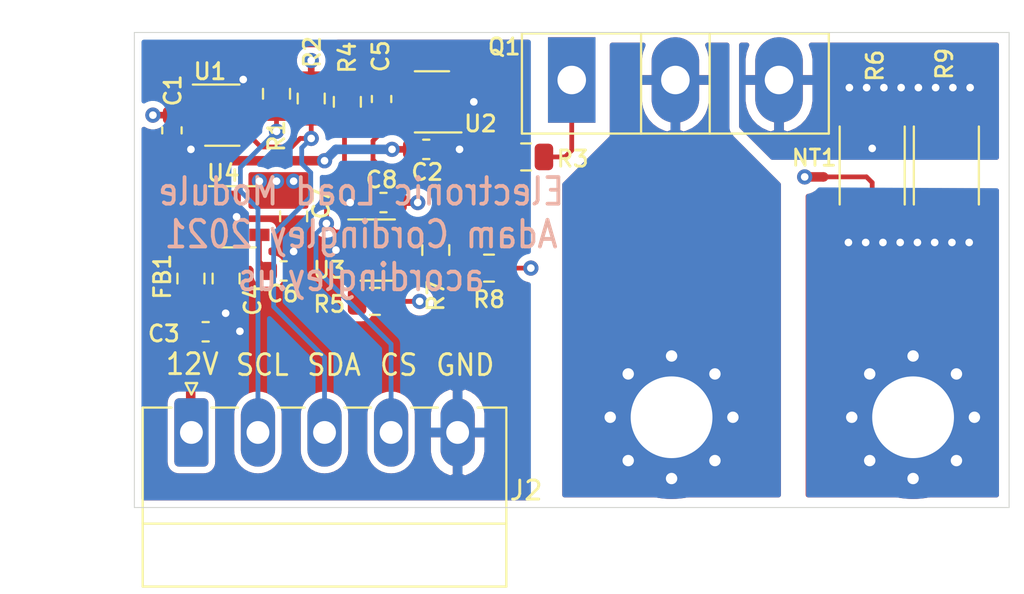
<source format=kicad_pcb>
(kicad_pcb (version 20171130) (host pcbnew "(5.1.2)-2")

  (general
    (thickness 1.6)
    (drawings 16)
    (tracks 139)
    (zones 0)
    (modules 27)
    (nets 18)
  )

  (page A4)
  (layers
    (0 F.Cu signal)
    (1 In1.Cu signal)
    (2 In2.Cu signal)
    (31 B.Cu signal)
    (32 B.Adhes user)
    (33 F.Adhes user)
    (34 B.Paste user)
    (35 F.Paste user)
    (36 B.SilkS user)
    (37 F.SilkS user)
    (38 B.Mask user)
    (39 F.Mask user)
    (40 Dwgs.User user)
    (41 Cmts.User user)
    (42 Eco1.User user)
    (43 Eco2.User user)
    (44 Edge.Cuts user)
    (45 Margin user)
    (46 B.CrtYd user hide)
    (47 F.CrtYd user hide)
    (48 B.Fab user hide)
    (49 F.Fab user hide)
  )

  (setup
    (last_trace_width 0.25)
    (user_trace_width 0.35)
    (user_trace_width 0.5)
    (trace_clearance 0.2)
    (zone_clearance 0.35)
    (zone_45_only yes)
    (trace_min 0.2)
    (via_size 0.8)
    (via_drill 0.4)
    (via_min_size 0.4)
    (via_min_drill 0.3)
    (uvia_size 0.3)
    (uvia_drill 0.1)
    (uvias_allowed no)
    (uvia_min_size 0.2)
    (uvia_min_drill 0.1)
    (edge_width 0.05)
    (segment_width 0.2)
    (pcb_text_width 0.3)
    (pcb_text_size 1.5 1.5)
    (mod_edge_width 0.12)
    (mod_text_size 1 1)
    (mod_text_width 0.15)
    (pad_size 1.524 1.524)
    (pad_drill 0.762)
    (pad_to_mask_clearance 0.051)
    (solder_mask_min_width 0.25)
    (aux_axis_origin 0 0)
    (visible_elements 7FFFFFFF)
    (pcbplotparams
      (layerselection 0x010fc_ffffffff)
      (usegerberextensions true)
      (usegerberattributes false)
      (usegerberadvancedattributes false)
      (creategerberjobfile false)
      (excludeedgelayer true)
      (linewidth 0.100000)
      (plotframeref false)
      (viasonmask false)
      (mode 1)
      (useauxorigin false)
      (hpglpennumber 1)
      (hpglpenspeed 20)
      (hpglpendiameter 15.000000)
      (psnegative false)
      (psa4output false)
      (plotreference true)
      (plotvalue true)
      (plotinvisibletext false)
      (padsonsilk false)
      (subtractmaskfromsilk false)
      (outputformat 1)
      (mirror false)
      (drillshape 0)
      (scaleselection 1)
      (outputdirectory "Gerbers"))
  )

  (net 0 "")
  (net 1 GND)
  (net 2 +3V3)
  (net 3 +12V)
  (net 4 "Net-(C3-Pad1)")
  (net 5 "Net-(C5-Pad2)")
  (net 6 "Net-(C5-Pad1)")
  (net 7 "Net-(J1-Pad1)")
  (net 8 /SDA)
  (net 9 /SCL)
  (net 10 "Net-(NT1-Pad1)")
  (net 11 "Net-(Q1-Pad3)")
  (net 12 "Net-(Q1-Pad1)")
  (net 13 /CS)
  (net 14 "Net-(R5-Pad2)")
  (net 15 "Net-(R7-Pad1)")
  (net 16 "Net-(U1-Pad1)")
  (net 17 "Net-(C6-Pad2)")

  (net_class Default "This is the default net class."
    (clearance 0.2)
    (trace_width 0.25)
    (via_dia 0.8)
    (via_drill 0.4)
    (uvia_dia 0.3)
    (uvia_drill 0.1)
    (add_net +12V)
    (add_net +3V3)
    (add_net /CS)
    (add_net /SCL)
    (add_net /SDA)
    (add_net GND)
    (add_net "Net-(C3-Pad1)")
    (add_net "Net-(C5-Pad1)")
    (add_net "Net-(C5-Pad2)")
    (add_net "Net-(C6-Pad2)")
    (add_net "Net-(J1-Pad1)")
    (add_net "Net-(NT1-Pad1)")
    (add_net "Net-(Q1-Pad1)")
    (add_net "Net-(Q1-Pad3)")
    (add_net "Net-(R5-Pad2)")
    (add_net "Net-(R7-Pad1)")
    (add_net "Net-(U1-Pad1)")
  )

  (module MountingHole:MountingHole_4.3mm_M4_Pad_Via (layer F.Cu) (tedit 56DDBFD7) (tstamp 60527033)
    (at 132.45 70.25)
    (descr "Mounting Hole 4.3mm, M4")
    (tags "mounting hole 4.3mm m4")
    (path /60580636)
    (zone_connect 2)
    (attr virtual)
    (fp_text reference J3 (at 0 -5.3) (layer F.SilkS) hide
      (effects (font (size 1 1) (thickness 0.15)))
    )
    (fp_text value Screw_Terminal_01x01 (at 0 5.3) (layer F.Fab)
      (effects (font (size 1 1) (thickness 0.15)))
    )
    (fp_circle (center 0 0) (end 4.55 0) (layer F.CrtYd) (width 0.05))
    (fp_circle (center 0 0) (end 4.3 0) (layer Cmts.User) (width 0.15))
    (fp_text user %R (at 0.3 0) (layer F.Fab)
      (effects (font (size 1 1) (thickness 0.15)))
    )
    (pad 1 thru_hole circle (at 2.280419 -2.280419) (size 0.9 0.9) (drill 0.6) (layers *.Cu *.Mask)
      (net 1 GND) (zone_connect 2))
    (pad 1 thru_hole circle (at 0 -3.225) (size 0.9 0.9) (drill 0.6) (layers *.Cu *.Mask)
      (net 1 GND) (zone_connect 2))
    (pad 1 thru_hole circle (at -2.280419 -2.280419) (size 0.9 0.9) (drill 0.6) (layers *.Cu *.Mask)
      (net 1 GND) (zone_connect 2))
    (pad 1 thru_hole circle (at -3.225 0) (size 0.9 0.9) (drill 0.6) (layers *.Cu *.Mask)
      (net 1 GND) (zone_connect 2))
    (pad 1 thru_hole circle (at -2.280419 2.280419) (size 0.9 0.9) (drill 0.6) (layers *.Cu *.Mask)
      (net 1 GND) (zone_connect 2))
    (pad 1 thru_hole circle (at 0 3.225) (size 0.9 0.9) (drill 0.6) (layers *.Cu *.Mask)
      (net 1 GND) (zone_connect 2))
    (pad 1 thru_hole circle (at 2.280419 2.280419) (size 0.9 0.9) (drill 0.6) (layers *.Cu *.Mask)
      (net 1 GND) (zone_connect 2))
    (pad 1 thru_hole circle (at 3.225 0) (size 0.9 0.9) (drill 0.6) (layers *.Cu *.Mask)
      (net 1 GND) (zone_connect 2))
    (pad 1 thru_hole circle (at 0 0) (size 8.6 8.6) (drill 4.3) (layers *.Cu *.Mask)
      (net 1 GND) (zone_connect 2))
  )

  (module MountingHole:MountingHole_4.3mm_M4_Pad_Via (layer F.Cu) (tedit 56DDBFD7) (tstamp 60527002)
    (at 119.75 70.25)
    (descr "Mounting Hole 4.3mm, M4")
    (tags "mounting hole 4.3mm m4")
    (path /605805D4)
    (zone_connect 2)
    (attr virtual)
    (fp_text reference J1 (at 0 -5.3) (layer F.SilkS) hide
      (effects (font (size 1 1) (thickness 0.15)))
    )
    (fp_text value Screw_Terminal_01x01 (at 0 5.3) (layer F.Fab)
      (effects (font (size 1 1) (thickness 0.15)))
    )
    (fp_circle (center 0 0) (end 4.55 0) (layer F.CrtYd) (width 0.05))
    (fp_circle (center 0 0) (end 4.3 0) (layer Cmts.User) (width 0.15))
    (fp_text user %R (at 0.3 0) (layer F.Fab)
      (effects (font (size 1 1) (thickness 0.15)))
    )
    (pad 1 thru_hole circle (at 2.280419 -2.280419) (size 0.9 0.9) (drill 0.6) (layers *.Cu *.Mask)
      (net 7 "Net-(J1-Pad1)") (zone_connect 2))
    (pad 1 thru_hole circle (at 0 -3.225) (size 0.9 0.9) (drill 0.6) (layers *.Cu *.Mask)
      (net 7 "Net-(J1-Pad1)") (zone_connect 2))
    (pad 1 thru_hole circle (at -2.280419 -2.280419) (size 0.9 0.9) (drill 0.6) (layers *.Cu *.Mask)
      (net 7 "Net-(J1-Pad1)") (zone_connect 2))
    (pad 1 thru_hole circle (at -3.225 0) (size 0.9 0.9) (drill 0.6) (layers *.Cu *.Mask)
      (net 7 "Net-(J1-Pad1)") (zone_connect 2))
    (pad 1 thru_hole circle (at -2.280419 2.280419) (size 0.9 0.9) (drill 0.6) (layers *.Cu *.Mask)
      (net 7 "Net-(J1-Pad1)") (zone_connect 2))
    (pad 1 thru_hole circle (at 0 3.225) (size 0.9 0.9) (drill 0.6) (layers *.Cu *.Mask)
      (net 7 "Net-(J1-Pad1)") (zone_connect 2))
    (pad 1 thru_hole circle (at 2.280419 2.280419) (size 0.9 0.9) (drill 0.6) (layers *.Cu *.Mask)
      (net 7 "Net-(J1-Pad1)") (zone_connect 2))
    (pad 1 thru_hole circle (at 3.225 0) (size 0.9 0.9) (drill 0.6) (layers *.Cu *.Mask)
      (net 7 "Net-(J1-Pad1)") (zone_connect 2))
    (pad 1 thru_hole circle (at 0 0) (size 8.6 8.6) (drill 4.3) (layers *.Cu *.Mask)
      (net 7 "Net-(J1-Pad1)") (zone_connect 2))
  )

  (module Package_TO_SOT_SMD:SOT-23-5 (layer F.Cu) (tedit 5A02FF57) (tstamp 605762F2)
    (at 96.975 59.7)
    (descr "5-pin SOT23 package")
    (tags SOT-23-5)
    (path /60577E7C)
    (attr smd)
    (fp_text reference U4 (at -0.8 -2.3) (layer F.SilkS)
      (effects (font (size 0.85 0.85) (thickness 0.15)))
    )
    (fp_text value LP2985-3.3 (at 0 2.9) (layer F.Fab)
      (effects (font (size 1 1) (thickness 0.15)))
    )
    (fp_line (start 0.9 -1.55) (end 0.9 1.55) (layer F.Fab) (width 0.1))
    (fp_line (start 0.9 1.55) (end -0.9 1.55) (layer F.Fab) (width 0.1))
    (fp_line (start -0.9 -0.9) (end -0.9 1.55) (layer F.Fab) (width 0.1))
    (fp_line (start 0.9 -1.55) (end -0.25 -1.55) (layer F.Fab) (width 0.1))
    (fp_line (start -0.9 -0.9) (end -0.25 -1.55) (layer F.Fab) (width 0.1))
    (fp_line (start -1.9 1.8) (end -1.9 -1.8) (layer F.CrtYd) (width 0.05))
    (fp_line (start 1.9 1.8) (end -1.9 1.8) (layer F.CrtYd) (width 0.05))
    (fp_line (start 1.9 -1.8) (end 1.9 1.8) (layer F.CrtYd) (width 0.05))
    (fp_line (start -1.9 -1.8) (end 1.9 -1.8) (layer F.CrtYd) (width 0.05))
    (fp_line (start 0.9 -1.61) (end -1.55 -1.61) (layer F.SilkS) (width 0.12))
    (fp_line (start -0.9 1.61) (end 0.9 1.61) (layer F.SilkS) (width 0.12))
    (fp_text user %R (at 0 0 90) (layer F.Fab)
      (effects (font (size 0.5 0.5) (thickness 0.075)))
    )
    (pad 5 smd rect (at 1.1 -0.95) (size 1.06 0.65) (layers F.Cu F.Paste F.Mask)
      (net 2 +3V3))
    (pad 4 smd rect (at 1.1 0.95) (size 1.06 0.65) (layers F.Cu F.Paste F.Mask)
      (net 17 "Net-(C6-Pad2)"))
    (pad 3 smd rect (at -1.1 0.95) (size 1.06 0.65) (layers F.Cu F.Paste F.Mask)
      (net 3 +12V))
    (pad 2 smd rect (at -1.1 0) (size 1.06 0.65) (layers F.Cu F.Paste F.Mask)
      (net 1 GND))
    (pad 1 smd rect (at -1.1 -0.95) (size 1.06 0.65) (layers F.Cu F.Paste F.Mask)
      (net 3 +12V))
    (model ${KISYS3DMOD}/Package_TO_SOT_SMD.3dshapes/SOT-23-5.wrl
      (at (xyz 0 0 0))
      (scale (xyz 1 1 1))
      (rotate (xyz 0 0 0))
    )
  )

  (module Connector_Phoenix_MC:PhoenixContact_MC_1,5_5-G-3.5_1x05_P3.50mm_Horizontal (layer F.Cu) (tedit 5B784ED0) (tstamp 605760F3)
    (at 94.5 71.05)
    (descr "Generic Phoenix Contact connector footprint for: MC_1,5/5-G-3.5; number of pins: 05; pin pitch: 3.50mm; Angled || order number: 1844249 8A 160V")
    (tags "phoenix_contact connector MC_01x05_G_3.5mm")
    (path /6057AA0E)
    (fp_text reference J2 (at 17.6 3.05) (layer F.SilkS)
      (effects (font (size 1 1) (thickness 0.15)))
    )
    (fp_text value Conn_01x05_Male (at 7 9.2) (layer F.Fab)
      (effects (font (size 1 1) (thickness 0.15)))
    )
    (fp_text user %R (at 7 -0.5) (layer F.Fab)
      (effects (font (size 1 1) (thickness 0.15)))
    )
    (fp_line (start 0 0) (end -0.8 -1.2) (layer F.Fab) (width 0.1))
    (fp_line (start 0.8 -1.2) (end 0 0) (layer F.Fab) (width 0.1))
    (fp_line (start -0.3 -2.6) (end 0.3 -2.6) (layer F.SilkS) (width 0.12))
    (fp_line (start 0 -2) (end -0.3 -2.6) (layer F.SilkS) (width 0.12))
    (fp_line (start 0.3 -2.6) (end 0 -2) (layer F.SilkS) (width 0.12))
    (fp_line (start 16.95 -2.3) (end -3.06 -2.3) (layer F.CrtYd) (width 0.05))
    (fp_line (start 16.95 8.5) (end 16.95 -2.3) (layer F.CrtYd) (width 0.05))
    (fp_line (start -3.06 8.5) (end 16.95 8.5) (layer F.CrtYd) (width 0.05))
    (fp_line (start -3.06 -2.3) (end -3.06 8.5) (layer F.CrtYd) (width 0.05))
    (fp_line (start -2.56 4.8) (end 16.56 4.8) (layer F.SilkS) (width 0.12))
    (fp_line (start 16.45 -1.2) (end -2.45 -1.2) (layer F.Fab) (width 0.1))
    (fp_line (start 16.45 8) (end 16.45 -1.2) (layer F.Fab) (width 0.1))
    (fp_line (start -2.45 8) (end 16.45 8) (layer F.Fab) (width 0.1))
    (fp_line (start -2.45 -1.2) (end -2.45 8) (layer F.Fab) (width 0.1))
    (fp_line (start 11.55 -1.31) (end 12.95 -1.31) (layer F.SilkS) (width 0.12))
    (fp_line (start 8.05 -1.31) (end 9.45 -1.31) (layer F.SilkS) (width 0.12))
    (fp_line (start 4.55 -1.31) (end 5.95 -1.31) (layer F.SilkS) (width 0.12))
    (fp_line (start 1.05 -1.31) (end 2.45 -1.31) (layer F.SilkS) (width 0.12))
    (fp_line (start 16.56 -1.31) (end 15.05 -1.31) (layer F.SilkS) (width 0.12))
    (fp_line (start -2.56 -1.31) (end -1.05 -1.31) (layer F.SilkS) (width 0.12))
    (fp_line (start 16.56 8.11) (end 16.56 -1.31) (layer F.SilkS) (width 0.12))
    (fp_line (start -2.56 8.11) (end 16.56 8.11) (layer F.SilkS) (width 0.12))
    (fp_line (start -2.56 -1.31) (end -2.56 8.11) (layer F.SilkS) (width 0.12))
    (pad 5 thru_hole oval (at 14 0) (size 1.8 3.6) (drill 1.2) (layers *.Cu *.Mask)
      (net 1 GND))
    (pad 4 thru_hole oval (at 10.5 0) (size 1.8 3.6) (drill 1.2) (layers *.Cu *.Mask)
      (net 13 /CS))
    (pad 3 thru_hole oval (at 7 0) (size 1.8 3.6) (drill 1.2) (layers *.Cu *.Mask)
      (net 8 /SDA))
    (pad 2 thru_hole oval (at 3.5 0) (size 1.8 3.6) (drill 1.2) (layers *.Cu *.Mask)
      (net 9 /SCL))
    (pad 1 thru_hole roundrect (at 0 0) (size 1.8 3.6) (drill 1.2) (layers *.Cu *.Mask) (roundrect_rratio 0.138889)
      (net 4 "Net-(C3-Pad1)"))
    (model ${KISYS3DMOD}/Connector_Phoenix_MC.3dshapes/PhoenixContact_MC_1,5_5-G-3.5_1x05_P3.50mm_Horizontal.wrl
      (at (xyz 0 0 0))
      (scale (xyz 1 1 1))
      (rotate (xyz 0 0 0))
    )
  )

  (module Capacitor_SMD:C_0805_2012Metric (layer F.Cu) (tedit 5B36C52B) (tstamp 60576074)
    (at 99.875 59.675 270)
    (descr "Capacitor SMD 0805 (2012 Metric), square (rectangular) end terminal, IPC_7351 nominal, (Body size source: https://docs.google.com/spreadsheets/d/1BsfQQcO9C6DZCsRaXUlFlo91Tg2WpOkGARC1WS5S8t0/edit?usp=sharing), generated with kicad-footprint-generator")
    (tags capacitor)
    (path /6059D420)
    (attr smd)
    (fp_text reference C7 (at -0.675 -1.45 90) (layer F.SilkS)
      (effects (font (size 0.85 0.85) (thickness 0.15)))
    )
    (fp_text value 4.7u (at 0 1.65 90) (layer F.Fab)
      (effects (font (size 1 1) (thickness 0.15)))
    )
    (fp_text user %R (at 0 0 90) (layer F.Fab)
      (effects (font (size 0.5 0.5) (thickness 0.08)))
    )
    (fp_line (start 1.68 0.95) (end -1.68 0.95) (layer F.CrtYd) (width 0.05))
    (fp_line (start 1.68 -0.95) (end 1.68 0.95) (layer F.CrtYd) (width 0.05))
    (fp_line (start -1.68 -0.95) (end 1.68 -0.95) (layer F.CrtYd) (width 0.05))
    (fp_line (start -1.68 0.95) (end -1.68 -0.95) (layer F.CrtYd) (width 0.05))
    (fp_line (start -0.258578 0.71) (end 0.258578 0.71) (layer F.SilkS) (width 0.12))
    (fp_line (start -0.258578 -0.71) (end 0.258578 -0.71) (layer F.SilkS) (width 0.12))
    (fp_line (start 1 0.6) (end -1 0.6) (layer F.Fab) (width 0.1))
    (fp_line (start 1 -0.6) (end 1 0.6) (layer F.Fab) (width 0.1))
    (fp_line (start -1 -0.6) (end 1 -0.6) (layer F.Fab) (width 0.1))
    (fp_line (start -1 0.6) (end -1 -0.6) (layer F.Fab) (width 0.1))
    (pad 2 smd roundrect (at 0.9375 0 270) (size 0.975 1.4) (layers F.Cu F.Paste F.Mask) (roundrect_rratio 0.25)
      (net 1 GND))
    (pad 1 smd roundrect (at -0.9375 0 270) (size 0.975 1.4) (layers F.Cu F.Paste F.Mask) (roundrect_rratio 0.25)
      (net 2 +3V3))
    (model ${KISYS3DMOD}/Capacitor_SMD.3dshapes/C_0805_2012Metric.wrl
      (at (xyz 0 0 0))
      (scale (xyz 1 1 1))
      (rotate (xyz 0 0 0))
    )
  )

  (module Capacitor_SMD:C_0603_1608Metric (layer F.Cu) (tedit 5B301BBE) (tstamp 60576063)
    (at 99.35 62.55 180)
    (descr "Capacitor SMD 0603 (1608 Metric), square (rectangular) end terminal, IPC_7351 nominal, (Body size source: http://www.tortai-tech.com/upload/download/2011102023233369053.pdf), generated with kicad-footprint-generator")
    (tags capacitor)
    (path /605A27C7)
    (attr smd)
    (fp_text reference C6 (at 0.05 -1.2) (layer F.SilkS)
      (effects (font (size 0.85 0.85) (thickness 0.15)))
    )
    (fp_text value 4700p (at 0 1.43) (layer F.Fab)
      (effects (font (size 1 1) (thickness 0.15)))
    )
    (fp_text user %R (at 0 0) (layer F.Fab)
      (effects (font (size 0.4 0.4) (thickness 0.06)))
    )
    (fp_line (start 1.48 0.73) (end -1.48 0.73) (layer F.CrtYd) (width 0.05))
    (fp_line (start 1.48 -0.73) (end 1.48 0.73) (layer F.CrtYd) (width 0.05))
    (fp_line (start -1.48 -0.73) (end 1.48 -0.73) (layer F.CrtYd) (width 0.05))
    (fp_line (start -1.48 0.73) (end -1.48 -0.73) (layer F.CrtYd) (width 0.05))
    (fp_line (start -0.162779 0.51) (end 0.162779 0.51) (layer F.SilkS) (width 0.12))
    (fp_line (start -0.162779 -0.51) (end 0.162779 -0.51) (layer F.SilkS) (width 0.12))
    (fp_line (start 0.8 0.4) (end -0.8 0.4) (layer F.Fab) (width 0.1))
    (fp_line (start 0.8 -0.4) (end 0.8 0.4) (layer F.Fab) (width 0.1))
    (fp_line (start -0.8 -0.4) (end 0.8 -0.4) (layer F.Fab) (width 0.1))
    (fp_line (start -0.8 0.4) (end -0.8 -0.4) (layer F.Fab) (width 0.1))
    (pad 2 smd roundrect (at 0.7875 0 180) (size 0.875 0.95) (layers F.Cu F.Paste F.Mask) (roundrect_rratio 0.25)
      (net 17 "Net-(C6-Pad2)"))
    (pad 1 smd roundrect (at -0.7875 0 180) (size 0.875 0.95) (layers F.Cu F.Paste F.Mask) (roundrect_rratio 0.25)
      (net 1 GND))
    (model ${KISYS3DMOD}/Capacitor_SMD.3dshapes/C_0603_1608Metric.wrl
      (at (xyz 0 0 0))
      (scale (xyz 1 1 1))
      (rotate (xyz 0 0 0))
    )
  )

  (module Resistor_SMD:R_2512_6332Metric (layer F.Cu) (tedit 5B301BBD) (tstamp 60528967)
    (at 134.2 57 270)
    (descr "Resistor SMD 2512 (6332 Metric), square (rectangular) end terminal, IPC_7351 nominal, (Body size source: http://www.tortai-tech.com/upload/download/2011102023233369053.pdf), generated with kicad-footprint-generator")
    (tags resistor)
    (path /6063B8A4)
    (attr smd)
    (fp_text reference R9 (at -5.35 0.1 90) (layer F.SilkS)
      (effects (font (size 0.85 0.85) (thickness 0.15)))
    )
    (fp_text value 0.01 (at 0 2.62 90) (layer F.Fab)
      (effects (font (size 1 1) (thickness 0.15)))
    )
    (fp_text user %R (at 0 0 90) (layer F.Fab)
      (effects (font (size 1 1) (thickness 0.15)))
    )
    (fp_line (start 3.82 1.92) (end -3.82 1.92) (layer F.CrtYd) (width 0.05))
    (fp_line (start 3.82 -1.92) (end 3.82 1.92) (layer F.CrtYd) (width 0.05))
    (fp_line (start -3.82 -1.92) (end 3.82 -1.92) (layer F.CrtYd) (width 0.05))
    (fp_line (start -3.82 1.92) (end -3.82 -1.92) (layer F.CrtYd) (width 0.05))
    (fp_line (start -2.052064 1.71) (end 2.052064 1.71) (layer F.SilkS) (width 0.12))
    (fp_line (start -2.052064 -1.71) (end 2.052064 -1.71) (layer F.SilkS) (width 0.12))
    (fp_line (start 3.15 1.6) (end -3.15 1.6) (layer F.Fab) (width 0.1))
    (fp_line (start 3.15 -1.6) (end 3.15 1.6) (layer F.Fab) (width 0.1))
    (fp_line (start -3.15 -1.6) (end 3.15 -1.6) (layer F.Fab) (width 0.1))
    (fp_line (start -3.15 1.6) (end -3.15 -1.6) (layer F.Fab) (width 0.1))
    (pad 2 smd roundrect (at 2.9 0 270) (size 1.35 3.35) (layers F.Cu F.Paste F.Mask) (roundrect_rratio 0.185185)
      (net 1 GND))
    (pad 1 smd roundrect (at -2.9 0 270) (size 1.35 3.35) (layers F.Cu F.Paste F.Mask) (roundrect_rratio 0.185185)
      (net 11 "Net-(Q1-Pad3)"))
    (model ${KISYS3DMOD}/Resistor_SMD.3dshapes/R_2512_6332Metric.wrl
      (at (xyz 0 0 0))
      (scale (xyz 1 1 1))
      (rotate (xyz 0 0 0))
    )
  )

  (module Package_TO_SOT_SMD:SOT-23-5 (layer F.Cu) (tedit 5A02FF57) (tstamp 6052711E)
    (at 104.3 61.45)
    (descr "5-pin SOT23 package")
    (tags SOT-23-5)
    (path /605805EC)
    (attr smd)
    (fp_text reference U3 (at -2.55 1.05) (layer F.SilkS)
      (effects (font (size 0.85 0.85) (thickness 0.15)))
    )
    (fp_text value OPA330xxDBV (at 0 2.9) (layer F.Fab)
      (effects (font (size 1 1) (thickness 0.15)))
    )
    (fp_line (start 0.9 -1.55) (end 0.9 1.55) (layer F.Fab) (width 0.1))
    (fp_line (start 0.9 1.55) (end -0.9 1.55) (layer F.Fab) (width 0.1))
    (fp_line (start -0.9 -0.9) (end -0.9 1.55) (layer F.Fab) (width 0.1))
    (fp_line (start 0.9 -1.55) (end -0.25 -1.55) (layer F.Fab) (width 0.1))
    (fp_line (start -0.9 -0.9) (end -0.25 -1.55) (layer F.Fab) (width 0.1))
    (fp_line (start -1.9 1.8) (end -1.9 -1.8) (layer F.CrtYd) (width 0.05))
    (fp_line (start 1.9 1.8) (end -1.9 1.8) (layer F.CrtYd) (width 0.05))
    (fp_line (start 1.9 -1.8) (end 1.9 1.8) (layer F.CrtYd) (width 0.05))
    (fp_line (start -1.9 -1.8) (end 1.9 -1.8) (layer F.CrtYd) (width 0.05))
    (fp_line (start 0.9 -1.61) (end -1.55 -1.61) (layer F.SilkS) (width 0.12))
    (fp_line (start -0.9 1.61) (end 0.9 1.61) (layer F.SilkS) (width 0.12))
    (fp_text user %R (at 0 0 90) (layer F.Fab)
      (effects (font (size 0.85 0.85) (thickness 0.075)))
    )
    (pad 5 smd rect (at 1.1 -0.95) (size 1.06 0.65) (layers F.Cu F.Paste F.Mask)
      (net 2 +3V3))
    (pad 4 smd rect (at 1.1 0.95) (size 1.06 0.65) (layers F.Cu F.Paste F.Mask)
      (net 15 "Net-(R7-Pad1)"))
    (pad 3 smd rect (at -1.1 0.95) (size 1.06 0.65) (layers F.Cu F.Paste F.Mask)
      (net 14 "Net-(R5-Pad2)"))
    (pad 2 smd rect (at -1.1 0) (size 1.06 0.65) (layers F.Cu F.Paste F.Mask)
      (net 1 GND))
    (pad 1 smd rect (at -1.1 -0.95) (size 1.06 0.65) (layers F.Cu F.Paste F.Mask)
      (net 13 /CS))
    (model ${KISYS3DMOD}/Package_TO_SOT_SMD.3dshapes/SOT-23-5.wrl
      (at (xyz 0 0 0))
      (scale (xyz 1 1 1))
      (rotate (xyz 0 0 0))
    )
  )

  (module Package_TO_SOT_SMD:SOT-23-5 (layer F.Cu) (tedit 5A02FF57) (tstamp 60527109)
    (at 107.15 53.65 180)
    (descr "5-pin SOT23 package")
    (tags SOT-23-5)
    (path /60947C2B)
    (attr smd)
    (fp_text reference U2 (at -2.55 -1.15) (layer F.SilkS)
      (effects (font (size 0.85 0.85) (thickness 0.15)))
    )
    (fp_text value TLV9151IDBVR (at 0 2.9) (layer F.Fab)
      (effects (font (size 1 1) (thickness 0.15)))
    )
    (fp_line (start 0.9 -1.55) (end 0.9 1.55) (layer F.Fab) (width 0.1))
    (fp_line (start 0.9 1.55) (end -0.9 1.55) (layer F.Fab) (width 0.1))
    (fp_line (start -0.9 -0.9) (end -0.9 1.55) (layer F.Fab) (width 0.1))
    (fp_line (start 0.9 -1.55) (end -0.25 -1.55) (layer F.Fab) (width 0.1))
    (fp_line (start -0.9 -0.9) (end -0.25 -1.55) (layer F.Fab) (width 0.1))
    (fp_line (start -1.9 1.8) (end -1.9 -1.8) (layer F.CrtYd) (width 0.05))
    (fp_line (start 1.9 1.8) (end -1.9 1.8) (layer F.CrtYd) (width 0.05))
    (fp_line (start 1.9 -1.8) (end 1.9 1.8) (layer F.CrtYd) (width 0.05))
    (fp_line (start -1.9 -1.8) (end 1.9 -1.8) (layer F.CrtYd) (width 0.05))
    (fp_line (start 0.9 -1.61) (end -1.55 -1.61) (layer F.SilkS) (width 0.12))
    (fp_line (start -0.9 1.61) (end 0.9 1.61) (layer F.SilkS) (width 0.12))
    (fp_text user %R (at 0 0 90) (layer F.Fab)
      (effects (font (size 0.85 0.85) (thickness 0.075)))
    )
    (pad 5 smd rect (at 1.1 -0.95 180) (size 1.06 0.65) (layers F.Cu F.Paste F.Mask)
      (net 3 +12V))
    (pad 4 smd rect (at 1.1 0.95 180) (size 1.06 0.65) (layers F.Cu F.Paste F.Mask)
      (net 6 "Net-(C5-Pad1)"))
    (pad 3 smd rect (at -1.1 0.95 180) (size 1.06 0.65) (layers F.Cu F.Paste F.Mask)
      (net 16 "Net-(U1-Pad1)"))
    (pad 2 smd rect (at -1.1 0 180) (size 1.06 0.65) (layers F.Cu F.Paste F.Mask)
      (net 1 GND))
    (pad 1 smd rect (at -1.1 -0.95 180) (size 1.06 0.65) (layers F.Cu F.Paste F.Mask)
      (net 5 "Net-(C5-Pad2)"))
    (model ${KISYS3DMOD}/Package_TO_SOT_SMD.3dshapes/SOT-23-5.wrl
      (at (xyz 0 0 0))
      (scale (xyz 1 1 1))
      (rotate (xyz 0 0 0))
    )
  )

  (module Package_TO_SOT_SMD:SOT-23-6 (layer F.Cu) (tedit 5A02FF57) (tstamp 605270F4)
    (at 96.125 54.35)
    (descr "6-pin SOT-23 package")
    (tags SOT-23-6)
    (path /60919D3D)
    (attr smd)
    (fp_text reference U1 (at -0.65 -2.3) (layer F.SilkS)
      (effects (font (size 0.85 0.85) (thickness 0.15)))
    )
    (fp_text value DAC101C081CIMK (at 0 2.9) (layer F.Fab)
      (effects (font (size 1 1) (thickness 0.15)))
    )
    (fp_line (start 0.9 -1.55) (end 0.9 1.55) (layer F.Fab) (width 0.1))
    (fp_line (start 0.9 1.55) (end -0.9 1.55) (layer F.Fab) (width 0.1))
    (fp_line (start -0.9 -0.9) (end -0.9 1.55) (layer F.Fab) (width 0.1))
    (fp_line (start 0.9 -1.55) (end -0.25 -1.55) (layer F.Fab) (width 0.1))
    (fp_line (start -0.9 -0.9) (end -0.25 -1.55) (layer F.Fab) (width 0.1))
    (fp_line (start -1.9 -1.8) (end -1.9 1.8) (layer F.CrtYd) (width 0.05))
    (fp_line (start -1.9 1.8) (end 1.9 1.8) (layer F.CrtYd) (width 0.05))
    (fp_line (start 1.9 1.8) (end 1.9 -1.8) (layer F.CrtYd) (width 0.05))
    (fp_line (start 1.9 -1.8) (end -1.9 -1.8) (layer F.CrtYd) (width 0.05))
    (fp_line (start 0.9 -1.61) (end -1.55 -1.61) (layer F.SilkS) (width 0.12))
    (fp_line (start -0.9 1.61) (end 0.9 1.61) (layer F.SilkS) (width 0.12))
    (fp_text user %R (at 0 0 90) (layer F.Fab)
      (effects (font (size 0.85 0.85) (thickness 0.075)))
    )
    (pad 5 smd rect (at 1.1 0) (size 1.06 0.65) (layers F.Cu F.Paste F.Mask)
      (net 9 /SCL))
    (pad 6 smd rect (at 1.1 -0.95) (size 1.06 0.65) (layers F.Cu F.Paste F.Mask)
      (net 1 GND))
    (pad 4 smd rect (at 1.1 0.95) (size 1.06 0.65) (layers F.Cu F.Paste F.Mask)
      (net 8 /SDA))
    (pad 3 smd rect (at -1.1 0.95) (size 1.06 0.65) (layers F.Cu F.Paste F.Mask)
      (net 1 GND))
    (pad 2 smd rect (at -1.1 0) (size 1.06 0.65) (layers F.Cu F.Paste F.Mask)
      (net 2 +3V3))
    (pad 1 smd rect (at -1.1 -0.95) (size 1.06 0.65) (layers F.Cu F.Paste F.Mask)
      (net 16 "Net-(U1-Pad1)"))
    (model ${KISYS3DMOD}/Package_TO_SOT_SMD.3dshapes/SOT-23-6.wrl
      (at (xyz 0 0 0))
      (scale (xyz 1 1 1))
      (rotate (xyz 0 0 0))
    )
  )

  (module Resistor_SMD:R_0805_2012Metric (layer F.Cu) (tedit 5B36C52B) (tstamp 605270DE)
    (at 110.15 62.4 180)
    (descr "Resistor SMD 0805 (2012 Metric), square (rectangular) end terminal, IPC_7351 nominal, (Body size source: https://docs.google.com/spreadsheets/d/1BsfQQcO9C6DZCsRaXUlFlo91Tg2WpOkGARC1WS5S8t0/edit?usp=sharing), generated with kicad-footprint-generator")
    (tags resistor)
    (path /60580616)
    (attr smd)
    (fp_text reference R8 (at 0 -1.65) (layer F.SilkS)
      (effects (font (size 0.85 0.85) (thickness 0.15)))
    )
    (fp_text value 1k (at 0 1.65) (layer F.Fab)
      (effects (font (size 1 1) (thickness 0.15)))
    )
    (fp_text user %R (at 0 0) (layer F.Fab)
      (effects (font (size 0.85 0.85) (thickness 0.08)))
    )
    (fp_line (start 1.68 0.95) (end -1.68 0.95) (layer F.CrtYd) (width 0.05))
    (fp_line (start 1.68 -0.95) (end 1.68 0.95) (layer F.CrtYd) (width 0.05))
    (fp_line (start -1.68 -0.95) (end 1.68 -0.95) (layer F.CrtYd) (width 0.05))
    (fp_line (start -1.68 0.95) (end -1.68 -0.95) (layer F.CrtYd) (width 0.05))
    (fp_line (start -0.258578 0.71) (end 0.258578 0.71) (layer F.SilkS) (width 0.12))
    (fp_line (start -0.258578 -0.71) (end 0.258578 -0.71) (layer F.SilkS) (width 0.12))
    (fp_line (start 1 0.6) (end -1 0.6) (layer F.Fab) (width 0.1))
    (fp_line (start 1 -0.6) (end 1 0.6) (layer F.Fab) (width 0.1))
    (fp_line (start -1 -0.6) (end 1 -0.6) (layer F.Fab) (width 0.1))
    (fp_line (start -1 0.6) (end -1 -0.6) (layer F.Fab) (width 0.1))
    (pad 2 smd roundrect (at 0.9375 0 180) (size 0.975 1.4) (layers F.Cu F.Paste F.Mask) (roundrect_rratio 0.25)
      (net 15 "Net-(R7-Pad1)"))
    (pad 1 smd roundrect (at -0.9375 0 180) (size 0.975 1.4) (layers F.Cu F.Paste F.Mask) (roundrect_rratio 0.25)
      (net 10 "Net-(NT1-Pad1)"))
    (model ${KISYS3DMOD}/Resistor_SMD.3dshapes/R_0805_2012Metric.wrl
      (at (xyz 0 0 0))
      (scale (xyz 1 1 1))
      (rotate (xyz 0 0 0))
    )
  )

  (module Resistor_SMD:R_0805_2012Metric (layer F.Cu) (tedit 5B36C52B) (tstamp 605270CD)
    (at 107.35 61.45 90)
    (descr "Resistor SMD 0805 (2012 Metric), square (rectangular) end terminal, IPC_7351 nominal, (Body size source: https://docs.google.com/spreadsheets/d/1BsfQQcO9C6DZCsRaXUlFlo91Tg2WpOkGARC1WS5S8t0/edit?usp=sharing), generated with kicad-footprint-generator")
    (tags resistor)
    (path /6058060A)
    (attr smd)
    (fp_text reference R7 (at -2.4 0 90) (layer F.SilkS)
      (effects (font (size 0.85 0.85) (thickness 0.15)))
    )
    (fp_text value 33k (at 0 1.65 90) (layer F.Fab)
      (effects (font (size 1 1) (thickness 0.15)))
    )
    (fp_text user %R (at 0 0 90) (layer F.Fab)
      (effects (font (size 0.85 0.85) (thickness 0.08)))
    )
    (fp_line (start 1.68 0.95) (end -1.68 0.95) (layer F.CrtYd) (width 0.05))
    (fp_line (start 1.68 -0.95) (end 1.68 0.95) (layer F.CrtYd) (width 0.05))
    (fp_line (start -1.68 -0.95) (end 1.68 -0.95) (layer F.CrtYd) (width 0.05))
    (fp_line (start -1.68 0.95) (end -1.68 -0.95) (layer F.CrtYd) (width 0.05))
    (fp_line (start -0.258578 0.71) (end 0.258578 0.71) (layer F.SilkS) (width 0.12))
    (fp_line (start -0.258578 -0.71) (end 0.258578 -0.71) (layer F.SilkS) (width 0.12))
    (fp_line (start 1 0.6) (end -1 0.6) (layer F.Fab) (width 0.1))
    (fp_line (start 1 -0.6) (end 1 0.6) (layer F.Fab) (width 0.1))
    (fp_line (start -1 -0.6) (end 1 -0.6) (layer F.Fab) (width 0.1))
    (fp_line (start -1 0.6) (end -1 -0.6) (layer F.Fab) (width 0.1))
    (pad 2 smd roundrect (at 0.9375 0 90) (size 0.975 1.4) (layers F.Cu F.Paste F.Mask) (roundrect_rratio 0.25)
      (net 13 /CS))
    (pad 1 smd roundrect (at -0.9375 0 90) (size 0.975 1.4) (layers F.Cu F.Paste F.Mask) (roundrect_rratio 0.25)
      (net 15 "Net-(R7-Pad1)"))
    (model ${KISYS3DMOD}/Resistor_SMD.3dshapes/R_0805_2012Metric.wrl
      (at (xyz 0 0 0))
      (scale (xyz 1 1 1))
      (rotate (xyz 0 0 0))
    )
  )

  (module Resistor_SMD:R_2512_6332Metric (layer F.Cu) (tedit 5B301BBD) (tstamp 605270BC)
    (at 130.3 57 270)
    (descr "Resistor SMD 2512 (6332 Metric), square (rectangular) end terminal, IPC_7351 nominal, (Body size source: http://www.tortai-tech.com/upload/download/2011102023233369053.pdf), generated with kicad-footprint-generator")
    (tags resistor)
    (path /605805DC)
    (attr smd)
    (fp_text reference R6 (at -5.25 -0.15 90) (layer F.SilkS)
      (effects (font (size 0.85 0.85) (thickness 0.15)))
    )
    (fp_text value 0.01 (at 0 2.62 90) (layer F.Fab)
      (effects (font (size 1 1) (thickness 0.15)))
    )
    (fp_text user %R (at 0 0 90) (layer F.Fab)
      (effects (font (size 0.85 0.85) (thickness 0.15)))
    )
    (fp_line (start 3.82 1.92) (end -3.82 1.92) (layer F.CrtYd) (width 0.05))
    (fp_line (start 3.82 -1.92) (end 3.82 1.92) (layer F.CrtYd) (width 0.05))
    (fp_line (start -3.82 -1.92) (end 3.82 -1.92) (layer F.CrtYd) (width 0.05))
    (fp_line (start -3.82 1.92) (end -3.82 -1.92) (layer F.CrtYd) (width 0.05))
    (fp_line (start -2.052064 1.71) (end 2.052064 1.71) (layer F.SilkS) (width 0.12))
    (fp_line (start -2.052064 -1.71) (end 2.052064 -1.71) (layer F.SilkS) (width 0.12))
    (fp_line (start 3.15 1.6) (end -3.15 1.6) (layer F.Fab) (width 0.1))
    (fp_line (start 3.15 -1.6) (end 3.15 1.6) (layer F.Fab) (width 0.1))
    (fp_line (start -3.15 -1.6) (end 3.15 -1.6) (layer F.Fab) (width 0.1))
    (fp_line (start -3.15 1.6) (end -3.15 -1.6) (layer F.Fab) (width 0.1))
    (pad 2 smd roundrect (at 2.9 0 270) (size 1.35 3.35) (layers F.Cu F.Paste F.Mask) (roundrect_rratio 0.185185)
      (net 1 GND))
    (pad 1 smd roundrect (at -2.9 0 270) (size 1.35 3.35) (layers F.Cu F.Paste F.Mask) (roundrect_rratio 0.185185)
      (net 11 "Net-(Q1-Pad3)"))
    (model ${KISYS3DMOD}/Resistor_SMD.3dshapes/R_2512_6332Metric.wrl
      (at (xyz 0 0 0))
      (scale (xyz 1 1 1))
      (rotate (xyz 0 0 0))
    )
  )

  (module Resistor_SMD:R_0805_2012Metric (layer F.Cu) (tedit 5B36C52B) (tstamp 605270AB)
    (at 104.15 64.15 180)
    (descr "Resistor SMD 0805 (2012 Metric), square (rectangular) end terminal, IPC_7351 nominal, (Body size source: https://docs.google.com/spreadsheets/d/1BsfQQcO9C6DZCsRaXUlFlo91Tg2WpOkGARC1WS5S8t0/edit?usp=sharing), generated with kicad-footprint-generator")
    (tags resistor)
    (path /60580626)
    (attr smd)
    (fp_text reference R5 (at 2.4 -0.15) (layer F.SilkS)
      (effects (font (size 0.85 0.85) (thickness 0.15)))
    )
    (fp_text value 1k (at 0 1.65) (layer F.Fab)
      (effects (font (size 1 1) (thickness 0.15)))
    )
    (fp_text user %R (at 0 0) (layer F.Fab)
      (effects (font (size 0.85 0.85) (thickness 0.08)))
    )
    (fp_line (start 1.68 0.95) (end -1.68 0.95) (layer F.CrtYd) (width 0.05))
    (fp_line (start 1.68 -0.95) (end 1.68 0.95) (layer F.CrtYd) (width 0.05))
    (fp_line (start -1.68 -0.95) (end 1.68 -0.95) (layer F.CrtYd) (width 0.05))
    (fp_line (start -1.68 0.95) (end -1.68 -0.95) (layer F.CrtYd) (width 0.05))
    (fp_line (start -0.258578 0.71) (end 0.258578 0.71) (layer F.SilkS) (width 0.12))
    (fp_line (start -0.258578 -0.71) (end 0.258578 -0.71) (layer F.SilkS) (width 0.12))
    (fp_line (start 1 0.6) (end -1 0.6) (layer F.Fab) (width 0.1))
    (fp_line (start 1 -0.6) (end 1 0.6) (layer F.Fab) (width 0.1))
    (fp_line (start -1 -0.6) (end 1 -0.6) (layer F.Fab) (width 0.1))
    (fp_line (start -1 0.6) (end -1 -0.6) (layer F.Fab) (width 0.1))
    (pad 2 smd roundrect (at 0.9375 0 180) (size 0.975 1.4) (layers F.Cu F.Paste F.Mask) (roundrect_rratio 0.25)
      (net 14 "Net-(R5-Pad2)"))
    (pad 1 smd roundrect (at -0.9375 0 180) (size 0.975 1.4) (layers F.Cu F.Paste F.Mask) (roundrect_rratio 0.25)
      (net 11 "Net-(Q1-Pad3)"))
    (model ${KISYS3DMOD}/Resistor_SMD.3dshapes/R_0805_2012Metric.wrl
      (at (xyz 0 0 0))
      (scale (xyz 1 1 1))
      (rotate (xyz 0 0 0))
    )
  )

  (module Resistor_SMD:R_0805_2012Metric (layer F.Cu) (tedit 5B36C52B) (tstamp 6052709A)
    (at 102.7 53.65 270)
    (descr "Resistor SMD 0805 (2012 Metric), square (rectangular) end terminal, IPC_7351 nominal, (Body size source: https://docs.google.com/spreadsheets/d/1BsfQQcO9C6DZCsRaXUlFlo91Tg2WpOkGARC1WS5S8t0/edit?usp=sharing), generated with kicad-footprint-generator")
    (tags resistor)
    (path /609C0DC5)
    (attr smd)
    (fp_text reference R4 (at -2.3375 0 90) (layer F.SilkS)
      (effects (font (size 0.85 0.85) (thickness 0.15)))
    )
    (fp_text value 1k (at 0 1.65 90) (layer F.Fab)
      (effects (font (size 1 1) (thickness 0.15)))
    )
    (fp_text user %R (at 0 0 90) (layer F.Fab)
      (effects (font (size 0.85 0.85) (thickness 0.08)))
    )
    (fp_line (start 1.68 0.95) (end -1.68 0.95) (layer F.CrtYd) (width 0.05))
    (fp_line (start 1.68 -0.95) (end 1.68 0.95) (layer F.CrtYd) (width 0.05))
    (fp_line (start -1.68 -0.95) (end 1.68 -0.95) (layer F.CrtYd) (width 0.05))
    (fp_line (start -1.68 0.95) (end -1.68 -0.95) (layer F.CrtYd) (width 0.05))
    (fp_line (start -0.258578 0.71) (end 0.258578 0.71) (layer F.SilkS) (width 0.12))
    (fp_line (start -0.258578 -0.71) (end 0.258578 -0.71) (layer F.SilkS) (width 0.12))
    (fp_line (start 1 0.6) (end -1 0.6) (layer F.Fab) (width 0.1))
    (fp_line (start 1 -0.6) (end 1 0.6) (layer F.Fab) (width 0.1))
    (fp_line (start -1 -0.6) (end 1 -0.6) (layer F.Fab) (width 0.1))
    (fp_line (start -1 0.6) (end -1 -0.6) (layer F.Fab) (width 0.1))
    (pad 2 smd roundrect (at 0.9375 0 270) (size 0.975 1.4) (layers F.Cu F.Paste F.Mask) (roundrect_rratio 0.25)
      (net 13 /CS))
    (pad 1 smd roundrect (at -0.9375 0 270) (size 0.975 1.4) (layers F.Cu F.Paste F.Mask) (roundrect_rratio 0.25)
      (net 6 "Net-(C5-Pad1)"))
    (model ${KISYS3DMOD}/Resistor_SMD.3dshapes/R_0805_2012Metric.wrl
      (at (xyz 0 0 0))
      (scale (xyz 1 1 1))
      (rotate (xyz 0 0 0))
    )
  )

  (module Resistor_SMD:R_0805_2012Metric (layer F.Cu) (tedit 5B36C52B) (tstamp 60527089)
    (at 112.1 56.55 180)
    (descr "Resistor SMD 0805 (2012 Metric), square (rectangular) end terminal, IPC_7351 nominal, (Body size source: https://docs.google.com/spreadsheets/d/1BsfQQcO9C6DZCsRaXUlFlo91Tg2WpOkGARC1WS5S8t0/edit?usp=sharing), generated with kicad-footprint-generator")
    (tags resistor)
    (path /609C5AEB)
    (attr smd)
    (fp_text reference R3 (at -2.45 -0.1) (layer F.SilkS)
      (effects (font (size 0.85 0.85) (thickness 0.15)))
    )
    (fp_text value 1k (at 0 1.65) (layer F.Fab)
      (effects (font (size 1 1) (thickness 0.15)))
    )
    (fp_text user %R (at 0 0) (layer F.Fab)
      (effects (font (size 0.85 0.85) (thickness 0.08)))
    )
    (fp_line (start 1.68 0.95) (end -1.68 0.95) (layer F.CrtYd) (width 0.05))
    (fp_line (start 1.68 -0.95) (end 1.68 0.95) (layer F.CrtYd) (width 0.05))
    (fp_line (start -1.68 -0.95) (end 1.68 -0.95) (layer F.CrtYd) (width 0.05))
    (fp_line (start -1.68 0.95) (end -1.68 -0.95) (layer F.CrtYd) (width 0.05))
    (fp_line (start -0.258578 0.71) (end 0.258578 0.71) (layer F.SilkS) (width 0.12))
    (fp_line (start -0.258578 -0.71) (end 0.258578 -0.71) (layer F.SilkS) (width 0.12))
    (fp_line (start 1 0.6) (end -1 0.6) (layer F.Fab) (width 0.1))
    (fp_line (start 1 -0.6) (end 1 0.6) (layer F.Fab) (width 0.1))
    (fp_line (start -1 -0.6) (end 1 -0.6) (layer F.Fab) (width 0.1))
    (fp_line (start -1 0.6) (end -1 -0.6) (layer F.Fab) (width 0.1))
    (pad 2 smd roundrect (at 0.9375 0 180) (size 0.975 1.4) (layers F.Cu F.Paste F.Mask) (roundrect_rratio 0.25)
      (net 5 "Net-(C5-Pad2)"))
    (pad 1 smd roundrect (at -0.9375 0 180) (size 0.975 1.4) (layers F.Cu F.Paste F.Mask) (roundrect_rratio 0.25)
      (net 12 "Net-(Q1-Pad1)"))
    (model ${KISYS3DMOD}/Resistor_SMD.3dshapes/R_0805_2012Metric.wrl
      (at (xyz 0 0 0))
      (scale (xyz 1 1 1))
      (rotate (xyz 0 0 0))
    )
  )

  (module Resistor_SMD:R_0805_2012Metric (layer F.Cu) (tedit 5B36C52B) (tstamp 60527078)
    (at 100.8 53.475 270)
    (descr "Resistor SMD 0805 (2012 Metric), square (rectangular) end terminal, IPC_7351 nominal, (Body size source: https://docs.google.com/spreadsheets/d/1BsfQQcO9C6DZCsRaXUlFlo91Tg2WpOkGARC1WS5S8t0/edit?usp=sharing), generated with kicad-footprint-generator")
    (tags resistor)
    (path /60A03AEC)
    (attr smd)
    (fp_text reference R2 (at -2.45 -0.05 90) (layer F.SilkS)
      (effects (font (size 0.85 0.85) (thickness 0.15)))
    )
    (fp_text value 2.2k (at 0 1.65 90) (layer F.Fab)
      (effects (font (size 1 1) (thickness 0.15)))
    )
    (fp_text user %R (at 0 0 90) (layer F.Fab)
      (effects (font (size 0.85 0.85) (thickness 0.08)))
    )
    (fp_line (start 1.68 0.95) (end -1.68 0.95) (layer F.CrtYd) (width 0.05))
    (fp_line (start 1.68 -0.95) (end 1.68 0.95) (layer F.CrtYd) (width 0.05))
    (fp_line (start -1.68 -0.95) (end 1.68 -0.95) (layer F.CrtYd) (width 0.05))
    (fp_line (start -1.68 0.95) (end -1.68 -0.95) (layer F.CrtYd) (width 0.05))
    (fp_line (start -0.258578 0.71) (end 0.258578 0.71) (layer F.SilkS) (width 0.12))
    (fp_line (start -0.258578 -0.71) (end 0.258578 -0.71) (layer F.SilkS) (width 0.12))
    (fp_line (start 1 0.6) (end -1 0.6) (layer F.Fab) (width 0.1))
    (fp_line (start 1 -0.6) (end 1 0.6) (layer F.Fab) (width 0.1))
    (fp_line (start -1 -0.6) (end 1 -0.6) (layer F.Fab) (width 0.1))
    (fp_line (start -1 0.6) (end -1 -0.6) (layer F.Fab) (width 0.1))
    (pad 2 smd roundrect (at 0.9375 0 270) (size 0.975 1.4) (layers F.Cu F.Paste F.Mask) (roundrect_rratio 0.25)
      (net 8 /SDA))
    (pad 1 smd roundrect (at -0.9375 0 270) (size 0.975 1.4) (layers F.Cu F.Paste F.Mask) (roundrect_rratio 0.25)
      (net 2 +3V3))
    (model ${KISYS3DMOD}/Resistor_SMD.3dshapes/R_0805_2012Metric.wrl
      (at (xyz 0 0 0))
      (scale (xyz 1 1 1))
      (rotate (xyz 0 0 0))
    )
  )

  (module Resistor_SMD:R_0805_2012Metric (layer F.Cu) (tedit 5B36C52B) (tstamp 60527067)
    (at 98.975 53.225 270)
    (descr "Resistor SMD 0805 (2012 Metric), square (rectangular) end terminal, IPC_7351 nominal, (Body size source: https://docs.google.com/spreadsheets/d/1BsfQQcO9C6DZCsRaXUlFlo91Tg2WpOkGARC1WS5S8t0/edit?usp=sharing), generated with kicad-footprint-generator")
    (tags resistor)
    (path /60A09BD3)
    (attr smd)
    (fp_text reference R1 (at 2.225 0 90) (layer F.SilkS)
      (effects (font (size 0.85 0.85) (thickness 0.15)))
    )
    (fp_text value 2.2k (at 0 1.65 90) (layer F.Fab)
      (effects (font (size 1 1) (thickness 0.15)))
    )
    (fp_text user %R (at 0 0 90) (layer F.Fab)
      (effects (font (size 0.85 0.85) (thickness 0.08)))
    )
    (fp_line (start 1.68 0.95) (end -1.68 0.95) (layer F.CrtYd) (width 0.05))
    (fp_line (start 1.68 -0.95) (end 1.68 0.95) (layer F.CrtYd) (width 0.05))
    (fp_line (start -1.68 -0.95) (end 1.68 -0.95) (layer F.CrtYd) (width 0.05))
    (fp_line (start -1.68 0.95) (end -1.68 -0.95) (layer F.CrtYd) (width 0.05))
    (fp_line (start -0.258578 0.71) (end 0.258578 0.71) (layer F.SilkS) (width 0.12))
    (fp_line (start -0.258578 -0.71) (end 0.258578 -0.71) (layer F.SilkS) (width 0.12))
    (fp_line (start 1 0.6) (end -1 0.6) (layer F.Fab) (width 0.1))
    (fp_line (start 1 -0.6) (end 1 0.6) (layer F.Fab) (width 0.1))
    (fp_line (start -1 -0.6) (end 1 -0.6) (layer F.Fab) (width 0.1))
    (fp_line (start -1 0.6) (end -1 -0.6) (layer F.Fab) (width 0.1))
    (pad 2 smd roundrect (at 0.9375 0 270) (size 0.975 1.4) (layers F.Cu F.Paste F.Mask) (roundrect_rratio 0.25)
      (net 9 /SCL))
    (pad 1 smd roundrect (at -0.9375 0 270) (size 0.975 1.4) (layers F.Cu F.Paste F.Mask) (roundrect_rratio 0.25)
      (net 2 +3V3))
    (model ${KISYS3DMOD}/Resistor_SMD.3dshapes/R_0805_2012Metric.wrl
      (at (xyz 0 0 0))
      (scale (xyz 1 1 1))
      (rotate (xyz 0 0 0))
    )
  )

  (module Package_TO_SOT_THT:TO-247-3_Vertical (layer F.Cu) (tedit 5AC86DC3) (tstamp 60527056)
    (at 114.5 52.5)
    (descr "TO-247-3, Vertical, RM 5.45mm, see https://toshiba.semicon-storage.com/us/product/mosfet/to-247-4l.html")
    (tags "TO-247-3 Vertical RM 5.45mm")
    (path /605805C7)
    (fp_text reference Q1 (at -3.55 -1.75) (layer F.SilkS)
      (effects (font (size 0.85 0.85) (thickness 0.15)))
    )
    (fp_text value IRFP27N60KPBF (at 5.45 3.95) (layer F.Fab)
      (effects (font (size 1 1) (thickness 0.15)))
    )
    (fp_text user %R (at 5.45 -3.45) (layer F.Fab)
      (effects (font (size 0.85 0.85) (thickness 0.15)))
    )
    (fp_line (start 13.65 -2.59) (end -2.75 -2.59) (layer F.CrtYd) (width 0.05))
    (fp_line (start 13.65 2.95) (end 13.65 -2.59) (layer F.CrtYd) (width 0.05))
    (fp_line (start -2.75 2.95) (end 13.65 2.95) (layer F.CrtYd) (width 0.05))
    (fp_line (start -2.75 -2.59) (end -2.75 2.95) (layer F.CrtYd) (width 0.05))
    (fp_line (start 7.255 -2.451) (end 7.255 2.82) (layer F.SilkS) (width 0.12))
    (fp_line (start 3.646 -2.451) (end 3.646 2.82) (layer F.SilkS) (width 0.12))
    (fp_line (start 13.52 -2.451) (end 13.52 2.82) (layer F.SilkS) (width 0.12))
    (fp_line (start -2.62 -2.451) (end -2.62 2.82) (layer F.SilkS) (width 0.12))
    (fp_line (start -2.62 2.82) (end 13.52 2.82) (layer F.SilkS) (width 0.12))
    (fp_line (start -2.62 -2.451) (end 13.52 -2.451) (layer F.SilkS) (width 0.12))
    (fp_line (start 7.255 -2.33) (end 7.255 2.7) (layer F.Fab) (width 0.1))
    (fp_line (start 3.645 -2.33) (end 3.645 2.7) (layer F.Fab) (width 0.1))
    (fp_line (start 13.4 -2.33) (end -2.5 -2.33) (layer F.Fab) (width 0.1))
    (fp_line (start 13.4 2.7) (end 13.4 -2.33) (layer F.Fab) (width 0.1))
    (fp_line (start -2.5 2.7) (end 13.4 2.7) (layer F.Fab) (width 0.1))
    (fp_line (start -2.5 -2.33) (end -2.5 2.7) (layer F.Fab) (width 0.1))
    (pad 3 thru_hole oval (at 10.9 0) (size 2.5 4.5) (drill 1.5) (layers *.Cu *.Mask)
      (net 11 "Net-(Q1-Pad3)"))
    (pad 2 thru_hole oval (at 5.45 0) (size 2.5 4.5) (drill 1.5) (layers *.Cu *.Mask)
      (net 7 "Net-(J1-Pad1)"))
    (pad 1 thru_hole rect (at 0 0) (size 2.5 4.5) (drill 1.5) (layers *.Cu *.Mask)
      (net 12 "Net-(Q1-Pad1)"))
    (model ${KISYS3DMOD}/Package_TO_SOT_THT.3dshapes/TO-247-3_Vertical.wrl
      (at (xyz 0 0 0))
      (scale (xyz 1 1 1))
      (rotate (xyz 0 0 0))
    )
  )

  (module NetTie:NetTie-2_SMD_Pad0.5mm (layer F.Cu) (tedit 5A1CF6D3) (tstamp 6052703E)
    (at 127.25 57.6)
    (descr "Net tie, 2 pin, 0.5mm square SMD pads")
    (tags "net tie")
    (path /605805E2)
    (attr virtual)
    (fp_text reference NT1 (at 0 -1) (layer F.SilkS)
      (effects (font (size 0.85 0.85) (thickness 0.15)))
    )
    (fp_text value Net-Tie_2 (at 0 1.2) (layer F.Fab)
      (effects (font (size 1 1) (thickness 0.15)))
    )
    (fp_line (start -1 -0.5) (end -1 0.5) (layer F.CrtYd) (width 0.05))
    (fp_line (start -1 0.5) (end 1 0.5) (layer F.CrtYd) (width 0.05))
    (fp_line (start 1 0.5) (end 1 -0.5) (layer F.CrtYd) (width 0.05))
    (fp_line (start 1 -0.5) (end -1 -0.5) (layer F.CrtYd) (width 0.05))
    (fp_poly (pts (xy -0.5 -0.25) (xy 0.5 -0.25) (xy 0.5 0.25) (xy -0.5 0.25)) (layer F.Cu) (width 0))
    (pad 2 smd circle (at 0.5 0) (size 0.5 0.5) (layers F.Cu)
      (net 1 GND))
    (pad 1 smd circle (at -0.5 0) (size 0.5 0.5) (layers F.Cu)
      (net 10 "Net-(NT1-Pad1)"))
  )

  (module Inductor_SMD:L_0805_2012Metric (layer F.Cu) (tedit 5B36C52B) (tstamp 60526FE1)
    (at 94.475 62.95 270)
    (descr "Inductor SMD 0805 (2012 Metric), square (rectangular) end terminal, IPC_7351 nominal, (Body size source: https://docs.google.com/spreadsheets/d/1BsfQQcO9C6DZCsRaXUlFlo91Tg2WpOkGARC1WS5S8t0/edit?usp=sharing), generated with kicad-footprint-generator")
    (tags inductor)
    (path /605E65E6)
    (attr smd)
    (fp_text reference FB1 (at -0.1 1.5 90) (layer F.SilkS)
      (effects (font (size 0.85 0.85) (thickness 0.15)))
    )
    (fp_text value 120@100MHz (at 0 1.65 90) (layer F.Fab)
      (effects (font (size 1 1) (thickness 0.15)))
    )
    (fp_text user %R (at 0 0 90) (layer F.Fab)
      (effects (font (size 0.85 0.85) (thickness 0.08)))
    )
    (fp_line (start 1.68 0.95) (end -1.68 0.95) (layer F.CrtYd) (width 0.05))
    (fp_line (start 1.68 -0.95) (end 1.68 0.95) (layer F.CrtYd) (width 0.05))
    (fp_line (start -1.68 -0.95) (end 1.68 -0.95) (layer F.CrtYd) (width 0.05))
    (fp_line (start -1.68 0.95) (end -1.68 -0.95) (layer F.CrtYd) (width 0.05))
    (fp_line (start -0.258578 0.71) (end 0.258578 0.71) (layer F.SilkS) (width 0.12))
    (fp_line (start -0.258578 -0.71) (end 0.258578 -0.71) (layer F.SilkS) (width 0.12))
    (fp_line (start 1 0.6) (end -1 0.6) (layer F.Fab) (width 0.1))
    (fp_line (start 1 -0.6) (end 1 0.6) (layer F.Fab) (width 0.1))
    (fp_line (start -1 -0.6) (end 1 -0.6) (layer F.Fab) (width 0.1))
    (fp_line (start -1 0.6) (end -1 -0.6) (layer F.Fab) (width 0.1))
    (pad 2 smd roundrect (at 0.9375 0 270) (size 0.975 1.4) (layers F.Cu F.Paste F.Mask) (roundrect_rratio 0.25)
      (net 4 "Net-(C3-Pad1)"))
    (pad 1 smd roundrect (at -0.9375 0 270) (size 0.975 1.4) (layers F.Cu F.Paste F.Mask) (roundrect_rratio 0.25)
      (net 3 +12V))
    (model ${KISYS3DMOD}/Inductor_SMD.3dshapes/L_0805_2012Metric.wrl
      (at (xyz 0 0 0))
      (scale (xyz 1 1 1))
      (rotate (xyz 0 0 0))
    )
  )

  (module Capacitor_SMD:C_0603_1608Metric (layer F.Cu) (tedit 5B301BBE) (tstamp 60526FD0)
    (at 104.6 58.95 180)
    (descr "Capacitor SMD 0603 (1608 Metric), square (rectangular) end terminal, IPC_7351 nominal, (Body size source: http://www.tortai-tech.com/upload/download/2011102023233369053.pdf), generated with kicad-footprint-generator")
    (tags capacitor)
    (path /605805F2)
    (attr smd)
    (fp_text reference C8 (at 0.1 1.2) (layer F.SilkS)
      (effects (font (size 0.85 0.85) (thickness 0.15)))
    )
    (fp_text value 0.1u (at 0 1.43) (layer F.Fab)
      (effects (font (size 1 1) (thickness 0.15)))
    )
    (fp_text user %R (at 0 0) (layer F.Fab)
      (effects (font (size 0.85 0.85) (thickness 0.06)))
    )
    (fp_line (start 1.48 0.73) (end -1.48 0.73) (layer F.CrtYd) (width 0.05))
    (fp_line (start 1.48 -0.73) (end 1.48 0.73) (layer F.CrtYd) (width 0.05))
    (fp_line (start -1.48 -0.73) (end 1.48 -0.73) (layer F.CrtYd) (width 0.05))
    (fp_line (start -1.48 0.73) (end -1.48 -0.73) (layer F.CrtYd) (width 0.05))
    (fp_line (start -0.162779 0.51) (end 0.162779 0.51) (layer F.SilkS) (width 0.12))
    (fp_line (start -0.162779 -0.51) (end 0.162779 -0.51) (layer F.SilkS) (width 0.12))
    (fp_line (start 0.8 0.4) (end -0.8 0.4) (layer F.Fab) (width 0.1))
    (fp_line (start 0.8 -0.4) (end 0.8 0.4) (layer F.Fab) (width 0.1))
    (fp_line (start -0.8 -0.4) (end 0.8 -0.4) (layer F.Fab) (width 0.1))
    (fp_line (start -0.8 0.4) (end -0.8 -0.4) (layer F.Fab) (width 0.1))
    (pad 2 smd roundrect (at 0.7875 0 180) (size 0.875 0.95) (layers F.Cu F.Paste F.Mask) (roundrect_rratio 0.25)
      (net 1 GND))
    (pad 1 smd roundrect (at -0.7875 0 180) (size 0.875 0.95) (layers F.Cu F.Paste F.Mask) (roundrect_rratio 0.25)
      (net 2 +3V3))
    (model ${KISYS3DMOD}/Capacitor_SMD.3dshapes/C_0603_1608Metric.wrl
      (at (xyz 0 0 0))
      (scale (xyz 1 1 1))
      (rotate (xyz 0 0 0))
    )
  )

  (module Capacitor_SMD:C_0603_1608Metric (layer F.Cu) (tedit 5B301BBE) (tstamp 60526F9D)
    (at 104.5 53.5 270)
    (descr "Capacitor SMD 0603 (1608 Metric), square (rectangular) end terminal, IPC_7351 nominal, (Body size source: http://www.tortai-tech.com/upload/download/2011102023233369053.pdf), generated with kicad-footprint-generator")
    (tags capacitor)
    (path /609B8881)
    (attr smd)
    (fp_text reference C5 (at -2.25 0.05 90) (layer F.SilkS)
      (effects (font (size 0.85 0.85) (thickness 0.15)))
    )
    (fp_text value 4700p (at 0 1.43 90) (layer F.Fab)
      (effects (font (size 1 1) (thickness 0.15)))
    )
    (fp_text user %R (at 0 0 90) (layer F.Fab)
      (effects (font (size 0.85 0.85) (thickness 0.06)))
    )
    (fp_line (start 1.48 0.73) (end -1.48 0.73) (layer F.CrtYd) (width 0.05))
    (fp_line (start 1.48 -0.73) (end 1.48 0.73) (layer F.CrtYd) (width 0.05))
    (fp_line (start -1.48 -0.73) (end 1.48 -0.73) (layer F.CrtYd) (width 0.05))
    (fp_line (start -1.48 0.73) (end -1.48 -0.73) (layer F.CrtYd) (width 0.05))
    (fp_line (start -0.162779 0.51) (end 0.162779 0.51) (layer F.SilkS) (width 0.12))
    (fp_line (start -0.162779 -0.51) (end 0.162779 -0.51) (layer F.SilkS) (width 0.12))
    (fp_line (start 0.8 0.4) (end -0.8 0.4) (layer F.Fab) (width 0.1))
    (fp_line (start 0.8 -0.4) (end 0.8 0.4) (layer F.Fab) (width 0.1))
    (fp_line (start -0.8 -0.4) (end 0.8 -0.4) (layer F.Fab) (width 0.1))
    (fp_line (start -0.8 0.4) (end -0.8 -0.4) (layer F.Fab) (width 0.1))
    (pad 2 smd roundrect (at 0.7875 0 270) (size 0.875 0.95) (layers F.Cu F.Paste F.Mask) (roundrect_rratio 0.25)
      (net 5 "Net-(C5-Pad2)"))
    (pad 1 smd roundrect (at -0.7875 0 270) (size 0.875 0.95) (layers F.Cu F.Paste F.Mask) (roundrect_rratio 0.25)
      (net 6 "Net-(C5-Pad1)"))
    (model ${KISYS3DMOD}/Capacitor_SMD.3dshapes/C_0603_1608Metric.wrl
      (at (xyz 0 0 0))
      (scale (xyz 1 1 1))
      (rotate (xyz 0 0 0))
    )
  )

  (module Capacitor_SMD:C_0805_2012Metric (layer F.Cu) (tedit 5B36C52B) (tstamp 60526F8C)
    (at 96.325 62.95 270)
    (descr "Capacitor SMD 0805 (2012 Metric), square (rectangular) end terminal, IPC_7351 nominal, (Body size source: https://docs.google.com/spreadsheets/d/1BsfQQcO9C6DZCsRaXUlFlo91Tg2WpOkGARC1WS5S8t0/edit?usp=sharing), generated with kicad-footprint-generator")
    (tags capacitor)
    (path /605E65F7)
    (attr smd)
    (fp_text reference C4 (at 1.125 -1.4 90) (layer F.SilkS)
      (effects (font (size 0.85 0.85) (thickness 0.15)))
    )
    (fp_text value 4.7u (at 0 1.65 90) (layer F.Fab)
      (effects (font (size 1 1) (thickness 0.15)))
    )
    (fp_text user %R (at 0 0 90) (layer F.Fab)
      (effects (font (size 0.85 0.85) (thickness 0.08)))
    )
    (fp_line (start 1.68 0.95) (end -1.68 0.95) (layer F.CrtYd) (width 0.05))
    (fp_line (start 1.68 -0.95) (end 1.68 0.95) (layer F.CrtYd) (width 0.05))
    (fp_line (start -1.68 -0.95) (end 1.68 -0.95) (layer F.CrtYd) (width 0.05))
    (fp_line (start -1.68 0.95) (end -1.68 -0.95) (layer F.CrtYd) (width 0.05))
    (fp_line (start -0.258578 0.71) (end 0.258578 0.71) (layer F.SilkS) (width 0.12))
    (fp_line (start -0.258578 -0.71) (end 0.258578 -0.71) (layer F.SilkS) (width 0.12))
    (fp_line (start 1 0.6) (end -1 0.6) (layer F.Fab) (width 0.1))
    (fp_line (start 1 -0.6) (end 1 0.6) (layer F.Fab) (width 0.1))
    (fp_line (start -1 -0.6) (end 1 -0.6) (layer F.Fab) (width 0.1))
    (fp_line (start -1 0.6) (end -1 -0.6) (layer F.Fab) (width 0.1))
    (pad 2 smd roundrect (at 0.9375 0 270) (size 0.975 1.4) (layers F.Cu F.Paste F.Mask) (roundrect_rratio 0.25)
      (net 1 GND))
    (pad 1 smd roundrect (at -0.9375 0 270) (size 0.975 1.4) (layers F.Cu F.Paste F.Mask) (roundrect_rratio 0.25)
      (net 3 +12V))
    (model ${KISYS3DMOD}/Capacitor_SMD.3dshapes/C_0805_2012Metric.wrl
      (at (xyz 0 0 0))
      (scale (xyz 1 1 1))
      (rotate (xyz 0 0 0))
    )
  )

  (module Capacitor_SMD:C_0603_1608Metric (layer F.Cu) (tedit 5B301BBE) (tstamp 60526F7B)
    (at 95.25 65.75)
    (descr "Capacitor SMD 0603 (1608 Metric), square (rectangular) end terminal, IPC_7351 nominal, (Body size source: http://www.tortai-tech.com/upload/download/2011102023233369053.pdf), generated with kicad-footprint-generator")
    (tags capacitor)
    (path /605E65E0)
    (attr smd)
    (fp_text reference C3 (at -2.2 0.1) (layer F.SilkS)
      (effects (font (size 0.85 0.85) (thickness 0.15)))
    )
    (fp_text value 0.1u (at 0 1.43) (layer F.Fab)
      (effects (font (size 1 1) (thickness 0.15)))
    )
    (fp_text user %R (at 0 0) (layer F.Fab)
      (effects (font (size 0.85 0.85) (thickness 0.06)))
    )
    (fp_line (start 1.48 0.73) (end -1.48 0.73) (layer F.CrtYd) (width 0.05))
    (fp_line (start 1.48 -0.73) (end 1.48 0.73) (layer F.CrtYd) (width 0.05))
    (fp_line (start -1.48 -0.73) (end 1.48 -0.73) (layer F.CrtYd) (width 0.05))
    (fp_line (start -1.48 0.73) (end -1.48 -0.73) (layer F.CrtYd) (width 0.05))
    (fp_line (start -0.162779 0.51) (end 0.162779 0.51) (layer F.SilkS) (width 0.12))
    (fp_line (start -0.162779 -0.51) (end 0.162779 -0.51) (layer F.SilkS) (width 0.12))
    (fp_line (start 0.8 0.4) (end -0.8 0.4) (layer F.Fab) (width 0.1))
    (fp_line (start 0.8 -0.4) (end 0.8 0.4) (layer F.Fab) (width 0.1))
    (fp_line (start -0.8 -0.4) (end 0.8 -0.4) (layer F.Fab) (width 0.1))
    (fp_line (start -0.8 0.4) (end -0.8 -0.4) (layer F.Fab) (width 0.1))
    (pad 2 smd roundrect (at 0.7875 0) (size 0.875 0.95) (layers F.Cu F.Paste F.Mask) (roundrect_rratio 0.25)
      (net 1 GND))
    (pad 1 smd roundrect (at -0.7875 0) (size 0.875 0.95) (layers F.Cu F.Paste F.Mask) (roundrect_rratio 0.25)
      (net 4 "Net-(C3-Pad1)"))
    (model ${KISYS3DMOD}/Capacitor_SMD.3dshapes/C_0603_1608Metric.wrl
      (at (xyz 0 0 0))
      (scale (xyz 1 1 1))
      (rotate (xyz 0 0 0))
    )
  )

  (module Capacitor_SMD:C_0603_1608Metric (layer F.Cu) (tedit 5B301BBE) (tstamp 60526F6A)
    (at 106.85 56.15)
    (descr "Capacitor SMD 0603 (1608 Metric), square (rectangular) end terminal, IPC_7351 nominal, (Body size source: http://www.tortai-tech.com/upload/download/2011102023233369053.pdf), generated with kicad-footprint-generator")
    (tags capacitor)
    (path /609B71C1)
    (attr smd)
    (fp_text reference C2 (at 0.05 1.2) (layer F.SilkS)
      (effects (font (size 0.85 0.85) (thickness 0.15)))
    )
    (fp_text value 0.1u (at 0 1.43) (layer F.Fab)
      (effects (font (size 1 1) (thickness 0.15)))
    )
    (fp_text user %R (at 0 0) (layer F.Fab)
      (effects (font (size 0.85 0.85) (thickness 0.06)))
    )
    (fp_line (start 1.48 0.73) (end -1.48 0.73) (layer F.CrtYd) (width 0.05))
    (fp_line (start 1.48 -0.73) (end 1.48 0.73) (layer F.CrtYd) (width 0.05))
    (fp_line (start -1.48 -0.73) (end 1.48 -0.73) (layer F.CrtYd) (width 0.05))
    (fp_line (start -1.48 0.73) (end -1.48 -0.73) (layer F.CrtYd) (width 0.05))
    (fp_line (start -0.162779 0.51) (end 0.162779 0.51) (layer F.SilkS) (width 0.12))
    (fp_line (start -0.162779 -0.51) (end 0.162779 -0.51) (layer F.SilkS) (width 0.12))
    (fp_line (start 0.8 0.4) (end -0.8 0.4) (layer F.Fab) (width 0.1))
    (fp_line (start 0.8 -0.4) (end 0.8 0.4) (layer F.Fab) (width 0.1))
    (fp_line (start -0.8 -0.4) (end 0.8 -0.4) (layer F.Fab) (width 0.1))
    (fp_line (start -0.8 0.4) (end -0.8 -0.4) (layer F.Fab) (width 0.1))
    (pad 2 smd roundrect (at 0.7875 0) (size 0.875 0.95) (layers F.Cu F.Paste F.Mask) (roundrect_rratio 0.25)
      (net 1 GND))
    (pad 1 smd roundrect (at -0.7875 0) (size 0.875 0.95) (layers F.Cu F.Paste F.Mask) (roundrect_rratio 0.25)
      (net 3 +12V))
    (model ${KISYS3DMOD}/Capacitor_SMD.3dshapes/C_0603_1608Metric.wrl
      (at (xyz 0 0 0))
      (scale (xyz 1 1 1))
      (rotate (xyz 0 0 0))
    )
  )

  (module Capacitor_SMD:C_0603_1608Metric (layer F.Cu) (tedit 5B301BBE) (tstamp 60526F59)
    (at 93.475 55.15 270)
    (descr "Capacitor SMD 0603 (1608 Metric), square (rectangular) end terminal, IPC_7351 nominal, (Body size source: http://www.tortai-tech.com/upload/download/2011102023233369053.pdf), generated with kicad-footprint-generator")
    (tags capacitor)
    (path /609BCA57)
    (attr smd)
    (fp_text reference C1 (at -2.1 -0.05 90) (layer F.SilkS)
      (effects (font (size 0.85 0.85) (thickness 0.15)))
    )
    (fp_text value 0.1u (at 0 1.43 90) (layer F.Fab)
      (effects (font (size 1 1) (thickness 0.15)))
    )
    (fp_text user %R (at 0 0 90) (layer F.Fab)
      (effects (font (size 0.85 0.85) (thickness 0.06)))
    )
    (fp_line (start 1.48 0.73) (end -1.48 0.73) (layer F.CrtYd) (width 0.05))
    (fp_line (start 1.48 -0.73) (end 1.48 0.73) (layer F.CrtYd) (width 0.05))
    (fp_line (start -1.48 -0.73) (end 1.48 -0.73) (layer F.CrtYd) (width 0.05))
    (fp_line (start -1.48 0.73) (end -1.48 -0.73) (layer F.CrtYd) (width 0.05))
    (fp_line (start -0.162779 0.51) (end 0.162779 0.51) (layer F.SilkS) (width 0.12))
    (fp_line (start -0.162779 -0.51) (end 0.162779 -0.51) (layer F.SilkS) (width 0.12))
    (fp_line (start 0.8 0.4) (end -0.8 0.4) (layer F.Fab) (width 0.1))
    (fp_line (start 0.8 -0.4) (end 0.8 0.4) (layer F.Fab) (width 0.1))
    (fp_line (start -0.8 -0.4) (end 0.8 -0.4) (layer F.Fab) (width 0.1))
    (fp_line (start -0.8 0.4) (end -0.8 -0.4) (layer F.Fab) (width 0.1))
    (pad 2 smd roundrect (at 0.7875 0 270) (size 0.875 0.95) (layers F.Cu F.Paste F.Mask) (roundrect_rratio 0.25)
      (net 1 GND))
    (pad 1 smd roundrect (at -0.7875 0 270) (size 0.875 0.95) (layers F.Cu F.Paste F.Mask) (roundrect_rratio 0.25)
      (net 2 +3V3))
    (model ${KISYS3DMOD}/Capacitor_SMD.3dshapes/C_0603_1608Metric.wrl
      (at (xyz 0 0 0))
      (scale (xyz 1 1 1))
      (rotate (xyz 0 0 0))
    )
  )

  (dimension 46 (width 0.15) (layer Dwgs.User)
    (gr_text "46.000 mm" (at 114.5 79.6) (layer Dwgs.User)
      (effects (font (size 1 1) (thickness 0.15)))
    )
    (feature1 (pts (xy 137.5 75) (xy 137.5 78.886421)))
    (feature2 (pts (xy 91.5 75) (xy 91.5 78.886421)))
    (crossbar (pts (xy 91.5 78.3) (xy 137.5 78.3)))
    (arrow1a (pts (xy 137.5 78.3) (xy 136.373496 78.886421)))
    (arrow1b (pts (xy 137.5 78.3) (xy 136.373496 77.713579)))
    (arrow2a (pts (xy 91.5 78.3) (xy 92.626504 78.886421)))
    (arrow2b (pts (xy 91.5 78.3) (xy 92.626504 77.713579)))
  )
  (dimension 25 (width 0.15) (layer Dwgs.User)
    (gr_text "25.000 mm" (at 88.1 62.5 90) (layer Dwgs.User)
      (effects (font (size 1 1) (thickness 0.15)))
    )
    (feature1 (pts (xy 91.5 50) (xy 88.813579 50)))
    (feature2 (pts (xy 91.5 75) (xy 88.813579 75)))
    (crossbar (pts (xy 89.4 75) (xy 89.4 50)))
    (arrow1a (pts (xy 89.4 50) (xy 89.986421 51.126504)))
    (arrow1b (pts (xy 89.4 50) (xy 88.813579 51.126504)))
    (arrow2a (pts (xy 89.4 75) (xy 89.986421 73.873496)))
    (arrow2b (pts (xy 89.4 75) (xy 88.813579 73.873496)))
  )
  (gr_text "Electronic Load Module\nAdam Cordingley 2021\nacordingley.us" (at 103.425 60.625) (layer B.SilkS)
    (effects (font (size 1.4 1.2) (thickness 0.2)) (justify mirror))
  )
  (gr_poly (pts (xy 113.975 64.5) (xy 125.5 64.5) (xy 125.5 75) (xy 113.975 75)) (layer B.Mask) (width 0.1) (tstamp 60577E1E))
  (gr_poly (pts (xy 126.825 64.5) (xy 137.5 64.5) (xy 137.5 75) (xy 126.825 75)) (layer B.Mask) (width 0.1) (tstamp 60577E1E))
  (gr_poly (pts (xy 126.825 64.5) (xy 137.5 64.5) (xy 137.5 75) (xy 126.825 75)) (layer F.Mask) (width 0.1) (tstamp 60577E14))
  (gr_poly (pts (xy 114 64.5) (xy 125.475 64.5) (xy 125.475 75) (xy 114 75) (xy 114 74.975)) (layer F.Mask) (width 0.1))
  (gr_text GND (at 108.9 67.5) (layer F.SilkS)
    (effects (font (size 1.1 1) (thickness 0.15)))
  )
  (gr_text CS (at 105.4 67.5) (layer F.SilkS)
    (effects (font (size 1.1 1) (thickness 0.15)))
  )
  (gr_text SDA (at 102 67.5) (layer F.SilkS)
    (effects (font (size 1.1 1) (thickness 0.15)))
  )
  (gr_text SCL (at 98.227618 67.5) (layer F.SilkS)
    (effects (font (size 1.1 1) (thickness 0.15)))
  )
  (gr_text 12V (at 94.55 67.45) (layer F.SilkS)
    (effects (font (size 1.1 1) (thickness 0.15)))
  )
  (gr_line (start 91.5 50) (end 137.5 50) (layer Edge.Cuts) (width 0.05) (tstamp 60528A59))
  (gr_line (start 91.5 75) (end 91.5 50) (layer Edge.Cuts) (width 0.05))
  (gr_line (start 137.5 75) (end 91.5 75) (layer Edge.Cuts) (width 0.05))
  (gr_line (start 137.5 50) (end 137.5 75) (layer Edge.Cuts) (width 0.05))

  (via (at 97.225 52.475) (size 0.8) (drill 0.4) (layers F.Cu B.Cu) (net 1))
  (via (at 99.875 61.525) (size 0.8) (drill 0.4) (layers F.Cu B.Cu) (net 1))
  (via (at 96.875 59.7) (size 0.8) (drill 0.4) (layers F.Cu B.Cu) (net 1))
  (via (at 96.3 64.775) (size 0.8) (drill 0.4) (layers F.Cu B.Cu) (net 1))
  (via (at 102.1 61.45) (size 0.8) (drill 0.4) (layers F.Cu B.Cu) (net 1))
  (via (at 102.85 58.95) (size 0.8) (drill 0.4) (layers F.Cu B.Cu) (net 1))
  (via (at 94.475 56.15) (size 0.8) (drill 0.4) (layers F.Cu B.Cu) (net 1))
  (via (at 135.4 61.05) (size 0.8) (drill 0.4) (layers F.Cu B.Cu) (net 1))
  (via (at 134.492852 61.05) (size 0.8) (drill 0.4) (layers F.Cu B.Cu) (net 1))
  (via (at 133.58571 61.05) (size 0.8) (drill 0.4) (layers F.Cu B.Cu) (net 1))
  (via (at 132.678568 61.05) (size 0.8) (drill 0.4) (layers F.Cu B.Cu) (net 1))
  (via (at 131.771426 61.05) (size 0.8) (drill 0.4) (layers F.Cu B.Cu) (net 1))
  (via (at 130.864284 61.05) (size 0.8) (drill 0.4) (layers F.Cu B.Cu) (net 1))
  (via (at 129.957142 61.05) (size 0.8) (drill 0.4) (layers F.Cu B.Cu) (net 1))
  (via (at 129.05 61.05) (size 0.8) (drill 0.4) (layers F.Cu B.Cu) (net 1))
  (via (at 108.6 56.15) (size 0.8) (drill 0.4) (layers F.Cu B.Cu) (net 1))
  (via (at 109.35 53.65) (size 0.8) (drill 0.4) (layers F.Cu B.Cu) (net 1))
  (via (at 97.05 65.725) (size 0.8) (drill 0.4) (layers F.Cu B.Cu) (net 1) (tstamp 6057656C))
  (segment (start 130.3 57.9) (end 130.3 59.9) (width 0.25) (layer F.Cu) (net 1))
  (segment (start 127.75 57.6) (end 130 57.6) (width 0.25) (layer F.Cu) (net 1))
  (segment (start 130 57.6) (end 130.3 57.9) (width 0.25) (layer F.Cu) (net 1))
  (segment (start 96.875 59.7) (end 95.875 59.7) (width 0.5) (layer F.Cu) (net 1))
  (via (at 99.875 57.825) (size 0.8) (drill 0.4) (layers F.Cu B.Cu) (net 2))
  (via (at 98.975 57.825) (size 0.8) (drill 0.4) (layers F.Cu B.Cu) (net 2))
  (via (at 98.075 57.825) (size 0.8) (drill 0.4) (layers F.Cu B.Cu) (net 2))
  (via (at 100.8 51.475) (size 0.8) (drill 0.4) (layers F.Cu B.Cu) (net 2))
  (via (at 92.475 54.35) (size 0.8) (drill 0.4) (layers F.Cu B.Cu) (net 2))
  (via (at 106.4 58.95) (size 0.8) (drill 0.4) (layers F.Cu B.Cu) (net 2))
  (segment (start 106.4 58.95) (end 105.3875 58.95) (width 0.35) (layer F.Cu) (net 2))
  (segment (start 105.3875 60.4875) (end 105.4 60.5) (width 0.35) (layer F.Cu) (net 2))
  (segment (start 105.3875 58.95) (end 105.3875 60.4875) (width 0.35) (layer F.Cu) (net 2))
  (segment (start 92.475 54.35) (end 95.025 54.35) (width 0.35) (layer F.Cu) (net 2))
  (segment (start 100.8 51.475) (end 100.8 52.5375) (width 0.35) (layer F.Cu) (net 2))
  (segment (start 98.6375 52.2) (end 98.575 52.2625) (width 0.35) (layer F.Cu) (net 2))
  (segment (start 99.225 52.5375) (end 98.975 52.2875) (width 0.25) (layer F.Cu) (net 2))
  (segment (start 100.8 52.5375) (end 99.225 52.5375) (width 0.25) (layer F.Cu) (net 2))
  (segment (start 105.05 56.15) (end 105.05 56.15) (width 0.35) (layer F.Cu) (net 3))
  (segment (start 106.0625 54.6125) (end 106.05 54.6) (width 0.35) (layer F.Cu) (net 3))
  (segment (start 106.0625 56.15) (end 106.0625 54.6125) (width 0.35) (layer F.Cu) (net 3))
  (segment (start 105.05 56.15) (end 106.0625 56.15) (width 0.35) (layer F.Cu) (net 3) (tstamp 6052A5BD))
  (via (at 105.05 56.15) (size 0.8) (drill 0.4) (layers F.Cu B.Cu) (net 3))
  (segment (start 101.5 56.75) (end 101.5 56.75) (width 0.5) (layer B.Cu) (net 3))
  (segment (start 105.05 56.15) (end 102.1 56.15) (width 0.5) (layer B.Cu) (net 3))
  (segment (start 102.1 56.15) (end 101.5 56.75) (width 0.5) (layer B.Cu) (net 3))
  (via (at 101.5 56.75) (size 0.8) (drill 0.4) (layers F.Cu B.Cu) (net 3))
  (segment (start 94.375 57.775) (end 94.375 58.875) (width 0.5) (layer F.Cu) (net 3))
  (segment (start 101.5 56.75) (end 95.4 56.75) (width 0.5) (layer F.Cu) (net 3))
  (segment (start 95.4 56.75) (end 94.375 57.775) (width 0.5) (layer F.Cu) (net 3))
  (segment (start 94.4625 71.0125) (end 94.4625 65.75) (width 0.5) (layer F.Cu) (net 4))
  (segment (start 94.5 71.05) (end 94.4625 71.0125) (width 0.5) (layer F.Cu) (net 4))
  (segment (start 94.4625 63.9) (end 94.4625 65.75) (width 0.5) (layer F.Cu) (net 4))
  (segment (start 94.475 63.8875) (end 94.4625 63.9) (width 0.5) (layer F.Cu) (net 4))
  (segment (start 111.1625 56.55) (end 111.1625 55.1625) (width 0.25) (layer F.Cu) (net 5))
  (segment (start 110.6 54.6) (end 108.25 54.6) (width 0.25) (layer F.Cu) (net 5))
  (segment (start 111.1625 55.1625) (end 110.6 54.6) (width 0.25) (layer F.Cu) (net 5))
  (segment (start 104.5 55.25) (end 104.5 54.2875) (width 0.25) (layer F.Cu) (net 5))
  (segment (start 109.725 56.55) (end 108.975 57.3) (width 0.25) (layer F.Cu) (net 5))
  (segment (start 108.975 57.3) (end 104.65 57.3) (width 0.25) (layer F.Cu) (net 5))
  (segment (start 104.05 56.7) (end 104.05 55.7) (width 0.25) (layer F.Cu) (net 5))
  (segment (start 104.05 55.7) (end 104.5 55.25) (width 0.25) (layer F.Cu) (net 5))
  (segment (start 104.65 57.3) (end 104.05 56.7) (width 0.25) (layer F.Cu) (net 5))
  (segment (start 111.1625 56.55) (end 109.725 56.55) (width 0.25) (layer F.Cu) (net 5))
  (segment (start 106.0375 52.7125) (end 106.05 52.7) (width 0.25) (layer F.Cu) (net 6))
  (segment (start 102.7 52.7125) (end 106.0375 52.7125) (width 0.25) (layer F.Cu) (net 6))
  (via (at 100.8 55.575) (size 0.8) (drill 0.4) (layers F.Cu B.Cu) (net 8))
  (segment (start 100.8 54.4125) (end 100.8 55.575) (width 0.25) (layer F.Cu) (net 8))
  (segment (start 100.225 55.575) (end 100.8 55.575) (width 0.25) (layer F.Cu) (net 8))
  (segment (start 99.775 56.025) (end 100.225 55.575) (width 0.25) (layer F.Cu) (net 8))
  (segment (start 98.15 56.025) (end 99.775 56.025) (width 0.25) (layer F.Cu) (net 8))
  (segment (start 97.225 55.3) (end 97.425 55.3) (width 0.25) (layer F.Cu) (net 8))
  (segment (start 97.425 55.3) (end 98.15 56.025) (width 0.25) (layer F.Cu) (net 8))
  (segment (start 101.5 67.1) (end 101.5 71) (width 0.25) (layer B.Cu) (net 8))
  (segment (start 98.825 64.425) (end 101.5 67.1) (width 0.25) (layer B.Cu) (net 8))
  (segment (start 100.3 56.075) (end 100.3 56.9) (width 0.25) (layer B.Cu) (net 8))
  (segment (start 100.8 55.575) (end 100.3 56.075) (width 0.25) (layer B.Cu) (net 8))
  (segment (start 100.3 56.9) (end 100.775 57.375) (width 0.25) (layer B.Cu) (net 8))
  (segment (start 100.775 57.375) (end 100.775 58.65) (width 0.25) (layer B.Cu) (net 8))
  (segment (start 100.775 58.65) (end 98.825 60.6) (width 0.25) (layer B.Cu) (net 8))
  (segment (start 98.825 60.6) (end 98.825 64.425) (width 0.25) (layer B.Cu) (net 8))
  (segment (start 98.5125 54.2) (end 98.575 54.1375) (width 0.25) (layer F.Cu) (net 9))
  (segment (start 98.7875 54.35) (end 98.7875 54.35) (width 0.25) (layer F.Cu) (net 9))
  (segment (start 97.225 54.35) (end 98.7875 54.35) (width 0.25) (layer F.Cu) (net 9))
  (segment (start 98.7875 54.35) (end 98.975 54.1625) (width 0.25) (layer F.Cu) (net 9) (tstamp 605770AA))
  (via (at 98.975 55.2) (size 0.8) (drill 0.4) (layers F.Cu B.Cu) (net 9))
  (segment (start 98.975 54.1625) (end 98.975 55.2) (width 0.25) (layer F.Cu) (net 9))
  (segment (start 97.075 57.1) (end 98.975 55.2) (width 0.25) (layer B.Cu) (net 9))
  (segment (start 97.075 58.35) (end 97.075 57.1) (width 0.25) (layer B.Cu) (net 9))
  (segment (start 98 71) (end 98 59.275) (width 0.25) (layer B.Cu) (net 9))
  (segment (start 98 59.275) (end 97.075 58.35) (width 0.25) (layer B.Cu) (net 9))
  (via (at 126.75 57.6) (size 0.8) (drill 0.4) (layers F.Cu B.Cu) (net 10))
  (segment (start 126.75 57.6) (end 122 57.6) (width 0.25) (layer In2.Cu) (net 10))
  (segment (start 122 57.6) (end 117.2 62.4) (width 0.25) (layer In2.Cu) (net 10))
  (segment (start 117.2 62.4) (end 112.35 62.4) (width 0.25) (layer In2.Cu) (net 10))
  (via (at 112.35 62.4) (size 0.8) (drill 0.4) (layers F.Cu B.Cu) (net 10))
  (segment (start 112.35 62.4) (end 111.0875 62.4) (width 0.25) (layer F.Cu) (net 10))
  (via (at 130.91429 52.9) (size 0.8) (drill 0.4) (layers F.Cu B.Cu) (net 11) (tstamp 60529E39))
  (via (at 130.007148 52.9) (size 0.8) (drill 0.4) (layers F.Cu B.Cu) (net 11) (tstamp 60529E3A))
  (via (at 134.542858 52.9) (size 0.8) (drill 0.4) (layers F.Cu B.Cu) (net 11) (tstamp 60529E3B))
  (via (at 132.728574 52.9) (size 0.8) (drill 0.4) (layers F.Cu B.Cu) (net 11) (tstamp 60529E3C))
  (via (at 131.821432 52.9) (size 0.8) (drill 0.4) (layers F.Cu B.Cu) (net 11) (tstamp 60529E3D))
  (via (at 133.635716 52.9) (size 0.8) (drill 0.4) (layers F.Cu B.Cu) (net 11) (tstamp 60529E3E))
  (via (at 129.1 52.9) (size 0.8) (drill 0.4) (layers F.Cu B.Cu) (net 11) (tstamp 60529E3F))
  (via (at 135.45 52.9) (size 0.8) (drill 0.4) (layers F.Cu B.Cu) (net 11) (tstamp 60529E40))
  (via (at 130.3 56.1) (size 0.8) (drill 0.4) (layers F.Cu B.Cu) (net 11))
  (via (at 106.5 64.15) (size 0.8) (drill 0.4) (layers F.Cu B.Cu) (net 11))
  (segment (start 106.5 64.15) (end 105.0875 64.15) (width 0.25) (layer F.Cu) (net 11))
  (segment (start 123.6 64.15) (end 106.5 64.15) (width 0.25) (layer In2.Cu) (net 11))
  (segment (start 130.3 56.1) (end 130.3 57.45) (width 0.25) (layer In2.Cu) (net 11))
  (segment (start 130.3 57.45) (end 123.6 64.15) (width 0.25) (layer In2.Cu) (net 11))
  (segment (start 113.0375 56.55) (end 114.15 56.55) (width 0.25) (layer F.Cu) (net 12))
  (segment (start 114.5 56.2) (end 114.5 52.5) (width 0.25) (layer F.Cu) (net 12))
  (segment (start 114.15 56.55) (end 114.5 56.2) (width 0.25) (layer F.Cu) (net 12))
  (segment (start 107.35 60.5125) (end 107.35 58.6) (width 0.25) (layer F.Cu) (net 13))
  (segment (start 107.35 58.6) (end 106.7 57.95) (width 0.25) (layer F.Cu) (net 13))
  (segment (start 106.7 57.95) (end 102.55 57.95) (width 0.25) (layer F.Cu) (net 13))
  (segment (start 102.55 54.7375) (end 102.7 54.5875) (width 0.25) (layer F.Cu) (net 13))
  (segment (start 102.55 57.95) (end 102.55 54.7375) (width 0.25) (layer F.Cu) (net 13))
  (segment (start 102.05 60.5) (end 103.2 60.5) (width 0.25) (layer F.Cu) (net 13))
  (segment (start 101.6 60.05) (end 101.6 60.05) (width 0.25) (layer F.Cu) (net 13))
  (segment (start 102.55 57.95) (end 101.6 58.9) (width 0.25) (layer F.Cu) (net 13))
  (segment (start 101.6 58.9) (end 101.6 60.05) (width 0.25) (layer F.Cu) (net 13))
  (segment (start 101.6 60.05) (end 102.05 60.5) (width 0.25) (layer F.Cu) (net 13) (tstamp 6052AB4A))
  (via (at 101.6 60.05) (size 0.8) (drill 0.4) (layers F.Cu B.Cu) (net 13))
  (segment (start 101.6 60.05) (end 101.05 60.6) (width 0.25) (layer B.Cu) (net 13))
  (segment (start 101.05 60.6) (end 101.05 62.45) (width 0.25) (layer B.Cu) (net 13))
  (segment (start 105 66.4) (end 105 71) (width 0.25) (layer B.Cu) (net 13))
  (segment (start 101.05 62.45) (end 105 66.4) (width 0.25) (layer B.Cu) (net 13))
  (segment (start 103.2125 62.4125) (end 103.2 62.4) (width 0.25) (layer F.Cu) (net 14))
  (segment (start 103.2125 64.15) (end 103.2125 62.4125) (width 0.25) (layer F.Cu) (net 14))
  (segment (start 109.2125 62.4) (end 105.4 62.4) (width 0.25) (layer F.Cu) (net 15))
  (segment (start 108.25 52.7) (end 108.25 51.85) (width 0.25) (layer F.Cu) (net 16))
  (segment (start 108.25 51.85) (end 107.6 51.2) (width 0.25) (layer F.Cu) (net 16))
  (segment (start 107.6 51.2) (end 102.05 51.2) (width 0.25) (layer F.Cu) (net 16))
  (segment (start 102.05 51.2) (end 101.5 50.65) (width 0.25) (layer F.Cu) (net 16))
  (segment (start 101.5 50.65) (end 96.775 50.65) (width 0.25) (layer F.Cu) (net 16))
  (segment (start 95.025 52.4) (end 95.025 53.4) (width 0.25) (layer F.Cu) (net 16))
  (segment (start 96.775 50.65) (end 95.025 52.4) (width 0.25) (layer F.Cu) (net 16))
  (segment (start 98.075 62.0625) (end 98.5625 62.55) (width 0.25) (layer F.Cu) (net 17))
  (segment (start 98.075 60.65) (end 98.075 62.0625) (width 0.25) (layer F.Cu) (net 17))

  (zone (net 7) (net_name "Net-(J1-Pad1)") (layer F.Cu) (tstamp 60587473) (hatch edge 0.508)
    (priority 1)
    (connect_pads thru_hole_only (clearance 0.508))
    (min_thickness 0.254)
    (fill yes (arc_segments 32) (thermal_gap 0.508) (thermal_bridge_width 0.508))
    (polygon
      (pts
        (xy 114 75) (xy 114 57.95) (xy 116.5 55.45) (xy 116.5 50) (xy 123 50)
        (xy 123 55.45) (xy 125.5 57.95) (xy 125.5 75)
      )
    )
    (filled_polygon
      (pts
        (xy 118.257088 50.661309) (xy 118.125996 51.007695) (xy 118.065 51.373) (xy 118.065 52.373) (xy 119.823 52.373)
        (xy 119.823 52.353) (xy 120.077 52.353) (xy 120.077 52.373) (xy 121.835 52.373) (xy 121.835 51.373)
        (xy 121.774004 51.007695) (xy 121.642912 50.661309) (xy 121.642095 50.66) (xy 122.665 50.66) (xy 122.665 55)
        (xy 122.677201 55.123882) (xy 122.713336 55.243004) (xy 122.772017 55.352787) (xy 122.850987 55.449013) (xy 122.875297 55.473323)
        (xy 122.87544 55.474776) (xy 122.882667 55.498601) (xy 122.894403 55.520557) (xy 122.910197 55.539803) (xy 125.373 58.002606)
        (xy 125.373 74.34) (xy 114.127 74.34) (xy 114.127 58.002606) (xy 116.589803 55.539803) (xy 116.605597 55.520557)
        (xy 116.617333 55.498601) (xy 116.62456 55.474776) (xy 116.627 55.45) (xy 116.627 52.627) (xy 118.065 52.627)
        (xy 118.065 53.627) (xy 118.125996 53.992305) (xy 118.257088 54.338691) (xy 118.453237 54.652847) (xy 118.706906 54.922699)
        (xy 119.008347 55.137878) (xy 119.345975 55.290114) (xy 119.530355 55.337695) (xy 119.823 55.221572) (xy 119.823 52.627)
        (xy 120.077 52.627) (xy 120.077 55.221572) (xy 120.369645 55.337695) (xy 120.554025 55.290114) (xy 120.891653 55.137878)
        (xy 121.193094 54.922699) (xy 121.446763 54.652847) (xy 121.642912 54.338691) (xy 121.774004 53.992305) (xy 121.835 53.627)
        (xy 121.835 52.627) (xy 120.077 52.627) (xy 119.823 52.627) (xy 118.065 52.627) (xy 116.627 52.627)
        (xy 116.627 50.66) (xy 118.257905 50.66)
      )
    )
  )
  (zone (net 11) (net_name "Net-(Q1-Pad3)") (layer F.Cu) (tstamp 60587470) (hatch edge 0.508)
    (priority 2)
    (connect_pads thru_hole_only (clearance 0.508))
    (min_thickness 0.254)
    (fill yes (arc_segments 32) (thermal_gap 0.508) (thermal_bridge_width 0.508))
    (polygon
      (pts
        (xy 123.3 50) (xy 123.3 55) (xy 125 56.7) (xy 137.5 56.7) (xy 137.5 50)
      )
    )
    (filled_polygon
      (pts
        (xy 123.707088 50.661309) (xy 123.575996 51.007695) (xy 123.515 51.373) (xy 123.515 52.373) (xy 125.273 52.373)
        (xy 125.273 52.353) (xy 125.527 52.353) (xy 125.527 52.373) (xy 127.285 52.373) (xy 127.285 51.373)
        (xy 127.224004 51.007695) (xy 127.092912 50.661309) (xy 127.092095 50.66) (xy 136.84 50.66) (xy 136.84 56.573)
        (xy 126.892158 56.573) (xy 126.851939 56.565) (xy 126.648061 56.565) (xy 126.607842 56.573) (xy 125.052606 56.573)
        (xy 123.427 54.947394) (xy 123.427 52.627) (xy 123.515 52.627) (xy 123.515 53.627) (xy 123.575996 53.992305)
        (xy 123.707088 54.338691) (xy 123.903237 54.652847) (xy 124.156906 54.922699) (xy 124.458347 55.137878) (xy 124.795975 55.290114)
        (xy 124.980355 55.337695) (xy 125.273 55.221572) (xy 125.273 52.627) (xy 125.527 52.627) (xy 125.527 55.221572)
        (xy 125.819645 55.337695) (xy 126.004025 55.290114) (xy 126.341653 55.137878) (xy 126.643094 54.922699) (xy 126.896763 54.652847)
        (xy 127.092912 54.338691) (xy 127.224004 53.992305) (xy 127.285 53.627) (xy 127.285 52.627) (xy 125.527 52.627)
        (xy 125.273 52.627) (xy 123.515 52.627) (xy 123.427 52.627) (xy 123.427 50.66) (xy 123.707905 50.66)
      )
    )
  )
  (zone (net 7) (net_name "Net-(J1-Pad1)") (layer B.Cu) (tstamp 6058746D) (hatch edge 0.508)
    (priority 1)
    (connect_pads thru_hole_only (clearance 0.508))
    (min_thickness 0.254)
    (fill yes (arc_segments 32) (thermal_gap 0.508) (thermal_bridge_width 0.508))
    (polygon
      (pts
        (xy 114 75) (xy 114 57.95) (xy 116.5 55.45) (xy 116.5 50) (xy 123 50)
        (xy 123 55.45) (xy 125.5 57.95) (xy 125.5 75)
      )
    )
    (filled_polygon
      (pts
        (xy 118.257088 50.661309) (xy 118.125996 51.007695) (xy 118.065 51.373) (xy 118.065 52.373) (xy 119.823 52.373)
        (xy 119.823 52.353) (xy 120.077 52.353) (xy 120.077 52.373) (xy 121.835 52.373) (xy 121.835 51.373)
        (xy 121.774004 51.007695) (xy 121.642912 50.661309) (xy 121.642095 50.66) (xy 122.665 50.66) (xy 122.665 55)
        (xy 122.677201 55.123882) (xy 122.713336 55.243004) (xy 122.772017 55.352787) (xy 122.850987 55.449013) (xy 122.875297 55.473323)
        (xy 122.87544 55.474776) (xy 122.882667 55.498601) (xy 122.894403 55.520557) (xy 122.910197 55.539803) (xy 125.373 58.002606)
        (xy 125.373 74.34) (xy 114.127 74.34) (xy 114.127 58.002606) (xy 116.589803 55.539803) (xy 116.605597 55.520557)
        (xy 116.617333 55.498601) (xy 116.62456 55.474776) (xy 116.627 55.45) (xy 116.627 52.627) (xy 118.065 52.627)
        (xy 118.065 53.627) (xy 118.125996 53.992305) (xy 118.257088 54.338691) (xy 118.453237 54.652847) (xy 118.706906 54.922699)
        (xy 119.008347 55.137878) (xy 119.345975 55.290114) (xy 119.530355 55.337695) (xy 119.823 55.221572) (xy 119.823 52.627)
        (xy 120.077 52.627) (xy 120.077 55.221572) (xy 120.369645 55.337695) (xy 120.554025 55.290114) (xy 120.891653 55.137878)
        (xy 121.193094 54.922699) (xy 121.446763 54.652847) (xy 121.642912 54.338691) (xy 121.774004 53.992305) (xy 121.835 53.627)
        (xy 121.835 52.627) (xy 120.077 52.627) (xy 119.823 52.627) (xy 118.065 52.627) (xy 116.627 52.627)
        (xy 116.627 50.66) (xy 118.257905 50.66)
      )
    )
  )
  (zone (net 11) (net_name "Net-(Q1-Pad3)") (layer B.Cu) (tstamp 6058746A) (hatch edge 0.508)
    (priority 2)
    (connect_pads thru_hole_only (clearance 0.508))
    (min_thickness 0.254)
    (fill yes (arc_segments 32) (thermal_gap 0.508) (thermal_bridge_width 0.508))
    (polygon
      (pts
        (xy 123.3 50) (xy 123.3 55) (xy 125 56.7) (xy 137.5 56.7) (xy 137.5 50)
      )
    )
    (filled_polygon
      (pts
        (xy 123.707088 50.661309) (xy 123.575996 51.007695) (xy 123.515 51.373) (xy 123.515 52.373) (xy 125.273 52.373)
        (xy 125.273 52.353) (xy 125.527 52.353) (xy 125.527 52.373) (xy 127.285 52.373) (xy 127.285 51.373)
        (xy 127.224004 51.007695) (xy 127.092912 50.661309) (xy 127.092095 50.66) (xy 136.84 50.66) (xy 136.84 56.573)
        (xy 126.892158 56.573) (xy 126.851939 56.565) (xy 126.648061 56.565) (xy 126.607842 56.573) (xy 125.052606 56.573)
        (xy 123.427 54.947394) (xy 123.427 52.627) (xy 123.515 52.627) (xy 123.515 53.627) (xy 123.575996 53.992305)
        (xy 123.707088 54.338691) (xy 123.903237 54.652847) (xy 124.156906 54.922699) (xy 124.458347 55.137878) (xy 124.795975 55.290114)
        (xy 124.980355 55.337695) (xy 125.273 55.221572) (xy 125.273 52.627) (xy 125.527 52.627) (xy 125.527 55.221572)
        (xy 125.819645 55.337695) (xy 126.004025 55.290114) (xy 126.341653 55.137878) (xy 126.643094 54.922699) (xy 126.896763 54.652847)
        (xy 127.092912 54.338691) (xy 127.224004 53.992305) (xy 127.285 53.627) (xy 127.285 52.627) (xy 125.527 52.627)
        (xy 125.273 52.627) (xy 123.515 52.627) (xy 123.427 52.627) (xy 123.427 50.66) (xy 123.707905 50.66)
      )
    )
  )
  (zone (net 1) (net_name GND) (layer F.Cu) (tstamp 60587467) (hatch edge 0.508)
    (connect_pads thru_hole_only (clearance 0.508))
    (min_thickness 0.254)
    (fill yes (arc_segments 32) (thermal_gap 0.508) (thermal_bridge_width 0.508))
    (polygon
      (pts
        (xy 126.8 75) (xy 126.8 58.2) (xy 137.5 58.2) (xy 137.5 75)
      )
    )
    (filled_polygon
      (pts
        (xy 136.840001 74.34) (xy 126.927 74.34) (xy 126.927 58.62007) (xy 127.051898 58.595226) (xy 127.240256 58.517205)
        (xy 127.288454 58.485) (xy 127.75 58.485) (xy 127.809505 58.479166) (xy 127.868987 58.473752) (xy 127.871118 58.473125)
        (xy 127.873339 58.472907) (xy 127.930621 58.455612) (xy 127.987875 58.438762) (xy 127.989847 58.437731) (xy 127.99198 58.437087)
        (xy 128.044781 58.409012) (xy 128.097703 58.381345) (xy 128.099437 58.379951) (xy 128.101404 58.378905) (xy 128.147737 58.341117)
        (xy 128.165295 58.327) (xy 136.84 58.327)
      )
    )
  )
  (zone (net 1) (net_name GND) (layer B.Cu) (tstamp 60587464) (hatch edge 0.508)
    (connect_pads thru_hole_only (clearance 0.508))
    (min_thickness 0.254)
    (fill yes (arc_segments 32) (thermal_gap 0.508) (thermal_bridge_width 0.508))
    (polygon
      (pts
        (xy 126.825 74.95) (xy 126.825 58.15) (xy 137.5 58.2) (xy 137.5 75)
      )
    )
    (filled_polygon
      (pts
        (xy 136.84 58.323911) (xy 136.840001 74.34) (xy 126.952 74.34) (xy 126.952 58.615097) (xy 127.051898 58.595226)
        (xy 127.240256 58.517205) (xy 127.409774 58.403937) (xy 127.533391 58.28032)
      )
    )
  )
  (zone (net 1) (net_name GND) (layer In1.Cu) (tstamp 60587461) (hatch edge 0.508)
    (connect_pads thru_hole_only (clearance 0.508))
    (min_thickness 0.254)
    (fill yes (arc_segments 32) (thermal_gap 0.508) (thermal_bridge_width 0.508))
    (polygon
      (pts
        (xy 87 75.55) (xy 87 49.4) (xy 137.95 49.4) (xy 137.95 75.45)
      )
    )
    (filled_polygon
      (pts
        (xy 100.140226 50.671063) (xy 99.996063 50.815226) (xy 99.882795 50.984744) (xy 99.804774 51.173102) (xy 99.765 51.373061)
        (xy 99.765 51.576939) (xy 99.804774 51.776898) (xy 99.882795 51.965256) (xy 99.996063 52.134774) (xy 100.140226 52.278937)
        (xy 100.309744 52.392205) (xy 100.498102 52.470226) (xy 100.698061 52.51) (xy 100.901939 52.51) (xy 101.101898 52.470226)
        (xy 101.290256 52.392205) (xy 101.459774 52.278937) (xy 101.603937 52.134774) (xy 101.717205 51.965256) (xy 101.795226 51.776898)
        (xy 101.835 51.576939) (xy 101.835 51.373061) (xy 101.795226 51.173102) (xy 101.717205 50.984744) (xy 101.603937 50.815226)
        (xy 101.459774 50.671063) (xy 101.443217 50.66) (xy 112.611928 50.66) (xy 112.611928 54.75) (xy 112.624188 54.874482)
        (xy 112.660498 54.99418) (xy 112.719463 55.104494) (xy 112.798815 55.201185) (xy 112.895506 55.280537) (xy 113.00582 55.339502)
        (xy 113.125518 55.375812) (xy 113.25 55.388072) (xy 115.75 55.388072) (xy 115.874482 55.375812) (xy 115.99418 55.339502)
        (xy 116.104494 55.280537) (xy 116.201185 55.201185) (xy 116.280537 55.104494) (xy 116.339502 54.99418) (xy 116.375812 54.874482)
        (xy 116.388072 54.75) (xy 116.388072 50.66) (xy 118.261611 50.66) (xy 118.200061 50.775153) (xy 118.092275 51.130477)
        (xy 118.065 51.407404) (xy 118.065001 53.592597) (xy 118.092276 53.869524) (xy 118.200062 54.224848) (xy 118.375098 54.552317)
        (xy 118.610656 54.839345) (xy 118.897684 55.074903) (xy 119.225153 55.249939) (xy 119.580477 55.357725) (xy 119.95 55.39412)
        (xy 120.319524 55.357725) (xy 120.674848 55.249939) (xy 121.002317 55.074903) (xy 121.289345 54.839345) (xy 121.524903 54.552317)
        (xy 121.699939 54.224848) (xy 121.807725 53.869524) (xy 121.835 53.592597) (xy 121.835 51.407403) (xy 121.807725 51.130476)
        (xy 121.699939 50.775152) (xy 121.638389 50.66) (xy 123.711611 50.66) (xy 123.650061 50.775153) (xy 123.542275 51.130477)
        (xy 123.515 51.407404) (xy 123.515001 53.592597) (xy 123.542276 53.869524) (xy 123.650062 54.224848) (xy 123.825098 54.552317)
        (xy 124.060656 54.839345) (xy 124.347684 55.074903) (xy 124.675153 55.249939) (xy 125.030477 55.357725) (xy 125.4 55.39412)
        (xy 125.769524 55.357725) (xy 126.124848 55.249939) (xy 126.452317 55.074903) (xy 126.739345 54.839345) (xy 126.974903 54.552317)
        (xy 127.149939 54.224848) (xy 127.257725 53.869524) (xy 127.285 53.592597) (xy 127.285 52.798061) (xy 128.065 52.798061)
        (xy 128.065 53.001939) (xy 128.104774 53.201898) (xy 128.182795 53.390256) (xy 128.296063 53.559774) (xy 128.440226 53.703937)
        (xy 128.609744 53.817205) (xy 128.798102 53.895226) (xy 128.998061 53.935) (xy 129.201939 53.935) (xy 129.401898 53.895226)
        (xy 129.553574 53.832399) (xy 129.70525 53.895226) (xy 129.905209 53.935) (xy 130.109087 53.935) (xy 130.309046 53.895226)
        (xy 130.460719 53.832401) (xy 130.612392 53.895226) (xy 130.812351 53.935) (xy 131.016229 53.935) (xy 131.216188 53.895226)
        (xy 131.367861 53.832401) (xy 131.519534 53.895226) (xy 131.719493 53.935) (xy 131.923371 53.935) (xy 132.12333 53.895226)
        (xy 132.275003 53.832401) (xy 132.426676 53.895226) (xy 132.626635 53.935) (xy 132.830513 53.935) (xy 133.030472 53.895226)
        (xy 133.182145 53.832401) (xy 133.333818 53.895226) (xy 133.533777 53.935) (xy 133.737655 53.935) (xy 133.937614 53.895226)
        (xy 134.089287 53.832401) (xy 134.24096 53.895226) (xy 134.440919 53.935) (xy 134.644797 53.935) (xy 134.844756 53.895226)
        (xy 134.996429 53.832401) (xy 135.148102 53.895226) (xy 135.348061 53.935) (xy 135.551939 53.935) (xy 135.751898 53.895226)
        (xy 135.940256 53.817205) (xy 136.109774 53.703937) (xy 136.253937 53.559774) (xy 136.367205 53.390256) (xy 136.445226 53.201898)
        (xy 136.485 53.001939) (xy 136.485 52.798061) (xy 136.445226 52.598102) (xy 136.367205 52.409744) (xy 136.253937 52.240226)
        (xy 136.109774 52.096063) (xy 135.940256 51.982795) (xy 135.751898 51.904774) (xy 135.551939 51.865) (xy 135.348061 51.865)
        (xy 135.148102 51.904774) (xy 134.996429 51.967599) (xy 134.844756 51.904774) (xy 134.644797 51.865) (xy 134.440919 51.865)
        (xy 134.24096 51.904774) (xy 134.089287 51.967599) (xy 133.937614 51.904774) (xy 133.737655 51.865) (xy 133.533777 51.865)
        (xy 133.333818 51.904774) (xy 133.182145 51.967599) (xy 133.030472 51.904774) (xy 132.830513 51.865) (xy 132.626635 51.865)
        (xy 132.426676 51.904774) (xy 132.275003 51.967599) (xy 132.12333 51.904774) (xy 131.923371 51.865) (xy 131.719493 51.865)
        (xy 131.519534 51.904774) (xy 131.367861 51.967599) (xy 131.216188 51.904774) (xy 131.016229 51.865) (xy 130.812351 51.865)
        (xy 130.612392 51.904774) (xy 130.460719 51.967599) (xy 130.309046 51.904774) (xy 130.109087 51.865) (xy 129.905209 51.865)
        (xy 129.70525 51.904774) (xy 129.553574 51.967601) (xy 129.401898 51.904774) (xy 129.201939 51.865) (xy 128.998061 51.865)
        (xy 128.798102 51.904774) (xy 128.609744 51.982795) (xy 128.440226 52.096063) (xy 128.296063 52.240226) (xy 128.182795 52.409744)
        (xy 128.104774 52.598102) (xy 128.065 52.798061) (xy 127.285 52.798061) (xy 127.285 51.407403) (xy 127.257725 51.130476)
        (xy 127.149939 50.775152) (xy 127.088389 50.66) (xy 136.84 50.66) (xy 136.840001 74.34) (xy 122.511648 74.34)
        (xy 122.895879 74.083265) (xy 123.583265 73.395879) (xy 124.12334 72.587599) (xy 124.49535 71.689486) (xy 124.685 70.736055)
        (xy 124.685 69.763945) (xy 124.49535 68.810514) (xy 124.12334 67.912401) (xy 123.583265 67.104121) (xy 122.895879 66.416735)
        (xy 122.087599 65.87666) (xy 121.189486 65.50465) (xy 120.236055 65.315) (xy 119.263945 65.315) (xy 118.310514 65.50465)
        (xy 117.412401 65.87666) (xy 116.604121 66.416735) (xy 115.916735 67.104121) (xy 115.37666 67.912401) (xy 115.00465 68.810514)
        (xy 114.815 69.763945) (xy 114.815 70.736055) (xy 115.00465 71.689486) (xy 115.37666 72.587599) (xy 115.916735 73.395879)
        (xy 116.604121 74.083265) (xy 116.988352 74.34) (xy 92.16 74.34) (xy 92.16 69.5) (xy 92.961928 69.5)
        (xy 92.961928 72.6) (xy 92.978992 72.773254) (xy 93.029528 72.93985) (xy 93.111595 73.093386) (xy 93.222038 73.227962)
        (xy 93.356614 73.338405) (xy 93.51015 73.420472) (xy 93.676746 73.471008) (xy 93.85 73.488072) (xy 95.15 73.488072)
        (xy 95.323254 73.471008) (xy 95.48985 73.420472) (xy 95.643386 73.338405) (xy 95.777962 73.227962) (xy 95.888405 73.093386)
        (xy 95.970472 72.93985) (xy 96.021008 72.773254) (xy 96.038072 72.6) (xy 96.038072 70.074593) (xy 96.465 70.074593)
        (xy 96.465 72.025408) (xy 96.487211 72.250913) (xy 96.574984 72.540261) (xy 96.71752 72.806927) (xy 96.90934 73.040661)
        (xy 97.143074 73.232481) (xy 97.40974 73.375017) (xy 97.699088 73.46279) (xy 98 73.492427) (xy 98.300913 73.46279)
        (xy 98.590261 73.375017) (xy 98.856927 73.232481) (xy 99.090661 73.040661) (xy 99.282481 72.806927) (xy 99.425017 72.540261)
        (xy 99.51279 72.250913) (xy 99.535 72.025408) (xy 99.535 70.074593) (xy 99.965 70.074593) (xy 99.965 72.025408)
        (xy 99.987211 72.250913) (xy 100.074984 72.540261) (xy 100.21752 72.806927) (xy 100.40934 73.040661) (xy 100.643074 73.232481)
        (xy 100.90974 73.375017) (xy 101.199088 73.46279) (xy 101.5 73.492427) (xy 101.800913 73.46279) (xy 102.090261 73.375017)
        (xy 102.356927 73.232481) (xy 102.590661 73.040661) (xy 102.782481 72.806927) (xy 102.925017 72.540261) (xy 103.01279 72.250913)
        (xy 103.035 72.025408) (xy 103.035 70.074593) (xy 103.465 70.074593) (xy 103.465 72.025408) (xy 103.487211 72.250913)
        (xy 103.574984 72.540261) (xy 103.71752 72.806927) (xy 103.90934 73.040661) (xy 104.143074 73.232481) (xy 104.40974 73.375017)
        (xy 104.699088 73.46279) (xy 105 73.492427) (xy 105.300913 73.46279) (xy 105.590261 73.375017) (xy 105.856927 73.232481)
        (xy 106.090661 73.040661) (xy 106.282481 72.806927) (xy 106.425017 72.540261) (xy 106.51279 72.250913) (xy 106.535 72.025408)
        (xy 106.535 71.177) (xy 106.965 71.177) (xy 106.965 72.077) (xy 107.019271 72.374023) (xy 107.130446 72.654751)
        (xy 107.294252 72.908396) (xy 107.504394 73.12521) (xy 107.752796 73.296862) (xy 108.029913 73.416755) (xy 108.13526 73.441036)
        (xy 108.373 73.320378) (xy 108.373 71.177) (xy 108.627 71.177) (xy 108.627 73.320378) (xy 108.86474 73.441036)
        (xy 108.970087 73.416755) (xy 109.247204 73.296862) (xy 109.495606 73.12521) (xy 109.705748 72.908396) (xy 109.869554 72.654751)
        (xy 109.980729 72.374023) (xy 110.035 72.077) (xy 110.035 71.177) (xy 108.627 71.177) (xy 108.373 71.177)
        (xy 106.965 71.177) (xy 106.535 71.177) (xy 106.535 70.074592) (xy 106.529919 70.023) (xy 106.965 70.023)
        (xy 106.965 70.923) (xy 108.373 70.923) (xy 108.373 68.779622) (xy 108.627 68.779622) (xy 108.627 70.923)
        (xy 110.035 70.923) (xy 110.035 70.023) (xy 109.980729 69.725977) (xy 109.869554 69.445249) (xy 109.705748 69.191604)
        (xy 109.495606 68.97479) (xy 109.247204 68.803138) (xy 108.970087 68.683245) (xy 108.86474 68.658964) (xy 108.627 68.779622)
        (xy 108.373 68.779622) (xy 108.13526 68.658964) (xy 108.029913 68.683245) (xy 107.752796 68.803138) (xy 107.504394 68.97479)
        (xy 107.294252 69.191604) (xy 107.130446 69.445249) (xy 107.019271 69.725977) (xy 106.965 70.023) (xy 106.529919 70.023)
        (xy 106.51279 69.849087) (xy 106.425017 69.559739) (xy 106.282481 69.293073) (xy 106.090661 69.059339) (xy 105.856926 68.867519)
        (xy 105.59026 68.724983) (xy 105.300912 68.63721) (xy 105 68.607573) (xy 104.699087 68.63721) (xy 104.409739 68.724983)
        (xy 104.143073 68.867519) (xy 103.909339 69.059339) (xy 103.717519 69.293074) (xy 103.574983 69.55974) (xy 103.48721 69.849088)
        (xy 103.465 70.074593) (xy 103.035 70.074593) (xy 103.035 70.074592) (xy 103.01279 69.849087) (xy 102.925017 69.559739)
        (xy 102.782481 69.293073) (xy 102.590661 69.059339) (xy 102.356926 68.867519) (xy 102.09026 68.724983) (xy 101.800912 68.63721)
        (xy 101.5 68.607573) (xy 101.199087 68.63721) (xy 100.909739 68.724983) (xy 100.643073 68.867519) (xy 100.409339 69.059339)
        (xy 100.217519 69.293074) (xy 100.074983 69.55974) (xy 99.98721 69.849088) (xy 99.965 70.074593) (xy 99.535 70.074593)
        (xy 99.535 70.074592) (xy 99.51279 69.849087) (xy 99.425017 69.559739) (xy 99.282481 69.293073) (xy 99.090661 69.059339)
        (xy 98.856926 68.867519) (xy 98.59026 68.724983) (xy 98.300912 68.63721) (xy 98 68.607573) (xy 97.699087 68.63721)
        (xy 97.409739 68.724983) (xy 97.143073 68.867519) (xy 96.909339 69.059339) (xy 96.717519 69.293074) (xy 96.574983 69.55974)
        (xy 96.48721 69.849088) (xy 96.465 70.074593) (xy 96.038072 70.074593) (xy 96.038072 69.5) (xy 96.021008 69.326746)
        (xy 95.970472 69.16015) (xy 95.888405 69.006614) (xy 95.777962 68.872038) (xy 95.643386 68.761595) (xy 95.48985 68.679528)
        (xy 95.323254 68.628992) (xy 95.15 68.611928) (xy 93.85 68.611928) (xy 93.676746 68.628992) (xy 93.51015 68.679528)
        (xy 93.356614 68.761595) (xy 93.222038 68.872038) (xy 93.111595 69.006614) (xy 93.029528 69.16015) (xy 92.978992 69.326746)
        (xy 92.961928 69.5) (xy 92.16 69.5) (xy 92.16 64.048061) (xy 105.465 64.048061) (xy 105.465 64.251939)
        (xy 105.504774 64.451898) (xy 105.582795 64.640256) (xy 105.696063 64.809774) (xy 105.840226 64.953937) (xy 106.009744 65.067205)
        (xy 106.198102 65.145226) (xy 106.398061 65.185) (xy 106.601939 65.185) (xy 106.801898 65.145226) (xy 106.990256 65.067205)
        (xy 107.159774 64.953937) (xy 107.303937 64.809774) (xy 107.417205 64.640256) (xy 107.495226 64.451898) (xy 107.535 64.251939)
        (xy 107.535 64.048061) (xy 107.495226 63.848102) (xy 107.417205 63.659744) (xy 107.303937 63.490226) (xy 107.159774 63.346063)
        (xy 106.990256 63.232795) (xy 106.801898 63.154774) (xy 106.601939 63.115) (xy 106.398061 63.115) (xy 106.198102 63.154774)
        (xy 106.009744 63.232795) (xy 105.840226 63.346063) (xy 105.696063 63.490226) (xy 105.582795 63.659744) (xy 105.504774 63.848102)
        (xy 105.465 64.048061) (xy 92.16 64.048061) (xy 92.16 62.298061) (xy 111.315 62.298061) (xy 111.315 62.501939)
        (xy 111.354774 62.701898) (xy 111.432795 62.890256) (xy 111.546063 63.059774) (xy 111.690226 63.203937) (xy 111.859744 63.317205)
        (xy 112.048102 63.395226) (xy 112.248061 63.435) (xy 112.451939 63.435) (xy 112.651898 63.395226) (xy 112.840256 63.317205)
        (xy 113.009774 63.203937) (xy 113.153937 63.059774) (xy 113.267205 62.890256) (xy 113.345226 62.701898) (xy 113.385 62.501939)
        (xy 113.385 62.298061) (xy 113.345226 62.098102) (xy 113.267205 61.909744) (xy 113.153937 61.740226) (xy 113.009774 61.596063)
        (xy 112.840256 61.482795) (xy 112.651898 61.404774) (xy 112.451939 61.365) (xy 112.248061 61.365) (xy 112.048102 61.404774)
        (xy 111.859744 61.482795) (xy 111.690226 61.596063) (xy 111.546063 61.740226) (xy 111.432795 61.909744) (xy 111.354774 62.098102)
        (xy 111.315 62.298061) (xy 92.16 62.298061) (xy 92.16 59.948061) (xy 100.565 59.948061) (xy 100.565 60.151939)
        (xy 100.604774 60.351898) (xy 100.682795 60.540256) (xy 100.796063 60.709774) (xy 100.940226 60.853937) (xy 101.109744 60.967205)
        (xy 101.298102 61.045226) (xy 101.498061 61.085) (xy 101.701939 61.085) (xy 101.901898 61.045226) (xy 102.090256 60.967205)
        (xy 102.259774 60.853937) (xy 102.403937 60.709774) (xy 102.517205 60.540256) (xy 102.595226 60.351898) (xy 102.635 60.151939)
        (xy 102.635 59.948061) (xy 102.595226 59.748102) (xy 102.517205 59.559744) (xy 102.403937 59.390226) (xy 102.259774 59.246063)
        (xy 102.090256 59.132795) (xy 101.901898 59.054774) (xy 101.701939 59.015) (xy 101.498061 59.015) (xy 101.298102 59.054774)
        (xy 101.109744 59.132795) (xy 100.940226 59.246063) (xy 100.796063 59.390226) (xy 100.682795 59.559744) (xy 100.604774 59.748102)
        (xy 100.565 59.948061) (xy 92.16 59.948061) (xy 92.16 57.723061) (xy 97.04 57.723061) (xy 97.04 57.926939)
        (xy 97.079774 58.126898) (xy 97.157795 58.315256) (xy 97.271063 58.484774) (xy 97.415226 58.628937) (xy 97.584744 58.742205)
        (xy 97.773102 58.820226) (xy 97.973061 58.86) (xy 98.176939 58.86) (xy 98.376898 58.820226) (xy 98.525 58.75888)
        (xy 98.673102 58.820226) (xy 98.873061 58.86) (xy 99.076939 58.86) (xy 99.276898 58.820226) (xy 99.425 58.75888)
        (xy 99.573102 58.820226) (xy 99.773061 58.86) (xy 99.976939 58.86) (xy 100.03696 58.848061) (xy 105.365 58.848061)
        (xy 105.365 59.051939) (xy 105.404774 59.251898) (xy 105.482795 59.440256) (xy 105.596063 59.609774) (xy 105.740226 59.753937)
        (xy 105.909744 59.867205) (xy 106.098102 59.945226) (xy 106.298061 59.985) (xy 106.501939 59.985) (xy 106.701898 59.945226)
        (xy 106.890256 59.867205) (xy 107.059774 59.753937) (xy 107.203937 59.609774) (xy 107.317205 59.440256) (xy 107.395226 59.251898)
        (xy 107.435 59.051939) (xy 107.435 58.848061) (xy 107.395226 58.648102) (xy 107.317205 58.459744) (xy 107.203937 58.290226)
        (xy 107.059774 58.146063) (xy 106.890256 58.032795) (xy 106.701898 57.954774) (xy 106.501939 57.915) (xy 106.298061 57.915)
        (xy 106.098102 57.954774) (xy 105.909744 58.032795) (xy 105.740226 58.146063) (xy 105.596063 58.290226) (xy 105.482795 58.459744)
        (xy 105.404774 58.648102) (xy 105.365 58.848061) (xy 100.03696 58.848061) (xy 100.176898 58.820226) (xy 100.365256 58.742205)
        (xy 100.534774 58.628937) (xy 100.678937 58.484774) (xy 100.792205 58.315256) (xy 100.870226 58.126898) (xy 100.91 57.926939)
        (xy 100.91 57.723061) (xy 100.881898 57.581781) (xy 101.009744 57.667205) (xy 101.198102 57.745226) (xy 101.398061 57.785)
        (xy 101.601939 57.785) (xy 101.801898 57.745226) (xy 101.990256 57.667205) (xy 102.159774 57.553937) (xy 102.21565 57.498061)
        (xy 125.715 57.498061) (xy 125.715 57.701939) (xy 125.754774 57.901898) (xy 125.832795 58.090256) (xy 125.946063 58.259774)
        (xy 126.090226 58.403937) (xy 126.259744 58.517205) (xy 126.448102 58.595226) (xy 126.648061 58.635) (xy 126.851939 58.635)
        (xy 127.051898 58.595226) (xy 127.240256 58.517205) (xy 127.409774 58.403937) (xy 127.553937 58.259774) (xy 127.667205 58.090256)
        (xy 127.745226 57.901898) (xy 127.785 57.701939) (xy 127.785 57.498061) (xy 127.745226 57.298102) (xy 127.667205 57.109744)
        (xy 127.553937 56.940226) (xy 127.409774 56.796063) (xy 127.240256 56.682795) (xy 127.051898 56.604774) (xy 126.851939 56.565)
        (xy 126.648061 56.565) (xy 126.448102 56.604774) (xy 126.259744 56.682795) (xy 126.090226 56.796063) (xy 125.946063 56.940226)
        (xy 125.832795 57.109744) (xy 125.754774 57.298102) (xy 125.715 57.498061) (xy 102.21565 57.498061) (xy 102.303937 57.409774)
        (xy 102.417205 57.240256) (xy 102.495226 57.051898) (xy 102.535 56.851939) (xy 102.535 56.648061) (xy 102.495226 56.448102)
        (xy 102.417205 56.259744) (xy 102.303937 56.090226) (xy 102.261772 56.048061) (xy 104.015 56.048061) (xy 104.015 56.251939)
        (xy 104.054774 56.451898) (xy 104.132795 56.640256) (xy 104.246063 56.809774) (xy 104.390226 56.953937) (xy 104.559744 57.067205)
        (xy 104.748102 57.145226) (xy 104.948061 57.185) (xy 105.151939 57.185) (xy 105.351898 57.145226) (xy 105.540256 57.067205)
        (xy 105.709774 56.953937) (xy 105.853937 56.809774) (xy 105.967205 56.640256) (xy 106.045226 56.451898) (xy 106.085 56.251939)
        (xy 106.085 56.048061) (xy 106.075055 55.998061) (xy 129.265 55.998061) (xy 129.265 56.201939) (xy 129.304774 56.401898)
        (xy 129.382795 56.590256) (xy 129.496063 56.759774) (xy 129.640226 56.903937) (xy 129.809744 57.017205) (xy 129.998102 57.095226)
        (xy 130.198061 57.135) (xy 130.401939 57.135) (xy 130.601898 57.095226) (xy 130.790256 57.017205) (xy 130.959774 56.903937)
        (xy 131.103937 56.759774) (xy 131.217205 56.590256) (xy 131.295226 56.401898) (xy 131.335 56.201939) (xy 131.335 55.998061)
        (xy 131.295226 55.798102) (xy 131.217205 55.609744) (xy 131.103937 55.440226) (xy 130.959774 55.296063) (xy 130.790256 55.182795)
        (xy 130.601898 55.104774) (xy 130.401939 55.065) (xy 130.198061 55.065) (xy 129.998102 55.104774) (xy 129.809744 55.182795)
        (xy 129.640226 55.296063) (xy 129.496063 55.440226) (xy 129.382795 55.609744) (xy 129.304774 55.798102) (xy 129.265 55.998061)
        (xy 106.075055 55.998061) (xy 106.045226 55.848102) (xy 105.967205 55.659744) (xy 105.853937 55.490226) (xy 105.709774 55.346063)
        (xy 105.540256 55.232795) (xy 105.351898 55.154774) (xy 105.151939 55.115) (xy 104.948061 55.115) (xy 104.748102 55.154774)
        (xy 104.559744 55.232795) (xy 104.390226 55.346063) (xy 104.246063 55.490226) (xy 104.132795 55.659744) (xy 104.054774 55.848102)
        (xy 104.015 56.048061) (xy 102.261772 56.048061) (xy 102.159774 55.946063) (xy 101.990256 55.832795) (xy 101.818177 55.761517)
        (xy 101.835 55.676939) (xy 101.835 55.473061) (xy 101.795226 55.273102) (xy 101.717205 55.084744) (xy 101.603937 54.915226)
        (xy 101.459774 54.771063) (xy 101.290256 54.657795) (xy 101.101898 54.579774) (xy 100.901939 54.54) (xy 100.698061 54.54)
        (xy 100.498102 54.579774) (xy 100.309744 54.657795) (xy 100.140226 54.771063) (xy 99.996063 54.915226) (xy 99.978778 54.941095)
        (xy 99.970226 54.898102) (xy 99.892205 54.709744) (xy 99.778937 54.540226) (xy 99.634774 54.396063) (xy 99.465256 54.282795)
        (xy 99.276898 54.204774) (xy 99.076939 54.165) (xy 98.873061 54.165) (xy 98.673102 54.204774) (xy 98.484744 54.282795)
        (xy 98.315226 54.396063) (xy 98.171063 54.540226) (xy 98.057795 54.709744) (xy 97.979774 54.898102) (xy 97.94 55.098061)
        (xy 97.94 55.301939) (xy 97.979774 55.501898) (xy 98.057795 55.690256) (xy 98.171063 55.859774) (xy 98.315226 56.003937)
        (xy 98.484744 56.117205) (xy 98.673102 56.195226) (xy 98.873061 56.235) (xy 99.076939 56.235) (xy 99.276898 56.195226)
        (xy 99.465256 56.117205) (xy 99.634774 56.003937) (xy 99.778937 55.859774) (xy 99.796222 55.833905) (xy 99.804774 55.876898)
        (xy 99.882795 56.065256) (xy 99.996063 56.234774) (xy 100.140226 56.378937) (xy 100.309744 56.492205) (xy 100.481823 56.563483)
        (xy 100.465 56.648061) (xy 100.465 56.851939) (xy 100.493102 56.993219) (xy 100.365256 56.907795) (xy 100.176898 56.829774)
        (xy 99.976939 56.79) (xy 99.773061 56.79) (xy 99.573102 56.829774) (xy 99.425 56.89112) (xy 99.276898 56.829774)
        (xy 99.076939 56.79) (xy 98.873061 56.79) (xy 98.673102 56.829774) (xy 98.525 56.89112) (xy 98.376898 56.829774)
        (xy 98.176939 56.79) (xy 97.973061 56.79) (xy 97.773102 56.829774) (xy 97.584744 56.907795) (xy 97.415226 57.021063)
        (xy 97.271063 57.165226) (xy 97.157795 57.334744) (xy 97.079774 57.523102) (xy 97.04 57.723061) (xy 92.16 57.723061)
        (xy 92.16 55.339799) (xy 92.173102 55.345226) (xy 92.373061 55.385) (xy 92.576939 55.385) (xy 92.776898 55.345226)
        (xy 92.965256 55.267205) (xy 93.134774 55.153937) (xy 93.278937 55.009774) (xy 93.392205 54.840256) (xy 93.470226 54.651898)
        (xy 93.51 54.451939) (xy 93.51 54.248061) (xy 93.470226 54.048102) (xy 93.392205 53.859744) (xy 93.278937 53.690226)
        (xy 93.134774 53.546063) (xy 92.965256 53.432795) (xy 92.776898 53.354774) (xy 92.576939 53.315) (xy 92.373061 53.315)
        (xy 92.173102 53.354774) (xy 92.16 53.360201) (xy 92.16 50.66) (xy 100.156783 50.66)
      )
    )
  )
  (zone (net 2) (net_name +3V3) (layer In2.Cu) (tstamp 6058745E) (hatch edge 0.508)
    (connect_pads thru_hole_only (clearance 0.508))
    (min_thickness 0.254)
    (fill yes (arc_segments 32) (thermal_gap 0.508) (thermal_bridge_width 0.508))
    (polygon
      (pts
        (xy 86.75 76.05) (xy 86.75 49.2) (xy 138.3 49.2) (xy 138.3 75.9)
      )
    )
    (filled_polygon
      (pts
        (xy 112.611928 54.75) (xy 112.624188 54.874482) (xy 112.660498 54.99418) (xy 112.719463 55.104494) (xy 112.798815 55.201185)
        (xy 112.895506 55.280537) (xy 113.00582 55.339502) (xy 113.125518 55.375812) (xy 113.25 55.388072) (xy 115.75 55.388072)
        (xy 115.874482 55.375812) (xy 115.99418 55.339502) (xy 116.104494 55.280537) (xy 116.201185 55.201185) (xy 116.280537 55.104494)
        (xy 116.339502 54.99418) (xy 116.375812 54.874482) (xy 116.388072 54.75) (xy 116.388072 50.66) (xy 118.261611 50.66)
        (xy 118.200061 50.775153) (xy 118.092275 51.130477) (xy 118.065 51.407404) (xy 118.065001 53.592597) (xy 118.092276 53.869524)
        (xy 118.200062 54.224848) (xy 118.375098 54.552317) (xy 118.610656 54.839345) (xy 118.897684 55.074903) (xy 119.225153 55.249939)
        (xy 119.580477 55.357725) (xy 119.95 55.39412) (xy 120.319524 55.357725) (xy 120.674848 55.249939) (xy 121.002317 55.074903)
        (xy 121.289345 54.839345) (xy 121.524903 54.552317) (xy 121.699939 54.224848) (xy 121.807725 53.869524) (xy 121.835 53.592597)
        (xy 121.835 51.407403) (xy 121.807725 51.130476) (xy 121.699939 50.775152) (xy 121.638389 50.66) (xy 123.711611 50.66)
        (xy 123.650061 50.775153) (xy 123.542275 51.130477) (xy 123.515 51.407404) (xy 123.515001 53.592597) (xy 123.542276 53.869524)
        (xy 123.650062 54.224848) (xy 123.825098 54.552317) (xy 124.060656 54.839345) (xy 124.347684 55.074903) (xy 124.675153 55.249939)
        (xy 125.030477 55.357725) (xy 125.4 55.39412) (xy 125.769524 55.357725) (xy 126.124848 55.249939) (xy 126.452317 55.074903)
        (xy 126.739345 54.839345) (xy 126.974903 54.552317) (xy 127.149939 54.224848) (xy 127.257725 53.869524) (xy 127.285 53.592597)
        (xy 127.285 52.798061) (xy 128.065 52.798061) (xy 128.065 53.001939) (xy 128.104774 53.201898) (xy 128.182795 53.390256)
        (xy 128.296063 53.559774) (xy 128.440226 53.703937) (xy 128.609744 53.817205) (xy 128.798102 53.895226) (xy 128.998061 53.935)
        (xy 129.201939 53.935) (xy 129.401898 53.895226) (xy 129.553574 53.832399) (xy 129.70525 53.895226) (xy 129.905209 53.935)
        (xy 130.109087 53.935) (xy 130.309046 53.895226) (xy 130.460719 53.832401) (xy 130.612392 53.895226) (xy 130.812351 53.935)
        (xy 131.016229 53.935) (xy 131.216188 53.895226) (xy 131.367861 53.832401) (xy 131.519534 53.895226) (xy 131.719493 53.935)
        (xy 131.923371 53.935) (xy 132.12333 53.895226) (xy 132.275003 53.832401) (xy 132.426676 53.895226) (xy 132.626635 53.935)
        (xy 132.830513 53.935) (xy 133.030472 53.895226) (xy 133.182145 53.832401) (xy 133.333818 53.895226) (xy 133.533777 53.935)
        (xy 133.737655 53.935) (xy 133.937614 53.895226) (xy 134.089287 53.832401) (xy 134.24096 53.895226) (xy 134.440919 53.935)
        (xy 134.644797 53.935) (xy 134.844756 53.895226) (xy 134.996429 53.832401) (xy 135.148102 53.895226) (xy 135.348061 53.935)
        (xy 135.551939 53.935) (xy 135.751898 53.895226) (xy 135.940256 53.817205) (xy 136.109774 53.703937) (xy 136.253937 53.559774)
        (xy 136.367205 53.390256) (xy 136.445226 53.201898) (xy 136.485 53.001939) (xy 136.485 52.798061) (xy 136.445226 52.598102)
        (xy 136.367205 52.409744) (xy 136.253937 52.240226) (xy 136.109774 52.096063) (xy 135.940256 51.982795) (xy 135.751898 51.904774)
        (xy 135.551939 51.865) (xy 135.348061 51.865) (xy 135.148102 51.904774) (xy 134.996429 51.967599) (xy 134.844756 51.904774)
        (xy 134.644797 51.865) (xy 134.440919 51.865) (xy 134.24096 51.904774) (xy 134.089287 51.967599) (xy 133.937614 51.904774)
        (xy 133.737655 51.865) (xy 133.533777 51.865) (xy 133.333818 51.904774) (xy 133.182145 51.967599) (xy 133.030472 51.904774)
        (xy 132.830513 51.865) (xy 132.626635 51.865) (xy 132.426676 51.904774) (xy 132.275003 51.967599) (xy 132.12333 51.904774)
        (xy 131.923371 51.865) (xy 131.719493 51.865) (xy 131.519534 51.904774) (xy 131.367861 51.967599) (xy 131.216188 51.904774)
        (xy 131.016229 51.865) (xy 130.812351 51.865) (xy 130.612392 51.904774) (xy 130.460719 51.967599) (xy 130.309046 51.904774)
        (xy 130.109087 51.865) (xy 129.905209 51.865) (xy 129.70525 51.904774) (xy 129.553574 51.967601) (xy 129.401898 51.904774)
        (xy 129.201939 51.865) (xy 128.998061 51.865) (xy 128.798102 51.904774) (xy 128.609744 51.982795) (xy 128.440226 52.096063)
        (xy 128.296063 52.240226) (xy 128.182795 52.409744) (xy 128.104774 52.598102) (xy 128.065 52.798061) (xy 127.285 52.798061)
        (xy 127.285 51.407403) (xy 127.257725 51.130476) (xy 127.149939 50.775152) (xy 127.088389 50.66) (xy 136.84 50.66)
        (xy 136.840001 67.952624) (xy 136.82334 67.912401) (xy 136.283265 67.104121) (xy 135.595879 66.416735) (xy 134.787599 65.87666)
        (xy 133.889486 65.50465) (xy 132.936055 65.315) (xy 131.963945 65.315) (xy 131.010514 65.50465) (xy 130.112401 65.87666)
        (xy 129.304121 66.416735) (xy 128.616735 67.104121) (xy 128.07666 67.912401) (xy 127.70465 68.810514) (xy 127.515 69.763945)
        (xy 127.515 70.736055) (xy 127.70465 71.689486) (xy 128.07666 72.587599) (xy 128.616735 73.395879) (xy 129.304121 74.083265)
        (xy 129.688352 74.34) (xy 122.511648 74.34) (xy 122.895879 74.083265) (xy 123.583265 73.395879) (xy 124.12334 72.587599)
        (xy 124.49535 71.689486) (xy 124.685 70.736055) (xy 124.685 69.763945) (xy 124.49535 68.810514) (xy 124.12334 67.912401)
        (xy 123.583265 67.104121) (xy 122.895879 66.416735) (xy 122.087599 65.87666) (xy 121.189486 65.50465) (xy 120.236055 65.315)
        (xy 119.263945 65.315) (xy 118.310514 65.50465) (xy 117.412401 65.87666) (xy 116.604121 66.416735) (xy 115.916735 67.104121)
        (xy 115.37666 67.912401) (xy 115.00465 68.810514) (xy 114.815 69.763945) (xy 114.815 70.736055) (xy 115.00465 71.689486)
        (xy 115.37666 72.587599) (xy 115.916735 73.395879) (xy 116.604121 74.083265) (xy 116.988352 74.34) (xy 92.16 74.34)
        (xy 92.16 69.5) (xy 92.961928 69.5) (xy 92.961928 72.6) (xy 92.978992 72.773254) (xy 93.029528 72.93985)
        (xy 93.111595 73.093386) (xy 93.222038 73.227962) (xy 93.356614 73.338405) (xy 93.51015 73.420472) (xy 93.676746 73.471008)
        (xy 93.85 73.488072) (xy 95.15 73.488072) (xy 95.323254 73.471008) (xy 95.48985 73.420472) (xy 95.643386 73.338405)
        (xy 95.777962 73.227962) (xy 95.888405 73.093386) (xy 95.970472 72.93985) (xy 96.021008 72.773254) (xy 96.038072 72.6)
        (xy 96.038072 70.074593) (xy 96.465 70.074593) (xy 96.465 72.025408) (xy 96.487211 72.250913) (xy 96.574984 72.540261)
        (xy 96.71752 72.806927) (xy 96.90934 73.040661) (xy 97.143074 73.232481) (xy 97.40974 73.375017) (xy 97.699088 73.46279)
        (xy 98 73.492427) (xy 98.300913 73.46279) (xy 98.590261 73.375017) (xy 98.856927 73.232481) (xy 99.090661 73.040661)
        (xy 99.282481 72.806927) (xy 99.425017 72.540261) (xy 99.51279 72.250913) (xy 99.535 72.025408) (xy 99.535 70.074593)
        (xy 99.965 70.074593) (xy 99.965 72.025408) (xy 99.987211 72.250913) (xy 100.074984 72.540261) (xy 100.21752 72.806927)
        (xy 100.40934 73.040661) (xy 100.643074 73.232481) (xy 100.90974 73.375017) (xy 101.199088 73.46279) (xy 101.5 73.492427)
        (xy 101.800913 73.46279) (xy 102.090261 73.375017) (xy 102.356927 73.232481) (xy 102.590661 73.040661) (xy 102.782481 72.806927)
        (xy 102.925017 72.540261) (xy 103.01279 72.250913) (xy 103.035 72.025408) (xy 103.035 70.074593) (xy 103.465 70.074593)
        (xy 103.465 72.025408) (xy 103.487211 72.250913) (xy 103.574984 72.540261) (xy 103.71752 72.806927) (xy 103.90934 73.040661)
        (xy 104.143074 73.232481) (xy 104.40974 73.375017) (xy 104.699088 73.46279) (xy 105 73.492427) (xy 105.300913 73.46279)
        (xy 105.590261 73.375017) (xy 105.856927 73.232481) (xy 106.090661 73.040661) (xy 106.282481 72.806927) (xy 106.425017 72.540261)
        (xy 106.51279 72.250913) (xy 106.535 72.025408) (xy 106.535 70.074593) (xy 106.965 70.074593) (xy 106.965 72.025408)
        (xy 106.987211 72.250913) (xy 107.074984 72.540261) (xy 107.21752 72.806927) (xy 107.40934 73.040661) (xy 107.643074 73.232481)
        (xy 107.90974 73.375017) (xy 108.199088 73.46279) (xy 108.5 73.492427) (xy 108.800913 73.46279) (xy 109.090261 73.375017)
        (xy 109.356927 73.232481) (xy 109.590661 73.040661) (xy 109.782481 72.806927) (xy 109.925017 72.540261) (xy 110.01279 72.250913)
        (xy 110.035 72.025408) (xy 110.035 70.074592) (xy 110.01279 69.849087) (xy 109.925017 69.559739) (xy 109.782481 69.293073)
        (xy 109.590661 69.059339) (xy 109.356926 68.867519) (xy 109.09026 68.724983) (xy 108.800912 68.63721) (xy 108.5 68.607573)
        (xy 108.199087 68.63721) (xy 107.909739 68.724983) (xy 107.643073 68.867519) (xy 107.409339 69.059339) (xy 107.217519 69.293074)
        (xy 107.074983 69.55974) (xy 106.98721 69.849088) (xy 106.965 70.074593) (xy 106.535 70.074593) (xy 106.535 70.074592)
        (xy 106.51279 69.849087) (xy 106.425017 69.559739) (xy 106.282481 69.293073) (xy 106.090661 69.059339) (xy 105.856926 68.867519)
        (xy 105.59026 68.724983) (xy 105.300912 68.63721) (xy 105 68.607573) (xy 104.699087 68.63721) (xy 104.409739 68.724983)
        (xy 104.143073 68.867519) (xy 103.909339 69.059339) (xy 103.717519 69.293074) (xy 103.574983 69.55974) (xy 103.48721 69.849088)
        (xy 103.465 70.074593) (xy 103.035 70.074593) (xy 103.035 70.074592) (xy 103.01279 69.849087) (xy 102.925017 69.559739)
        (xy 102.782481 69.293073) (xy 102.590661 69.059339) (xy 102.356926 68.867519) (xy 102.09026 68.724983) (xy 101.800912 68.63721)
        (xy 101.5 68.607573) (xy 101.199087 68.63721) (xy 100.909739 68.724983) (xy 100.643073 68.867519) (xy 100.409339 69.059339)
        (xy 100.217519 69.293074) (xy 100.074983 69.55974) (xy 99.98721 69.849088) (xy 99.965 70.074593) (xy 99.535 70.074593)
        (xy 99.535 70.074592) (xy 99.51279 69.849087) (xy 99.425017 69.559739) (xy 99.282481 69.293073) (xy 99.090661 69.059339)
        (xy 98.856926 68.867519) (xy 98.59026 68.724983) (xy 98.300912 68.63721) (xy 98 68.607573) (xy 97.699087 68.63721)
        (xy 97.409739 68.724983) (xy 97.143073 68.867519) (xy 96.909339 69.059339) (xy 96.717519 69.293074) (xy 96.574983 69.55974)
        (xy 96.48721 69.849088) (xy 96.465 70.074593) (xy 96.038072 70.074593) (xy 96.038072 69.5) (xy 96.021008 69.326746)
        (xy 95.970472 69.16015) (xy 95.888405 69.006614) (xy 95.777962 68.872038) (xy 95.643386 68.761595) (xy 95.48985 68.679528)
        (xy 95.323254 68.628992) (xy 95.15 68.611928) (xy 93.85 68.611928) (xy 93.676746 68.628992) (xy 93.51015 68.679528)
        (xy 93.356614 68.761595) (xy 93.222038 68.872038) (xy 93.111595 69.006614) (xy 93.029528 69.16015) (xy 92.978992 69.326746)
        (xy 92.961928 69.5) (xy 92.16 69.5) (xy 92.16 64.673061) (xy 95.265 64.673061) (xy 95.265 64.876939)
        (xy 95.304774 65.076898) (xy 95.382795 65.265256) (xy 95.496063 65.434774) (xy 95.640226 65.578937) (xy 95.809744 65.692205)
        (xy 95.998102 65.770226) (xy 96.015 65.773587) (xy 96.015 65.826939) (xy 96.054774 66.026898) (xy 96.132795 66.215256)
        (xy 96.246063 66.384774) (xy 96.390226 66.528937) (xy 96.559744 66.642205) (xy 96.748102 66.720226) (xy 96.948061 66.76)
        (xy 97.151939 66.76) (xy 97.351898 66.720226) (xy 97.540256 66.642205) (xy 97.709774 66.528937) (xy 97.853937 66.384774)
        (xy 97.967205 66.215256) (xy 98.045226 66.026898) (xy 98.085 65.826939) (xy 98.085 65.623061) (xy 98.045226 65.423102)
        (xy 97.967205 65.234744) (xy 97.853937 65.065226) (xy 97.709774 64.921063) (xy 97.540256 64.807795) (xy 97.351898 64.729774)
        (xy 97.335 64.726413) (xy 97.335 64.673061) (xy 97.295226 64.473102) (xy 97.217205 64.284744) (xy 97.103937 64.115226)
        (xy 97.036772 64.048061) (xy 105.465 64.048061) (xy 105.465 64.251939) (xy 105.504774 64.451898) (xy 105.582795 64.640256)
        (xy 105.696063 64.809774) (xy 105.840226 64.953937) (xy 106.009744 65.067205) (xy 106.198102 65.145226) (xy 106.398061 65.185)
        (xy 106.601939 65.185) (xy 106.801898 65.145226) (xy 106.990256 65.067205) (xy 107.159774 64.953937) (xy 107.203711 64.91)
        (xy 123.562678 64.91) (xy 123.6 64.913676) (xy 123.637322 64.91) (xy 123.637333 64.91) (xy 123.748986 64.899003)
        (xy 123.892247 64.855546) (xy 124.024276 64.784974) (xy 124.140001 64.690001) (xy 124.163804 64.660997) (xy 128.04933 60.775472)
        (xy 128.015 60.948061) (xy 128.015 61.151939) (xy 128.054774 61.351898) (xy 128.132795 61.540256) (xy 128.246063 61.709774)
        (xy 128.390226 61.853937) (xy 128.559744 61.967205) (xy 128.748102 62.045226) (xy 128.948061 62.085) (xy 129.151939 62.085)
        (xy 129.351898 62.045226) (xy 129.503571 61.982401) (xy 129.655244 62.045226) (xy 129.855203 62.085) (xy 130.059081 62.085)
        (xy 130.25904 62.045226) (xy 130.410713 61.982401) (xy 130.562386 62.045226) (xy 130.762345 62.085) (xy 130.966223 62.085)
        (xy 131.166182 62.045226) (xy 131.317855 61.982401) (xy 131.469528 62.045226) (xy 131.669487 62.085) (xy 131.873365 62.085)
        (xy 132.073324 62.045226) (xy 132.224997 61.982401) (xy 132.37667 62.045226) (xy 132.576629 62.085) (xy 132.780507 62.085)
        (xy 132.980466 62.045226) (xy 133.132139 61.982401) (xy 133.283812 62.045226) (xy 133.483771 62.085) (xy 133.687649 62.085)
        (xy 133.887608 62.045226) (xy 134.039281 61.982401) (xy 134.190954 62.045226) (xy 134.390913 62.085) (xy 134.594791 62.085)
        (xy 134.79475 62.045226) (xy 134.946426 61.982399) (xy 135.098102 62.045226) (xy 135.298061 62.085) (xy 135.501939 62.085)
        (xy 135.701898 62.045226) (xy 135.890256 61.967205) (xy 136.059774 61.853937) (xy 136.203937 61.709774) (xy 136.317205 61.540256)
        (xy 136.395226 61.351898) (xy 136.435 61.151939) (xy 136.435 60.948061) (xy 136.395226 60.748102) (xy 136.317205 60.559744)
        (xy 136.203937 60.390226) (xy 136.059774 60.246063) (xy 135.890256 60.132795) (xy 135.701898 60.054774) (xy 135.501939 60.015)
        (xy 135.298061 60.015) (xy 135.098102 60.054774) (xy 134.946426 60.117601) (xy 134.79475 60.054774) (xy 134.594791 60.015)
        (xy 134.390913 60.015) (xy 134.190954 60.054774) (xy 134.039281 60.117599) (xy 133.887608 60.054774) (xy 133.687649 60.015)
        (xy 133.483771 60.015) (xy 133.283812 60.054774) (xy 133.132139 60.117599) (xy 132.980466 60.054774) (xy 132.780507 60.015)
        (xy 132.576629 60.015) (xy 132.37667 60.054774) (xy 132.224997 60.117599) (xy 132.073324 60.054774) (xy 131.873365 60.015)
        (xy 131.669487 60.015) (xy 131.469528 60.054774) (xy 131.317855 60.117599) (xy 131.166182 60.054774) (xy 130.966223 60.015)
        (xy 130.762345 60.015) (xy 130.562386 60.054774) (xy 130.410713 60.117599) (xy 130.25904 60.054774) (xy 130.059081 60.015)
        (xy 129.855203 60.015) (xy 129.655244 60.054774) (xy 129.503571 60.117599) (xy 129.351898 60.054774) (xy 129.151939 60.015)
        (xy 128.948061 60.015) (xy 128.775472 60.04933) (xy 130.811003 58.013799) (xy 130.840001 57.990001) (xy 130.934974 57.874276)
        (xy 131.005546 57.742247) (xy 131.049003 57.598986) (xy 131.06 57.487333) (xy 131.06 57.487323) (xy 131.063676 57.45)
        (xy 131.06 57.412677) (xy 131.06 56.803711) (xy 131.103937 56.759774) (xy 131.217205 56.590256) (xy 131.295226 56.401898)
        (xy 131.335 56.201939) (xy 131.335 55.998061) (xy 131.295226 55.798102) (xy 131.217205 55.609744) (xy 131.103937 55.440226)
        (xy 130.959774 55.296063) (xy 130.790256 55.182795) (xy 130.601898 55.104774) (xy 130.401939 55.065) (xy 130.198061 55.065)
        (xy 129.998102 55.104774) (xy 129.809744 55.182795) (xy 129.640226 55.296063) (xy 129.496063 55.440226) (xy 129.382795 55.609744)
        (xy 129.304774 55.798102) (xy 129.265 55.998061) (xy 129.265 56.201939) (xy 129.304774 56.401898) (xy 129.382795 56.590256)
        (xy 129.496063 56.759774) (xy 129.540001 56.803712) (xy 129.540001 57.135197) (xy 123.285199 63.39) (xy 112.664515 63.39)
        (xy 112.840256 63.317205) (xy 113.009774 63.203937) (xy 113.053711 63.16) (xy 117.162678 63.16) (xy 117.2 63.163676)
        (xy 117.237322 63.16) (xy 117.237333 63.16) (xy 117.348986 63.149003) (xy 117.492247 63.105546) (xy 117.624276 63.034974)
        (xy 117.740001 62.940001) (xy 117.763804 62.910997) (xy 122.314802 58.36) (xy 126.046289 58.36) (xy 126.090226 58.403937)
        (xy 126.259744 58.517205) (xy 126.448102 58.595226) (xy 126.648061 58.635) (xy 126.851939 58.635) (xy 127.051898 58.595226)
        (xy 127.240256 58.517205) (xy 127.409774 58.403937) (xy 127.553937 58.259774) (xy 127.667205 58.090256) (xy 127.745226 57.901898)
        (xy 127.785 57.701939) (xy 127.785 57.498061) (xy 127.745226 57.298102) (xy 127.667205 57.109744) (xy 127.553937 56.940226)
        (xy 127.409774 56.796063) (xy 127.240256 56.682795) (xy 127.051898 56.604774) (xy 126.851939 56.565) (xy 126.648061 56.565)
        (xy 126.448102 56.604774) (xy 126.259744 56.682795) (xy 126.090226 56.796063) (xy 126.046289 56.84) (xy 122.037322 56.84)
        (xy 121.999999 56.836324) (xy 121.962676 56.84) (xy 121.962667 56.84) (xy 121.851014 56.850997) (xy 121.73496 56.886201)
        (xy 121.707753 56.894454) (xy 121.575723 56.965026) (xy 121.501763 57.025724) (xy 121.459999 57.059999) (xy 121.436201 57.088997)
        (xy 116.885199 61.64) (xy 113.053711 61.64) (xy 113.009774 61.596063) (xy 112.840256 61.482795) (xy 112.651898 61.404774)
        (xy 112.451939 61.365) (xy 112.248061 61.365) (xy 112.048102 61.404774) (xy 111.859744 61.482795) (xy 111.690226 61.596063)
        (xy 111.546063 61.740226) (xy 111.432795 61.909744) (xy 111.354774 62.098102) (xy 111.315 62.298061) (xy 111.315 62.501939)
        (xy 111.354774 62.701898) (xy 111.432795 62.890256) (xy 111.546063 63.059774) (xy 111.690226 63.203937) (xy 111.859744 63.317205)
        (xy 112.035485 63.39) (xy 107.203711 63.39) (xy 107.159774 63.346063) (xy 106.990256 63.232795) (xy 106.801898 63.154774)
        (xy 106.601939 63.115) (xy 106.398061 63.115) (xy 106.198102 63.154774) (xy 106.009744 63.232795) (xy 105.840226 63.346063)
        (xy 105.696063 63.490226) (xy 105.582795 63.659744) (xy 105.504774 63.848102) (xy 105.465 64.048061) (xy 97.036772 64.048061)
        (xy 96.959774 63.971063) (xy 96.790256 63.857795) (xy 96.601898 63.779774) (xy 96.401939 63.74) (xy 96.198061 63.74)
        (xy 95.998102 63.779774) (xy 95.809744 63.857795) (xy 95.640226 63.971063) (xy 95.496063 64.115226) (xy 95.382795 64.284744)
        (xy 95.304774 64.473102) (xy 95.265 64.673061) (xy 92.16 64.673061) (xy 92.16 61.423061) (xy 98.84 61.423061)
        (xy 98.84 61.626939) (xy 98.879774 61.826898) (xy 98.957795 62.015256) (xy 99.071063 62.184774) (xy 99.215226 62.328937)
        (xy 99.384744 62.442205) (xy 99.573102 62.520226) (xy 99.773061 62.56) (xy 99.976939 62.56) (xy 100.176898 62.520226)
        (xy 100.365256 62.442205) (xy 100.534774 62.328937) (xy 100.678937 62.184774) (xy 100.792205 62.015256) (xy 100.870226 61.826898)
        (xy 100.91 61.626939) (xy 100.91 61.423061) (xy 100.870226 61.223102) (xy 100.792205 61.034744) (xy 100.678937 60.865226)
        (xy 100.534774 60.721063) (xy 100.365256 60.607795) (xy 100.176898 60.529774) (xy 99.976939 60.49) (xy 99.773061 60.49)
        (xy 99.573102 60.529774) (xy 99.384744 60.607795) (xy 99.215226 60.721063) (xy 99.071063 60.865226) (xy 98.957795 61.034744)
        (xy 98.879774 61.223102) (xy 98.84 61.423061) (xy 92.16 61.423061) (xy 92.16 59.598061) (xy 95.84 59.598061)
        (xy 95.84 59.801939) (xy 95.879774 60.001898) (xy 95.957795 60.190256) (xy 96.071063 60.359774) (xy 96.215226 60.503937)
        (xy 96.384744 60.617205) (xy 96.573102 60.695226) (xy 96.773061 60.735) (xy 96.976939 60.735) (xy 97.176898 60.695226)
        (xy 97.365256 60.617205) (xy 97.534774 60.503937) (xy 97.678937 60.359774) (xy 97.792205 60.190256) (xy 97.870226 60.001898)
        (xy 97.880934 59.948061) (xy 100.565 59.948061) (xy 100.565 60.151939) (xy 100.604774 60.351898) (xy 100.682795 60.540256)
        (xy 100.796063 60.709774) (xy 100.940226 60.853937) (xy 101.109744 60.967205) (xy 101.169459 60.99194) (xy 101.104774 61.148102)
        (xy 101.065 61.348061) (xy 101.065 61.551939) (xy 101.104774 61.751898) (xy 101.182795 61.940256) (xy 101.296063 62.109774)
        (xy 101.440226 62.253937) (xy 101.609744 62.367205) (xy 101.798102 62.445226) (xy 101.998061 62.485) (xy 102.201939 62.485)
        (xy 102.401898 62.445226) (xy 102.590256 62.367205) (xy 102.759774 62.253937) (xy 102.903937 62.109774) (xy 103.017205 61.940256)
        (xy 103.095226 61.751898) (xy 103.135 61.551939) (xy 103.135 61.348061) (xy 103.095226 61.148102) (xy 103.017205 60.959744)
        (xy 102.903937 60.790226) (xy 102.759774 60.646063) (xy 102.590256 60.532795) (xy 102.530541 60.50806) (xy 102.595226 60.351898)
        (xy 102.635 60.151939) (xy 102.635 59.962511) (xy 102.748061 59.985) (xy 102.951939 59.985) (xy 103.151898 59.945226)
        (xy 103.340256 59.867205) (xy 103.509774 59.753937) (xy 103.653937 59.609774) (xy 103.767205 59.440256) (xy 103.845226 59.251898)
        (xy 103.885 59.051939) (xy 103.885 58.848061) (xy 103.845226 58.648102) (xy 103.767205 58.459744) (xy 103.653937 58.290226)
        (xy 103.509774 58.146063) (xy 103.340256 58.032795) (xy 103.151898 57.954774) (xy 102.951939 57.915) (xy 102.748061 57.915)
        (xy 102.548102 57.954774) (xy 102.359744 58.032795) (xy 102.190226 58.146063) (xy 102.046063 58.290226) (xy 101.932795 58.459744)
        (xy 101.854774 58.648102) (xy 101.815 58.848061) (xy 101.815 59.037489) (xy 101.701939 59.015) (xy 101.498061 59.015)
        (xy 101.298102 59.054774) (xy 101.109744 59.132795) (xy 100.940226 59.246063) (xy 100.796063 59.390226) (xy 100.682795 59.559744)
        (xy 100.604774 59.748102) (xy 100.565 59.948061) (xy 97.880934 59.948061) (xy 97.91 59.801939) (xy 97.91 59.598061)
        (xy 97.870226 59.398102) (xy 97.792205 59.209744) (xy 97.678937 59.040226) (xy 97.534774 58.896063) (xy 97.365256 58.782795)
        (xy 97.176898 58.704774) (xy 96.976939 58.665) (xy 96.773061 58.665) (xy 96.573102 58.704774) (xy 96.384744 58.782795)
        (xy 96.215226 58.896063) (xy 96.071063 59.040226) (xy 95.957795 59.209744) (xy 95.879774 59.398102) (xy 95.84 59.598061)
        (xy 92.16 59.598061) (xy 92.16 56.048061) (xy 93.44 56.048061) (xy 93.44 56.251939) (xy 93.479774 56.451898)
        (xy 93.557795 56.640256) (xy 93.671063 56.809774) (xy 93.815226 56.953937) (xy 93.984744 57.067205) (xy 94.173102 57.145226)
        (xy 94.373061 57.185) (xy 94.576939 57.185) (xy 94.776898 57.145226) (xy 94.965256 57.067205) (xy 95.134774 56.953937)
        (xy 95.278937 56.809774) (xy 95.392205 56.640256) (xy 95.470226 56.451898) (xy 95.51 56.251939) (xy 95.51 56.048061)
        (xy 95.470226 55.848102) (xy 95.392205 55.659744) (xy 95.278937 55.490226) (xy 95.134774 55.346063) (xy 94.965256 55.232795)
        (xy 94.776898 55.154774) (xy 94.576939 55.115) (xy 94.373061 55.115) (xy 94.173102 55.154774) (xy 93.984744 55.232795)
        (xy 93.815226 55.346063) (xy 93.671063 55.490226) (xy 93.557795 55.659744) (xy 93.479774 55.848102) (xy 93.44 56.048061)
        (xy 92.16 56.048061) (xy 92.16 55.098061) (xy 97.94 55.098061) (xy 97.94 55.301939) (xy 97.979774 55.501898)
        (xy 98.057795 55.690256) (xy 98.171063 55.859774) (xy 98.315226 56.003937) (xy 98.484744 56.117205) (xy 98.673102 56.195226)
        (xy 98.873061 56.235) (xy 99.076939 56.235) (xy 99.276898 56.195226) (xy 99.465256 56.117205) (xy 99.634774 56.003937)
        (xy 99.778937 55.859774) (xy 99.796222 55.833905) (xy 99.804774 55.876898) (xy 99.882795 56.065256) (xy 99.996063 56.234774)
        (xy 100.140226 56.378937) (xy 100.309744 56.492205) (xy 100.481823 56.563483) (xy 100.465 56.648061) (xy 100.465 56.851939)
        (xy 100.504774 57.051898) (xy 100.582795 57.240256) (xy 100.696063 57.409774) (xy 100.840226 57.553937) (xy 101.009744 57.667205)
        (xy 101.198102 57.745226) (xy 101.398061 57.785) (xy 101.601939 57.785) (xy 101.801898 57.745226) (xy 101.990256 57.667205)
        (xy 102.159774 57.553937) (xy 102.303937 57.409774) (xy 102.417205 57.240256) (xy 102.495226 57.051898) (xy 102.535 56.851939)
        (xy 102.535 56.648061) (xy 102.495226 56.448102) (xy 102.417205 56.259744) (xy 102.303937 56.090226) (xy 102.261772 56.048061)
        (xy 104.015 56.048061) (xy 104.015 56.251939) (xy 104.054774 56.451898) (xy 104.132795 56.640256) (xy 104.246063 56.809774)
        (xy 104.390226 56.953937) (xy 104.559744 57.067205) (xy 104.748102 57.145226) (xy 104.948061 57.185) (xy 105.151939 57.185)
        (xy 105.351898 57.145226) (xy 105.540256 57.067205) (xy 105.709774 56.953937) (xy 105.853937 56.809774) (xy 105.967205 56.640256)
        (xy 106.045226 56.451898) (xy 106.085 56.251939) (xy 106.085 56.048061) (xy 107.565 56.048061) (xy 107.565 56.251939)
        (xy 107.604774 56.451898) (xy 107.682795 56.640256) (xy 107.796063 56.809774) (xy 107.940226 56.953937) (xy 108.109744 57.067205)
        (xy 108.298102 57.145226) (xy 108.498061 57.185) (xy 108.701939 57.185) (xy 108.901898 57.145226) (xy 109.090256 57.067205)
        (xy 109.259774 56.953937) (xy 109.403937 56.809774) (xy 109.517205 56.640256) (xy 109.595226 56.451898) (xy 109.635 56.251939)
        (xy 109.635 56.048061) (xy 109.595226 55.848102) (xy 109.517205 55.659744) (xy 109.403937 55.490226) (xy 109.259774 55.346063)
        (xy 109.090256 55.232795) (xy 108.901898 55.154774) (xy 108.701939 55.115) (xy 108.498061 55.115) (xy 108.298102 55.154774)
        (xy 108.109744 55.232795) (xy 107.940226 55.346063) (xy 107.796063 55.490226) (xy 107.682795 55.659744) (xy 107.604774 55.848102)
        (xy 107.565 56.048061) (xy 106.085 56.048061) (xy 106.045226 55.848102) (xy 105.967205 55.659744) (xy 105.853937 55.490226)
        (xy 105.709774 55.346063) (xy 105.540256 55.232795) (xy 105.351898 55.154774) (xy 105.151939 55.115) (xy 104.948061 55.115)
        (xy 104.748102 55.154774) (xy 104.559744 55.232795) (xy 104.390226 55.346063) (xy 104.246063 55.490226) (xy 104.132795 55.659744)
        (xy 104.054774 55.848102) (xy 104.015 56.048061) (xy 102.261772 56.048061) (xy 102.159774 55.946063) (xy 101.990256 55.832795)
        (xy 101.818177 55.761517) (xy 101.835 55.676939) (xy 101.835 55.473061) (xy 101.795226 55.273102) (xy 101.717205 55.084744)
        (xy 101.603937 54.915226) (xy 101.459774 54.771063) (xy 101.290256 54.657795) (xy 101.101898 54.579774) (xy 100.901939 54.54)
        (xy 100.698061 54.54) (xy 100.498102 54.579774) (xy 100.309744 54.657795) (xy 100.140226 54.771063) (xy 99.996063 54.915226)
        (xy 99.978778 54.941095) (xy 99.970226 54.898102) (xy 99.892205 54.709744) (xy 99.778937 54.540226) (xy 99.634774 54.396063)
        (xy 99.465256 54.282795) (xy 99.276898 54.204774) (xy 99.076939 54.165) (xy 98.873061 54.165) (xy 98.673102 54.204774)
        (xy 98.484744 54.282795) (xy 98.315226 54.396063) (xy 98.171063 54.540226) (xy 98.057795 54.709744) (xy 97.979774 54.898102)
        (xy 97.94 55.098061) (xy 92.16 55.098061) (xy 92.16 53.548061) (xy 108.315 53.548061) (xy 108.315 53.751939)
        (xy 108.354774 53.951898) (xy 108.432795 54.140256) (xy 108.546063 54.309774) (xy 108.690226 54.453937) (xy 108.859744 54.567205)
        (xy 109.048102 54.645226) (xy 109.248061 54.685) (xy 109.451939 54.685) (xy 109.651898 54.645226) (xy 109.840256 54.567205)
        (xy 110.009774 54.453937) (xy 110.153937 54.309774) (xy 110.267205 54.140256) (xy 110.345226 53.951898) (xy 110.385 53.751939)
        (xy 110.385 53.548061) (xy 110.345226 53.348102) (xy 110.267205 53.159744) (xy 110.153937 52.990226) (xy 110.009774 52.846063)
        (xy 109.840256 52.732795) (xy 109.651898 52.654774) (xy 109.451939 52.615) (xy 109.248061 52.615) (xy 109.048102 52.654774)
        (xy 108.859744 52.732795) (xy 108.690226 52.846063) (xy 108.546063 52.990226) (xy 108.432795 53.159744) (xy 108.354774 53.348102)
        (xy 108.315 53.548061) (xy 92.16 53.548061) (xy 92.16 52.373061) (xy 96.19 52.373061) (xy 96.19 52.576939)
        (xy 96.229774 52.776898) (xy 96.307795 52.965256) (xy 96.421063 53.134774) (xy 96.565226 53.278937) (xy 96.734744 53.392205)
        (xy 96.923102 53.470226) (xy 97.123061 53.51) (xy 97.326939 53.51) (xy 97.526898 53.470226) (xy 97.715256 53.392205)
        (xy 97.884774 53.278937) (xy 98.028937 53.134774) (xy 98.142205 52.965256) (xy 98.220226 52.776898) (xy 98.26 52.576939)
        (xy 98.26 52.373061) (xy 98.220226 52.173102) (xy 98.142205 51.984744) (xy 98.028937 51.815226) (xy 97.884774 51.671063)
        (xy 97.715256 51.557795) (xy 97.526898 51.479774) (xy 97.326939 51.44) (xy 97.123061 51.44) (xy 96.923102 51.479774)
        (xy 96.734744 51.557795) (xy 96.565226 51.671063) (xy 96.421063 51.815226) (xy 96.307795 51.984744) (xy 96.229774 52.173102)
        (xy 96.19 52.373061) (xy 92.16 52.373061) (xy 92.16 50.66) (xy 112.611928 50.66)
      )
    )
  )
  (zone (net 1) (net_name GND) (layer F.Cu) (tstamp 6058745B) (hatch edge 0.508)
    (connect_pads thru_hole_only (clearance 0.35))
    (min_thickness 0.254)
    (fill yes (arc_segments 32) (thermal_gap 0.508) (thermal_bridge_width 0.508))
    (polygon
      (pts
        (xy 87.25 48.9) (xy 87.25 76.8) (xy 112.3 76.775) (xy 112.3 48.875)
      )
    )
    (filled_polygon
      (pts
        (xy 99.923 51.388623) (xy 99.923 51.516444) (xy 99.832959 51.44255) (xy 99.707952 51.375732) (xy 99.572311 51.334586)
        (xy 99.43125 51.320693) (xy 98.51875 51.320693) (xy 98.377689 51.334586) (xy 98.242048 51.375732) (xy 98.117041 51.44255)
        (xy 98.007471 51.532471) (xy 97.91755 51.642041) (xy 97.850732 51.767048) (xy 97.809586 51.902689) (xy 97.795693 52.04375)
        (xy 97.795693 52.53125) (xy 97.809586 52.672311) (xy 97.850732 52.807952) (xy 97.91755 52.932959) (xy 98.007471 53.042529)
        (xy 98.117041 53.13245) (xy 98.242048 53.199268) (xy 98.326876 53.225) (xy 98.242048 53.250732) (xy 98.117041 53.31755)
        (xy 98.007471 53.407471) (xy 97.91755 53.517041) (xy 97.890503 53.567642) (xy 97.848508 53.554903) (xy 97.755 53.545693)
        (xy 96.695 53.545693) (xy 96.601492 53.554903) (xy 96.511577 53.582178) (xy 96.428711 53.626471) (xy 96.356079 53.686079)
        (xy 96.296471 53.758711) (xy 96.252178 53.841577) (xy 96.224903 53.931492) (xy 96.215693 54.025) (xy 96.215693 54.675)
        (xy 96.224903 54.768508) (xy 96.242039 54.825) (xy 96.224903 54.881492) (xy 96.215693 54.975) (xy 96.215693 55.625)
        (xy 96.224903 55.718508) (xy 96.252178 55.808423) (xy 96.296471 55.891289) (xy 96.356079 55.963921) (xy 96.428066 56.023)
        (xy 95.435708 56.023) (xy 95.4 56.019483) (xy 95.257482 56.03352) (xy 95.120443 56.07509) (xy 94.994147 56.142597)
        (xy 94.883446 56.233446) (xy 94.860683 56.261183) (xy 93.886189 57.235679) (xy 93.858446 57.258447) (xy 93.767597 57.369148)
        (xy 93.734424 57.43121) (xy 93.70009 57.495444) (xy 93.65852 57.632483) (xy 93.644483 57.775) (xy 93.648 57.810709)
        (xy 93.648 57.853121) (xy 93.606942 57.857165) (xy 93.51746 57.884309) (xy 93.434993 57.928389) (xy 93.36271 57.98771)
        (xy 93.303389 58.059993) (xy 93.259309 58.14246) (xy 93.232165 58.231942) (xy 93.223 58.325) (xy 93.223 62.5)
        (xy 93.232165 62.593058) (xy 93.259309 62.68254) (xy 93.303389 62.765007) (xy 93.36271 62.83729) (xy 93.434993 62.896611)
        (xy 93.51746 62.940691) (xy 93.606942 62.967835) (xy 93.7 62.977) (xy 93.739676 62.977) (xy 93.617041 63.04255)
        (xy 93.507471 63.132471) (xy 93.41755 63.242041) (xy 93.350732 63.367048) (xy 93.309586 63.502689) (xy 93.295693 63.64375)
        (xy 93.295693 64.13125) (xy 93.309586 64.272311) (xy 93.350732 64.407952) (xy 93.41755 64.532959) (xy 93.507471 64.642529)
        (xy 93.617041 64.73245) (xy 93.7355 64.795768) (xy 93.735501 65.017998) (xy 93.663337 65.10593) (xy 93.598829 65.226615)
        (xy 93.559106 65.357566) (xy 93.545693 65.49375) (xy 93.545693 66.00625) (xy 93.559106 66.142434) (xy 93.598829 66.273385)
        (xy 93.663337 66.39407) (xy 93.735501 66.482002) (xy 93.7355 68.78197) (xy 93.707719 68.784706) (xy 93.570906 68.826208)
        (xy 93.444819 68.893603) (xy 93.334302 68.984302) (xy 93.243603 69.094819) (xy 93.176208 69.220906) (xy 93.134706 69.357719)
        (xy 93.120693 69.5) (xy 93.120693 72.6) (xy 93.134706 72.742281) (xy 93.176208 72.879094) (xy 93.243603 73.005181)
        (xy 93.334302 73.115698) (xy 93.444819 73.206397) (xy 93.570906 73.273792) (xy 93.707719 73.315294) (xy 93.85 73.329307)
        (xy 95.15 73.329307) (xy 95.292281 73.315294) (xy 95.429094 73.273792) (xy 95.555181 73.206397) (xy 95.665698 73.115698)
        (xy 95.756397 73.005181) (xy 95.823792 72.879094) (xy 95.865294 72.742281) (xy 95.879307 72.6) (xy 95.879307 70.082361)
        (xy 96.623 70.082361) (xy 96.623 72.01764) (xy 96.642926 72.219939) (xy 96.721664 72.479505) (xy 96.849528 72.718721)
        (xy 97.021604 72.928397) (xy 97.23128 73.100473) (xy 97.470496 73.228337) (xy 97.730062 73.307075) (xy 98 73.333662)
        (xy 98.269939 73.307075) (xy 98.529505 73.228337) (xy 98.768721 73.100473) (xy 98.978397 72.928397) (xy 99.150473 72.718721)
        (xy 99.278337 72.479505) (xy 99.357075 72.219939) (xy 99.377 72.01764) (xy 99.377 70.082361) (xy 100.123 70.082361)
        (xy 100.123 72.01764) (xy 100.142926 72.219939) (xy 100.221664 72.479505) (xy 100.349528 72.718721) (xy 100.521604 72.928397)
        (xy 100.73128 73.100473) (xy 100.970496 73.228337) (xy 101.230062 73.307075) (xy 101.5 73.333662) (xy 101.769939 73.307075)
        (xy 102.029505 73.228337) (xy 102.268721 73.100473) (xy 102.478397 72.928397) (xy 102.650473 72.718721) (xy 102.778337 72.479505)
        (xy 102.857075 72.219939) (xy 102.877 72.01764) (xy 102.877 70.082361) (xy 103.623 70.082361) (xy 103.623 72.01764)
        (xy 103.642926 72.219939) (xy 103.721664 72.479505) (xy 103.849528 72.718721) (xy 104.021604 72.928397) (xy 104.23128 73.100473)
        (xy 104.470496 73.228337) (xy 104.730062 73.307075) (xy 105 73.333662) (xy 105.269939 73.307075) (xy 105.529505 73.228337)
        (xy 105.768721 73.100473) (xy 105.978397 72.928397) (xy 106.150473 72.718721) (xy 106.278337 72.479505) (xy 106.357075 72.219939)
        (xy 106.377 72.01764) (xy 106.377 71.177) (xy 106.965 71.177) (xy 106.965 72.077) (xy 107.019271 72.374023)
        (xy 107.130446 72.654751) (xy 107.294252 72.908396) (xy 107.504394 73.12521) (xy 107.752796 73.296862) (xy 108.029913 73.416755)
        (xy 108.13526 73.441036) (xy 108.373 73.320378) (xy 108.373 71.177) (xy 108.627 71.177) (xy 108.627 73.320378)
        (xy 108.86474 73.441036) (xy 108.970087 73.416755) (xy 109.247204 73.296862) (xy 109.495606 73.12521) (xy 109.705748 72.908396)
        (xy 109.869554 72.654751) (xy 109.980729 72.374023) (xy 110.035 72.077) (xy 110.035 71.177) (xy 108.627 71.177)
        (xy 108.373 71.177) (xy 106.965 71.177) (xy 106.377 71.177) (xy 106.377 70.08236) (xy 106.371154 70.023)
        (xy 106.965 70.023) (xy 106.965 70.923) (xy 108.373 70.923) (xy 108.373 68.779622) (xy 108.627 68.779622)
        (xy 108.627 70.923) (xy 110.035 70.923) (xy 110.035 70.023) (xy 109.980729 69.725977) (xy 109.869554 69.445249)
        (xy 109.705748 69.191604) (xy 109.495606 68.97479) (xy 109.247204 68.803138) (xy 108.970087 68.683245) (xy 108.86474 68.658964)
        (xy 108.627 68.779622) (xy 108.373 68.779622) (xy 108.13526 68.658964) (xy 108.029913 68.683245) (xy 107.752796 68.803138)
        (xy 107.504394 68.97479) (xy 107.294252 69.191604) (xy 107.130446 69.445249) (xy 107.019271 69.725977) (xy 106.965 70.023)
        (xy 106.371154 70.023) (xy 106.357075 69.880061) (xy 106.278337 69.620495) (xy 106.150473 69.381279) (xy 105.978396 69.171603)
        (xy 105.76872 68.999527) (xy 105.529504 68.871663) (xy 105.269938 68.792925) (xy 105 68.766338) (xy 104.730061 68.792925)
        (xy 104.470495 68.871663) (xy 104.231279 68.999527) (xy 104.021603 69.171604) (xy 103.849527 69.38128) (xy 103.721663 69.620496)
        (xy 103.642925 69.880062) (xy 103.623 70.082361) (xy 102.877 70.082361) (xy 102.877 70.08236) (xy 102.857075 69.880061)
        (xy 102.778337 69.620495) (xy 102.650473 69.381279) (xy 102.478396 69.171603) (xy 102.26872 68.999527) (xy 102.029504 68.871663)
        (xy 101.769938 68.792925) (xy 101.5 68.766338) (xy 101.230061 68.792925) (xy 100.970495 68.871663) (xy 100.731279 68.999527)
        (xy 100.521603 69.171604) (xy 100.349527 69.38128) (xy 100.221663 69.620496) (xy 100.142925 69.880062) (xy 100.123 70.082361)
        (xy 99.377 70.082361) (xy 99.377 70.08236) (xy 99.357075 69.880061) (xy 99.278337 69.620495) (xy 99.150473 69.381279)
        (xy 98.978396 69.171603) (xy 98.76872 68.999527) (xy 98.529504 68.871663) (xy 98.269938 68.792925) (xy 98 68.766338)
        (xy 97.730061 68.792925) (xy 97.470495 68.871663) (xy 97.231279 68.999527) (xy 97.021603 69.171604) (xy 96.849527 69.38128)
        (xy 96.721663 69.620496) (xy 96.642925 69.880062) (xy 96.623 70.082361) (xy 95.879307 70.082361) (xy 95.879307 69.5)
        (xy 95.865294 69.357719) (xy 95.823792 69.220906) (xy 95.756397 69.094819) (xy 95.665698 68.984302) (xy 95.555181 68.893603)
        (xy 95.429094 68.826208) (xy 95.292281 68.784706) (xy 95.1895 68.774583) (xy 95.1895 66.482001) (xy 95.261663 66.39407)
        (xy 95.326171 66.273385) (xy 95.365894 66.142434) (xy 95.379307 66.00625) (xy 95.379307 65.49375) (xy 95.365894 65.357566)
        (xy 95.326171 65.226615) (xy 95.261663 65.10593) (xy 95.1895 65.017999) (xy 95.1895 64.804865) (xy 95.207952 64.799268)
        (xy 95.332959 64.73245) (xy 95.442529 64.642529) (xy 95.53245 64.532959) (xy 95.599268 64.407952) (xy 95.640414 64.272311)
        (xy 95.654307 64.13125) (xy 95.654307 63.64375) (xy 95.640414 63.502689) (xy 95.599268 63.367048) (xy 95.53245 63.242041)
        (xy 95.442529 63.132471) (xy 95.332959 63.04255) (xy 95.210324 62.977) (xy 95.845326 62.977) (xy 95.86875 62.979307)
        (xy 96.78125 62.979307) (xy 96.804674 62.977) (xy 97.1 62.977) (xy 97.193058 62.967835) (xy 97.28254 62.940691)
        (xy 97.365007 62.896611) (xy 97.43729 62.83729) (xy 97.496611 62.765007) (xy 97.540691 62.68254) (xy 97.567835 62.593058)
        (xy 97.577 62.5) (xy 97.577 62.404621) (xy 97.645693 62.488323) (xy 97.645693 62.80625) (xy 97.659106 62.942434)
        (xy 97.698829 63.073385) (xy 97.763337 63.19407) (xy 97.850149 63.299851) (xy 97.95593 63.386663) (xy 98.076615 63.451171)
        (xy 98.207566 63.490894) (xy 98.34375 63.504307) (xy 98.78125 63.504307) (xy 98.917434 63.490894) (xy 99.048385 63.451171)
        (xy 99.16907 63.386663) (xy 99.274851 63.299851) (xy 99.361663 63.19407) (xy 99.426171 63.073385) (xy 99.465894 62.942434)
        (xy 99.479307 62.80625) (xy 99.479307 62.29375) (xy 99.465894 62.157566) (xy 99.426171 62.026615) (xy 99.361663 61.90593)
        (xy 99.274851 61.800149) (xy 99.16907 61.713337) (xy 99.048385 61.648829) (xy 98.917434 61.609106) (xy 98.78125 61.595693)
        (xy 98.677 61.595693) (xy 98.677 61.447215) (xy 98.698508 61.445097) (xy 98.788423 61.417822) (xy 98.871289 61.373529)
        (xy 98.943921 61.313921) (xy 99.003529 61.241289) (xy 99.047822 61.158423) (xy 99.075097 61.068508) (xy 99.084307 60.975)
        (xy 99.084307 60.325) (xy 99.075097 60.231492) (xy 99.047822 60.141577) (xy 99.003529 60.058711) (xy 98.943921 59.986079)
        (xy 98.871289 59.926471) (xy 98.788423 59.882178) (xy 98.698508 59.854903) (xy 98.605 59.845693) (xy 97.577 59.845693)
        (xy 97.577 59.752) (xy 100.65 59.752) (xy 100.743058 59.742835) (xy 100.782992 59.730721) (xy 100.756703 59.794189)
        (xy 100.723 59.963623) (xy 100.723 60.136377) (xy 100.756703 60.305811) (xy 100.822813 60.465415) (xy 100.91879 60.609055)
        (xy 101.040945 60.73121) (xy 101.184585 60.827187) (xy 101.344189 60.893297) (xy 101.513623 60.927) (xy 101.621658 60.927)
        (xy 101.622263 60.927737) (xy 101.645223 60.94658) (xy 101.645227 60.946584) (xy 101.690424 60.983676) (xy 101.713929 61.002966)
        (xy 101.81851 61.058866) (xy 101.931988 61.093289) (xy 102.020434 61.102) (xy 102.020443 61.102) (xy 102.049999 61.104911)
        (xy 102.079556 61.102) (xy 102.280261 61.102) (xy 102.331079 61.163921) (xy 102.403711 61.223529) (xy 102.486577 61.267822)
        (xy 102.576492 61.295097) (xy 102.67 61.304307) (xy 103.73 61.304307) (xy 103.823508 61.295097) (xy 103.913423 61.267822)
        (xy 103.996289 61.223529) (xy 104.068921 61.163921) (xy 104.128529 61.091289) (xy 104.172822 61.008423) (xy 104.200097 60.918508)
        (xy 104.209307 60.825) (xy 104.209307 60.175) (xy 104.200097 60.081492) (xy 104.172822 59.991577) (xy 104.128529 59.908711)
        (xy 104.068921 59.836079) (xy 103.996289 59.776471) (xy 103.913423 59.732178) (xy 103.823508 59.704903) (xy 103.73 59.695693)
        (xy 102.67 59.695693) (xy 102.576492 59.704903) (xy 102.486577 59.732178) (xy 102.430113 59.762359) (xy 102.377187 59.634585)
        (xy 102.28121 59.490945) (xy 102.202 59.411735) (xy 102.202 59.149355) (xy 102.799356 58.552) (xy 104.485794 58.552)
        (xy 104.484106 58.557566) (xy 104.470693 58.69375) (xy 104.470693 59.20625) (xy 104.484106 59.342434) (xy 104.523829 59.473385)
        (xy 104.588337 59.59407) (xy 104.675149 59.699851) (xy 104.706993 59.725985) (xy 104.686577 59.732178) (xy 104.603711 59.776471)
        (xy 104.531079 59.836079) (xy 104.471471 59.908711) (xy 104.427178 59.991577) (xy 104.399903 60.081492) (xy 104.390693 60.175)
        (xy 104.390693 60.825) (xy 104.399903 60.918508) (xy 104.427178 61.008423) (xy 104.471471 61.091289) (xy 104.531079 61.163921)
        (xy 104.603711 61.223529) (xy 104.686577 61.267822) (xy 104.776492 61.295097) (xy 104.87 61.304307) (xy 105.93 61.304307)
        (xy 106.023508 61.295097) (xy 106.113423 61.267822) (xy 106.196289 61.223529) (xy 106.268921 61.163921) (xy 106.28516 61.144134)
        (xy 106.29255 61.157959) (xy 106.382471 61.267529) (xy 106.492041 61.35745) (xy 106.617048 61.424268) (xy 106.701876 61.45)
        (xy 106.617048 61.475732) (xy 106.492041 61.54255) (xy 106.382471 61.632471) (xy 106.29255 61.742041) (xy 106.28516 61.755866)
        (xy 106.268921 61.736079) (xy 106.196289 61.676471) (xy 106.113423 61.632178) (xy 106.023508 61.604903) (xy 105.93 61.595693)
        (xy 104.87 61.595693) (xy 104.776492 61.604903) (xy 104.686577 61.632178) (xy 104.603711 61.676471) (xy 104.531079 61.736079)
        (xy 104.471471 61.808711) (xy 104.427178 61.891577) (xy 104.399903 61.981492) (xy 104.390693 62.075) (xy 104.390693 62.725)
        (xy 104.399903 62.818508) (xy 104.427178 62.908423) (xy 104.471471 62.991289) (xy 104.520262 63.05074) (xy 104.442041 63.09255)
        (xy 104.332471 63.182471) (xy 104.24255 63.292041) (xy 104.175732 63.417048) (xy 104.15 63.501876) (xy 104.124268 63.417048)
        (xy 104.05745 63.292041) (xy 103.967529 63.182471) (xy 103.935379 63.156086) (xy 103.996289 63.123529) (xy 104.068921 63.063921)
        (xy 104.128529 62.991289) (xy 104.172822 62.908423) (xy 104.200097 62.818508) (xy 104.209307 62.725) (xy 104.209307 62.075)
        (xy 104.200097 61.981492) (xy 104.172822 61.891577) (xy 104.128529 61.808711) (xy 104.068921 61.736079) (xy 103.996289 61.676471)
        (xy 103.913423 61.632178) (xy 103.823508 61.604903) (xy 103.73 61.595693) (xy 102.67 61.595693) (xy 102.576492 61.604903)
        (xy 102.486577 61.632178) (xy 102.403711 61.676471) (xy 102.331079 61.736079) (xy 102.271471 61.808711) (xy 102.227178 61.891577)
        (xy 102.199903 61.981492) (xy 102.190693 62.075) (xy 102.190693 62.725) (xy 102.199903 62.818508) (xy 102.227178 62.908423)
        (xy 102.271471 62.991289) (xy 102.331079 63.063921) (xy 102.403711 63.123529) (xy 102.479761 63.164179) (xy 102.457471 63.182471)
        (xy 102.36755 63.292041) (xy 102.300732 63.417048) (xy 102.259586 63.552689) (xy 102.245693 63.69375) (xy 102.245693 64.60625)
        (xy 102.259586 64.747311) (xy 102.300732 64.882952) (xy 102.36755 65.007959) (xy 102.457471 65.117529) (xy 102.567041 65.20745)
        (xy 102.692048 65.274268) (xy 102.827689 65.315414) (xy 102.96875 65.329307) (xy 103.45625 65.329307) (xy 103.597311 65.315414)
        (xy 103.732952 65.274268) (xy 103.857959 65.20745) (xy 103.967529 65.117529) (xy 104.05745 65.007959) (xy 104.124268 64.882952)
        (xy 104.15 64.798124) (xy 104.175732 64.882952) (xy 104.24255 65.007959) (xy 104.332471 65.117529) (xy 104.442041 65.20745)
        (xy 104.567048 65.274268) (xy 104.702689 65.315414) (xy 104.84375 65.329307) (xy 105.33125 65.329307) (xy 105.472311 65.315414)
        (xy 105.607952 65.274268) (xy 105.732959 65.20745) (xy 105.842529 65.117529) (xy 105.93245 65.007959) (xy 105.999268 64.882952)
        (xy 106.002489 64.872333) (xy 106.084585 64.927187) (xy 106.244189 64.993297) (xy 106.413623 65.027) (xy 106.586377 65.027)
        (xy 106.755811 64.993297) (xy 106.915415 64.927187) (xy 107.059055 64.83121) (xy 107.18121 64.709055) (xy 107.277187 64.565415)
        (xy 107.343297 64.405811) (xy 107.377 64.236377) (xy 107.377 64.063623) (xy 107.343297 63.894189) (xy 107.277187 63.734585)
        (xy 107.18121 63.590945) (xy 107.059055 63.46879) (xy 106.915415 63.372813) (xy 106.863559 63.351333) (xy 106.89375 63.354307)
        (xy 107.80625 63.354307) (xy 107.947311 63.340414) (xy 108.082952 63.299268) (xy 108.207959 63.23245) (xy 108.309412 63.149191)
        (xy 108.36755 63.257959) (xy 108.457471 63.367529) (xy 108.567041 63.45745) (xy 108.692048 63.524268) (xy 108.827689 63.565414)
        (xy 108.96875 63.579307) (xy 109.45625 63.579307) (xy 109.597311 63.565414) (xy 109.732952 63.524268) (xy 109.857959 63.45745)
        (xy 109.967529 63.367529) (xy 110.05745 63.257959) (xy 110.124268 63.132952) (xy 110.15 63.048124) (xy 110.175732 63.132952)
        (xy 110.24255 63.257959) (xy 110.332471 63.367529) (xy 110.442041 63.45745) (xy 110.567048 63.524268) (xy 110.702689 63.565414)
        (xy 110.84375 63.579307) (xy 111.33125 63.579307) (xy 111.472311 63.565414) (xy 111.607952 63.524268) (xy 111.732959 63.45745)
        (xy 111.842529 63.367529) (xy 111.93245 63.257959) (xy 111.968185 63.191104) (xy 112.094189 63.243297) (xy 112.173 63.258974)
        (xy 112.173 74.498) (xy 92.002 74.498) (xy 92.002 55.08871) (xy 92.059585 55.127187) (xy 92.219189 55.193297)
        (xy 92.388623 55.227) (xy 92.561377 55.227) (xy 92.730811 55.193297) (xy 92.822964 55.155126) (xy 92.83093 55.161663)
        (xy 92.951615 55.226171) (xy 93.082566 55.265894) (xy 93.21875 55.279307) (xy 93.73125 55.279307) (xy 93.867434 55.265894)
        (xy 93.998385 55.226171) (xy 94.11907 55.161663) (xy 94.224851 55.074851) (xy 94.227053 55.072168) (xy 94.228711 55.073529)
        (xy 94.311577 55.117822) (xy 94.401492 55.145097) (xy 94.495 55.154307) (xy 95.555 55.154307) (xy 95.648508 55.145097)
        (xy 95.738423 55.117822) (xy 95.821289 55.073529) (xy 95.893921 55.013921) (xy 95.953529 54.941289) (xy 95.997822 54.858423)
        (xy 96.025097 54.768508) (xy 96.034307 54.675) (xy 96.034307 54.025) (xy 96.025097 53.931492) (xy 96.007961 53.875)
        (xy 96.025097 53.818508) (xy 96.034307 53.725) (xy 96.034307 53.075) (xy 96.025097 52.981492) (xy 95.997822 52.891577)
        (xy 95.953529 52.808711) (xy 95.893921 52.736079) (xy 95.821289 52.676471) (xy 95.738423 52.632178) (xy 95.666112 52.610243)
        (xy 97.024356 51.252) (xy 99.950176 51.252)
      )
    )
    (filled_polygon
      (pts
        (xy 112.173 55.728616) (xy 112.125732 55.817048) (xy 112.1 55.901876) (xy 112.074268 55.817048) (xy 112.00745 55.692041)
        (xy 111.917529 55.582471) (xy 111.807959 55.49255) (xy 111.7645 55.469321) (xy 111.7645 55.192056) (xy 111.767411 55.162499)
        (xy 111.7645 55.132943) (xy 111.7645 55.132934) (xy 111.755789 55.044488) (xy 111.721366 54.93101) (xy 111.665466 54.826429)
        (xy 111.650308 54.807959) (xy 111.609084 54.757727) (xy 111.60908 54.757723) (xy 111.590237 54.734763) (xy 111.567277 54.71592)
        (xy 111.046588 54.195233) (xy 111.027737 54.172263) (xy 110.936071 54.097034) (xy 110.83149 54.041134) (xy 110.718012 54.006711)
        (xy 110.629566 53.998) (xy 110.629556 53.998) (xy 110.6 53.995089) (xy 110.570444 53.998) (xy 109.169739 53.998)
        (xy 109.118921 53.936079) (xy 109.046289 53.876471) (xy 108.963423 53.832178) (xy 108.873508 53.804903) (xy 108.78 53.795693)
        (xy 107.72 53.795693) (xy 107.626492 53.804903) (xy 107.536577 53.832178) (xy 107.453711 53.876471) (xy 107.381079 53.936079)
        (xy 107.321471 54.008711) (xy 107.277178 54.091577) (xy 107.249903 54.181492) (xy 107.240693 54.275) (xy 107.240693 54.925)
        (xy 107.249903 55.018508) (xy 107.277178 55.108423) (xy 107.321471 55.191289) (xy 107.381079 55.263921) (xy 107.453711 55.323529)
        (xy 107.536577 55.367822) (xy 107.626492 55.395097) (xy 107.72 55.404307) (xy 108.78 55.404307) (xy 108.873508 55.395097)
        (xy 108.963423 55.367822) (xy 109.046289 55.323529) (xy 109.118921 55.263921) (xy 109.169739 55.202) (xy 110.350644 55.202)
        (xy 110.560501 55.411857) (xy 110.560501 55.46932) (xy 110.517041 55.49255) (xy 110.407471 55.582471) (xy 110.31755 55.692041)
        (xy 110.250732 55.817048) (xy 110.211008 55.948) (xy 109.754556 55.948) (xy 109.724999 55.945089) (xy 109.695443 55.948)
        (xy 109.695434 55.948) (xy 109.606988 55.956711) (xy 109.49351 55.991134) (xy 109.388929 56.047034) (xy 109.388927 56.047035)
        (xy 109.388928 56.047035) (xy 109.320227 56.103416) (xy 109.320223 56.10342) (xy 109.297263 56.122263) (xy 109.27842 56.145223)
        (xy 108.725645 56.698) (xy 106.913014 56.698) (xy 106.926171 56.673385) (xy 106.965894 56.542434) (xy 106.979307 56.40625)
        (xy 106.979307 55.89375) (xy 106.965894 55.757566) (xy 106.926171 55.626615) (xy 106.861663 55.50593) (xy 106.774851 55.400149)
        (xy 106.743007 55.374015) (xy 106.763423 55.367822) (xy 106.846289 55.323529) (xy 106.918921 55.263921) (xy 106.978529 55.191289)
        (xy 107.022822 55.108423) (xy 107.050097 55.018508) (xy 107.059307 54.925) (xy 107.059307 54.275) (xy 107.050097 54.181492)
        (xy 107.022822 54.091577) (xy 106.978529 54.008711) (xy 106.918921 53.936079) (xy 106.846289 53.876471) (xy 106.763423 53.832178)
        (xy 106.673508 53.804903) (xy 106.58 53.795693) (xy 105.52 53.795693) (xy 105.426492 53.804903) (xy 105.404218 53.81166)
        (xy 105.401171 53.801615) (xy 105.336663 53.68093) (xy 105.249851 53.575149) (xy 105.158281 53.5) (xy 105.249851 53.424851)
        (xy 105.252053 53.422168) (xy 105.253711 53.423529) (xy 105.336577 53.467822) (xy 105.426492 53.495097) (xy 105.52 53.504307)
        (xy 106.58 53.504307) (xy 106.673508 53.495097) (xy 106.763423 53.467822) (xy 106.846289 53.423529) (xy 106.918921 53.363921)
        (xy 106.978529 53.291289) (xy 107.022822 53.208423) (xy 107.050097 53.118508) (xy 107.059307 53.025) (xy 107.059307 52.375)
        (xy 107.050097 52.281492) (xy 107.022822 52.191577) (xy 106.978529 52.108711) (xy 106.918921 52.036079) (xy 106.846289 51.976471)
        (xy 106.763423 51.932178) (xy 106.673508 51.904903) (xy 106.58 51.895693) (xy 105.52 51.895693) (xy 105.426492 51.904903)
        (xy 105.336577 51.932178) (xy 105.253711 51.976471) (xy 105.237355 51.989894) (xy 105.14407 51.913337) (xy 105.023385 51.848829)
        (xy 104.892434 51.809106) (xy 104.820286 51.802) (xy 107.350645 51.802) (xy 107.500243 51.951599) (xy 107.453711 51.976471)
        (xy 107.381079 52.036079) (xy 107.321471 52.108711) (xy 107.277178 52.191577) (xy 107.249903 52.281492) (xy 107.240693 52.375)
        (xy 107.240693 53.025) (xy 107.249903 53.118508) (xy 107.277178 53.208423) (xy 107.321471 53.291289) (xy 107.381079 53.363921)
        (xy 107.453711 53.423529) (xy 107.536577 53.467822) (xy 107.626492 53.495097) (xy 107.72 53.504307) (xy 108.78 53.504307)
        (xy 108.873508 53.495097) (xy 108.963423 53.467822) (xy 109.046289 53.423529) (xy 109.118921 53.363921) (xy 109.178529 53.291289)
        (xy 109.222822 53.208423) (xy 109.250097 53.118508) (xy 109.259307 53.025) (xy 109.259307 52.375) (xy 109.250097 52.281492)
        (xy 109.222822 52.191577) (xy 109.178529 52.108711) (xy 109.118921 52.036079) (xy 109.046289 51.976471) (xy 108.963423 51.932178)
        (xy 108.873508 51.904903) (xy 108.852 51.902785) (xy 108.852 51.879556) (xy 108.854911 51.85) (xy 108.852 51.820443)
        (xy 108.852 51.820434) (xy 108.843289 51.731988) (xy 108.808866 51.61851) (xy 108.752966 51.513929) (xy 108.677737 51.422263)
        (xy 108.654771 51.403415) (xy 108.046589 50.795234) (xy 108.027737 50.772263) (xy 107.936071 50.697034) (xy 107.83149 50.641134)
        (xy 107.718012 50.606711) (xy 107.629566 50.598) (xy 107.629556 50.598) (xy 107.6 50.595089) (xy 107.570444 50.598)
        (xy 102.299356 50.598) (xy 102.203356 50.502) (xy 112.173 50.502)
      )
    )
  )
  (zone (net 1) (net_name GND) (layer B.Cu) (tstamp 60587458) (hatch edge 0.508)
    (connect_pads thru_hole_only (clearance 0.35))
    (min_thickness 0.254)
    (fill yes (arc_segments 32) (thermal_gap 0.508) (thermal_bridge_width 0.508))
    (polygon
      (pts
        (xy 87.25 48.9) (xy 87.25 76.8) (xy 112.35 76.8) (xy 112.35 48.9)
      )
    )
    (filled_polygon
      (pts
        (xy 112.223 61.531081) (xy 112.094189 61.556703) (xy 111.934585 61.622813) (xy 111.790945 61.71879) (xy 111.66879 61.840945)
        (xy 111.572813 61.984585) (xy 111.506703 62.144189) (xy 111.473 62.313623) (xy 111.473 62.486377) (xy 111.506703 62.655811)
        (xy 111.572813 62.815415) (xy 111.66879 62.959055) (xy 111.790945 63.08121) (xy 111.934585 63.177187) (xy 112.094189 63.243297)
        (xy 112.223 63.268919) (xy 112.223 74.498) (xy 92.002 74.498) (xy 92.002 69.5) (xy 93.120693 69.5)
        (xy 93.120693 72.6) (xy 93.134706 72.742281) (xy 93.176208 72.879094) (xy 93.243603 73.005181) (xy 93.334302 73.115698)
        (xy 93.444819 73.206397) (xy 93.570906 73.273792) (xy 93.707719 73.315294) (xy 93.85 73.329307) (xy 95.15 73.329307)
        (xy 95.292281 73.315294) (xy 95.429094 73.273792) (xy 95.555181 73.206397) (xy 95.665698 73.115698) (xy 95.756397 73.005181)
        (xy 95.823792 72.879094) (xy 95.865294 72.742281) (xy 95.879307 72.6) (xy 95.879307 69.5) (xy 95.865294 69.357719)
        (xy 95.823792 69.220906) (xy 95.756397 69.094819) (xy 95.665698 68.984302) (xy 95.555181 68.893603) (xy 95.429094 68.826208)
        (xy 95.292281 68.784706) (xy 95.15 68.770693) (xy 93.85 68.770693) (xy 93.707719 68.784706) (xy 93.570906 68.826208)
        (xy 93.444819 68.893603) (xy 93.334302 68.984302) (xy 93.243603 69.094819) (xy 93.176208 69.220906) (xy 93.134706 69.357719)
        (xy 93.120693 69.5) (xy 92.002 69.5) (xy 92.002 57.1) (xy 96.470089 57.1) (xy 96.473001 57.129566)
        (xy 96.473 58.320443) (xy 96.470089 58.35) (xy 96.473 58.379556) (xy 96.473 58.379565) (xy 96.481711 58.468011)
        (xy 96.516134 58.581489) (xy 96.572034 58.68607) (xy 96.647263 58.777737) (xy 96.670234 58.796589) (xy 97.398001 59.524357)
        (xy 97.398 68.910412) (xy 97.231279 68.999527) (xy 97.021603 69.171604) (xy 96.849527 69.38128) (xy 96.721663 69.620496)
        (xy 96.642925 69.880062) (xy 96.623 70.082361) (xy 96.623 72.01764) (xy 96.642926 72.219939) (xy 96.721664 72.479505)
        (xy 96.849528 72.718721) (xy 97.021604 72.928397) (xy 97.23128 73.100473) (xy 97.470496 73.228337) (xy 97.730062 73.307075)
        (xy 98 73.333662) (xy 98.269939 73.307075) (xy 98.529505 73.228337) (xy 98.768721 73.100473) (xy 98.978397 72.928397)
        (xy 99.150473 72.718721) (xy 99.278337 72.479505) (xy 99.357075 72.219939) (xy 99.377 72.01764) (xy 99.377 70.08236)
        (xy 99.357075 69.880061) (xy 99.278337 69.620495) (xy 99.150473 69.381279) (xy 98.978396 69.171603) (xy 98.76872 68.999527)
        (xy 98.602 68.910413) (xy 98.602 65.053355) (xy 100.898 67.349357) (xy 100.898 68.910412) (xy 100.731279 68.999527)
        (xy 100.521603 69.171604) (xy 100.349527 69.38128) (xy 100.221663 69.620496) (xy 100.142925 69.880062) (xy 100.123 70.082361)
        (xy 100.123 72.01764) (xy 100.142926 72.219939) (xy 100.221664 72.479505) (xy 100.349528 72.718721) (xy 100.521604 72.928397)
        (xy 100.73128 73.100473) (xy 100.970496 73.228337) (xy 101.230062 73.307075) (xy 101.5 73.333662) (xy 101.769939 73.307075)
        (xy 102.029505 73.228337) (xy 102.268721 73.100473) (xy 102.478397 72.928397) (xy 102.650473 72.718721) (xy 102.778337 72.479505)
        (xy 102.857075 72.219939) (xy 102.877 72.01764) (xy 102.877 70.08236) (xy 102.857075 69.880061) (xy 102.778337 69.620495)
        (xy 102.650473 69.381279) (xy 102.478396 69.171603) (xy 102.26872 68.999527) (xy 102.102 68.910413) (xy 102.102 67.129556)
        (xy 102.104911 67.099999) (xy 102.102 67.070443) (xy 102.102 67.070434) (xy 102.093289 66.981988) (xy 102.058866 66.86851)
        (xy 102.002966 66.763929) (xy 101.992286 66.750916) (xy 101.946584 66.695227) (xy 101.94658 66.695223) (xy 101.927737 66.672263)
        (xy 101.904778 66.653421) (xy 99.427 64.175645) (xy 99.427 60.849355) (xy 99.676355 60.6) (xy 100.445089 60.6)
        (xy 100.448 60.629557) (xy 100.448001 62.420434) (xy 100.445089 62.45) (xy 100.456712 62.568012) (xy 100.491134 62.681489)
        (xy 100.491135 62.68149) (xy 100.547035 62.786071) (xy 100.622264 62.877737) (xy 100.645229 62.896584) (xy 104.398 66.649356)
        (xy 104.398001 68.910412) (xy 104.231279 68.999527) (xy 104.021603 69.171604) (xy 103.849527 69.38128) (xy 103.721663 69.620496)
        (xy 103.642925 69.880062) (xy 103.623 70.082361) (xy 103.623 72.01764) (xy 103.642926 72.219939) (xy 103.721664 72.479505)
        (xy 103.849528 72.718721) (xy 104.021604 72.928397) (xy 104.23128 73.100473) (xy 104.470496 73.228337) (xy 104.730062 73.307075)
        (xy 105 73.333662) (xy 105.269939 73.307075) (xy 105.529505 73.228337) (xy 105.768721 73.100473) (xy 105.978397 72.928397)
        (xy 106.150473 72.718721) (xy 106.278337 72.479505) (xy 106.357075 72.219939) (xy 106.377 72.01764) (xy 106.377 71.177)
        (xy 106.965 71.177) (xy 106.965 72.077) (xy 107.019271 72.374023) (xy 107.130446 72.654751) (xy 107.294252 72.908396)
        (xy 107.504394 73.12521) (xy 107.752796 73.296862) (xy 108.029913 73.416755) (xy 108.13526 73.441036) (xy 108.373 73.320378)
        (xy 108.373 71.177) (xy 108.627 71.177) (xy 108.627 73.320378) (xy 108.86474 73.441036) (xy 108.970087 73.416755)
        (xy 109.247204 73.296862) (xy 109.495606 73.12521) (xy 109.705748 72.908396) (xy 109.869554 72.654751) (xy 109.980729 72.374023)
        (xy 110.035 72.077) (xy 110.035 71.177) (xy 108.627 71.177) (xy 108.373 71.177) (xy 106.965 71.177)
        (xy 106.377 71.177) (xy 106.377 70.08236) (xy 106.371154 70.023) (xy 106.965 70.023) (xy 106.965 70.923)
        (xy 108.373 70.923) (xy 108.373 68.779622) (xy 108.627 68.779622) (xy 108.627 70.923) (xy 110.035 70.923)
        (xy 110.035 70.023) (xy 109.980729 69.725977) (xy 109.869554 69.445249) (xy 109.705748 69.191604) (xy 109.495606 68.97479)
        (xy 109.247204 68.803138) (xy 108.970087 68.683245) (xy 108.86474 68.658964) (xy 108.627 68.779622) (xy 108.373 68.779622)
        (xy 108.13526 68.658964) (xy 108.029913 68.683245) (xy 107.752796 68.803138) (xy 107.504394 68.97479) (xy 107.294252 69.191604)
        (xy 107.130446 69.445249) (xy 107.019271 69.725977) (xy 106.965 70.023) (xy 106.371154 70.023) (xy 106.357075 69.880061)
        (xy 106.278337 69.620495) (xy 106.150473 69.381279) (xy 105.978396 69.171603) (xy 105.76872 68.999527) (xy 105.602 68.910413)
        (xy 105.602 66.429559) (xy 105.604911 66.4) (xy 105.602 66.370441) (xy 105.602 66.370434) (xy 105.593289 66.281988)
        (xy 105.558866 66.16851) (xy 105.502967 66.06393) (xy 105.502966 66.063928) (xy 105.446584 65.995228) (xy 105.427737 65.972263)
        (xy 105.404773 65.953417) (xy 103.514979 64.063623) (xy 105.623 64.063623) (xy 105.623 64.236377) (xy 105.656703 64.405811)
        (xy 105.722813 64.565415) (xy 105.81879 64.709055) (xy 105.940945 64.83121) (xy 106.084585 64.927187) (xy 106.244189 64.993297)
        (xy 106.413623 65.027) (xy 106.586377 65.027) (xy 106.755811 64.993297) (xy 106.915415 64.927187) (xy 107.059055 64.83121)
        (xy 107.18121 64.709055) (xy 107.277187 64.565415) (xy 107.343297 64.405811) (xy 107.377 64.236377) (xy 107.377 64.063623)
        (xy 107.343297 63.894189) (xy 107.277187 63.734585) (xy 107.18121 63.590945) (xy 107.059055 63.46879) (xy 106.915415 63.372813)
        (xy 106.755811 63.306703) (xy 106.586377 63.273) (xy 106.413623 63.273) (xy 106.244189 63.306703) (xy 106.084585 63.372813)
        (xy 105.940945 63.46879) (xy 105.81879 63.590945) (xy 105.722813 63.734585) (xy 105.656703 63.894189) (xy 105.623 64.063623)
        (xy 103.514979 64.063623) (xy 101.652 62.200645) (xy 101.652 60.927) (xy 101.686377 60.927) (xy 101.855811 60.893297)
        (xy 102.015415 60.827187) (xy 102.159055 60.73121) (xy 102.28121 60.609055) (xy 102.377187 60.465415) (xy 102.443297 60.305811)
        (xy 102.477 60.136377) (xy 102.477 59.963623) (xy 102.443297 59.794189) (xy 102.377187 59.634585) (xy 102.28121 59.490945)
        (xy 102.159055 59.36879) (xy 102.015415 59.272813) (xy 101.855811 59.206703) (xy 101.686377 59.173) (xy 101.513623 59.173)
        (xy 101.344189 59.206703) (xy 101.184585 59.272813) (xy 101.040945 59.36879) (xy 100.91879 59.490945) (xy 100.822813 59.634585)
        (xy 100.756703 59.794189) (xy 100.723 59.963623) (xy 100.723 60.075645) (xy 100.645233 60.153412) (xy 100.622263 60.172263)
        (xy 100.547034 60.26393) (xy 100.491134 60.368511) (xy 100.456711 60.481989) (xy 100.448 60.570435) (xy 100.448 60.570444)
        (xy 100.445089 60.6) (xy 99.676355 60.6) (xy 101.179777 59.09658) (xy 101.202737 59.077737) (xy 101.22158 59.054777)
        (xy 101.221584 59.054773) (xy 101.277965 58.986072) (xy 101.277966 58.986071) (xy 101.333866 58.88149) (xy 101.339285 58.863623)
        (xy 105.523 58.863623) (xy 105.523 59.036377) (xy 105.556703 59.205811) (xy 105.622813 59.365415) (xy 105.71879 59.509055)
        (xy 105.840945 59.63121) (xy 105.984585 59.727187) (xy 106.144189 59.793297) (xy 106.313623 59.827) (xy 106.486377 59.827)
        (xy 106.655811 59.793297) (xy 106.815415 59.727187) (xy 106.959055 59.63121) (xy 107.08121 59.509055) (xy 107.177187 59.365415)
        (xy 107.243297 59.205811) (xy 107.277 59.036377) (xy 107.277 58.863623) (xy 107.243297 58.694189) (xy 107.177187 58.534585)
        (xy 107.08121 58.390945) (xy 106.959055 58.26879) (xy 106.815415 58.172813) (xy 106.655811 58.106703) (xy 106.486377 58.073)
        (xy 106.313623 58.073) (xy 106.144189 58.106703) (xy 105.984585 58.172813) (xy 105.840945 58.26879) (xy 105.71879 58.390945)
        (xy 105.622813 58.534585) (xy 105.556703 58.694189) (xy 105.523 58.863623) (xy 101.339285 58.863623) (xy 101.368289 58.768012)
        (xy 101.377 58.679566) (xy 101.377 58.679557) (xy 101.379911 58.650001) (xy 101.377 58.620444) (xy 101.377 57.619715)
        (xy 101.413623 57.627) (xy 101.586377 57.627) (xy 101.755811 57.593297) (xy 101.915415 57.527187) (xy 102.059055 57.43121)
        (xy 102.18121 57.309055) (xy 102.277187 57.165415) (xy 102.343297 57.005811) (xy 102.360921 56.917212) (xy 102.401133 56.877)
        (xy 104.559475 56.877) (xy 104.634585 56.927187) (xy 104.794189 56.993297) (xy 104.963623 57.027) (xy 105.136377 57.027)
        (xy 105.305811 56.993297) (xy 105.465415 56.927187) (xy 105.609055 56.83121) (xy 105.73121 56.709055) (xy 105.827187 56.565415)
        (xy 105.893297 56.405811) (xy 105.927 56.236377) (xy 105.927 56.063623) (xy 105.893297 55.894189) (xy 105.827187 55.734585)
        (xy 105.73121 55.590945) (xy 105.609055 55.46879) (xy 105.465415 55.372813) (xy 105.305811 55.306703) (xy 105.136377 55.273)
        (xy 104.963623 55.273) (xy 104.794189 55.306703) (xy 104.634585 55.372813) (xy 104.559475 55.423) (xy 102.135707 55.423)
        (xy 102.099999 55.419483) (xy 101.957482 55.43352) (xy 101.925587 55.443195) (xy 101.820443 55.47509) (xy 101.694147 55.542597)
        (xy 101.677 55.556669) (xy 101.677 55.488623) (xy 101.643297 55.319189) (xy 101.577187 55.159585) (xy 101.48121 55.015945)
        (xy 101.359055 54.89379) (xy 101.215415 54.797813) (xy 101.055811 54.731703) (xy 100.886377 54.698) (xy 100.713623 54.698)
        (xy 100.544189 54.731703) (xy 100.384585 54.797813) (xy 100.240945 54.89379) (xy 100.11879 55.015945) (xy 100.022813 55.159585)
        (xy 99.956703 55.319189) (xy 99.923 55.488623) (xy 99.923 55.600645) (xy 99.895233 55.628411) (xy 99.872263 55.647263)
        (xy 99.797034 55.73893) (xy 99.741134 55.843511) (xy 99.706711 55.956989) (xy 99.698 56.045435) (xy 99.698 56.045444)
        (xy 99.695089 56.075) (xy 99.698 56.104556) (xy 99.698 56.870444) (xy 99.695089 56.9) (xy 99.698 56.929556)
        (xy 99.698 56.929566) (xy 99.701522 56.965326) (xy 99.619189 56.981703) (xy 99.459585 57.047813) (xy 99.425 57.070922)
        (xy 99.390415 57.047813) (xy 99.230811 56.981703) (xy 99.061377 56.948) (xy 98.888623 56.948) (xy 98.719189 56.981703)
        (xy 98.559585 57.047813) (xy 98.525 57.070922) (xy 98.490415 57.047813) (xy 98.330811 56.981703) (xy 98.161377 56.948)
        (xy 98.078355 56.948) (xy 98.949356 56.077) (xy 99.061377 56.077) (xy 99.230811 56.043297) (xy 99.390415 55.977187)
        (xy 99.534055 55.88121) (xy 99.65621 55.759055) (xy 99.752187 55.615415) (xy 99.818297 55.455811) (xy 99.852 55.286377)
        (xy 99.852 55.113623) (xy 99.818297 54.944189) (xy 99.752187 54.784585) (xy 99.65621 54.640945) (xy 99.534055 54.51879)
        (xy 99.390415 54.422813) (xy 99.230811 54.356703) (xy 99.061377 54.323) (xy 98.888623 54.323) (xy 98.719189 54.356703)
        (xy 98.559585 54.422813) (xy 98.415945 54.51879) (xy 98.29379 54.640945) (xy 98.197813 54.784585) (xy 98.131703 54.944189)
        (xy 98.098 55.113623) (xy 98.098 55.225644) (xy 96.670229 56.653416) (xy 96.647264 56.672263) (xy 96.628417 56.695228)
        (xy 96.628416 56.695229) (xy 96.572035 56.763929) (xy 96.516134 56.868511) (xy 96.481712 56.981988) (xy 96.470089 57.1)
        (xy 92.002 57.1) (xy 92.002 55.08871) (xy 92.059585 55.127187) (xy 92.219189 55.193297) (xy 92.388623 55.227)
        (xy 92.561377 55.227) (xy 92.730811 55.193297) (xy 92.890415 55.127187) (xy 93.034055 55.03121) (xy 93.15621 54.909055)
        (xy 93.252187 54.765415) (xy 93.318297 54.605811) (xy 93.352 54.436377) (xy 93.352 54.263623) (xy 93.318297 54.094189)
        (xy 93.252187 53.934585) (xy 93.15621 53.790945) (xy 93.034055 53.66879) (xy 92.890415 53.572813) (xy 92.730811 53.506703)
        (xy 92.561377 53.473) (xy 92.388623 53.473) (xy 92.219189 53.506703) (xy 92.059585 53.572813) (xy 92.002 53.61129)
        (xy 92.002 51.388623) (xy 99.923 51.388623) (xy 99.923 51.561377) (xy 99.956703 51.730811) (xy 100.022813 51.890415)
        (xy 100.11879 52.034055) (xy 100.240945 52.15621) (xy 100.384585 52.252187) (xy 100.544189 52.318297) (xy 100.713623 52.352)
        (xy 100.886377 52.352) (xy 101.055811 52.318297) (xy 101.215415 52.252187) (xy 101.359055 52.15621) (xy 101.48121 52.034055)
        (xy 101.577187 51.890415) (xy 101.643297 51.730811) (xy 101.677 51.561377) (xy 101.677 51.388623) (xy 101.643297 51.219189)
        (xy 101.577187 51.059585) (xy 101.48121 50.915945) (xy 101.359055 50.79379) (xy 101.215415 50.697813) (xy 101.055811 50.631703)
        (xy 100.886377 50.598) (xy 100.713623 50.598) (xy 100.544189 50.631703) (xy 100.384585 50.697813) (xy 100.240945 50.79379)
        (xy 100.11879 50.915945) (xy 100.022813 51.059585) (xy 99.956703 51.219189) (xy 99.923 51.388623) (xy 92.002 51.388623)
        (xy 92.002 50.502) (xy 112.223 50.502)
      )
    )
  )
  (zone (net 2) (net_name +3V3) (layer F.Cu) (tstamp 60587455) (hatch edge 0.508)
    (priority 1)
    (connect_pads thru_hole_only (clearance 0.35))
    (min_thickness 0.254)
    (fill yes (arc_segments 32) (thermal_gap 0.508) (thermal_bridge_width 0.508))
    (polygon
      (pts
        (xy 97.5 59.275) (xy 100.65 59.275) (xy 100.65 57.225) (xy 97.5 57.225)
      )
    )
    (filled_polygon
      (pts
        (xy 100.523 59.148) (xy 97.627 59.148) (xy 97.627 57.477) (xy 100.523 57.477)
      )
    )
  )
  (zone (net 3) (net_name +12V) (layer F.Cu) (tstamp 60587452) (hatch edge 0.508)
    (priority 1)
    (connect_pads thru_hole_only (clearance 0.35))
    (min_thickness 0.254)
    (fill yes (arc_segments 32) (thermal_gap 0.508) (thermal_bridge_width 0.508))
    (polygon
      (pts
        (xy 97.1 62.5) (xy 93.7 62.5) (xy 93.7 58.325) (xy 97.1 58.325)
      )
    )
    (filled_polygon
      (pts
        (xy 96.973 58.825312) (xy 96.961377 58.823) (xy 96.788623 58.823) (xy 96.619189 58.856703) (xy 96.500999 58.905659)
        (xy 96.498508 58.904903) (xy 96.405 58.895693) (xy 95.345 58.895693) (xy 95.251492 58.904903) (xy 95.161577 58.932178)
        (xy 95.078711 58.976471) (xy 95.006079 59.036079) (xy 94.946471 59.108711) (xy 94.902178 59.191577) (xy 94.874903 59.281492)
        (xy 94.865693 59.375) (xy 94.865693 60.025) (xy 94.874903 60.118508) (xy 94.902178 60.208423) (xy 94.946471 60.291289)
        (xy 95.006079 60.363921) (xy 95.078711 60.423529) (xy 95.161577 60.467822) (xy 95.251492 60.495097) (xy 95.345 60.504307)
        (xy 96.405 60.504307) (xy 96.498508 60.495097) (xy 96.500999 60.494341) (xy 96.619189 60.543297) (xy 96.788623 60.577)
        (xy 96.961377 60.577) (xy 96.973 60.574688) (xy 96.973 62.373) (xy 93.827 62.373) (xy 93.827 58.452)
        (xy 96.973 58.452)
      )
    )
  )
)

</source>
